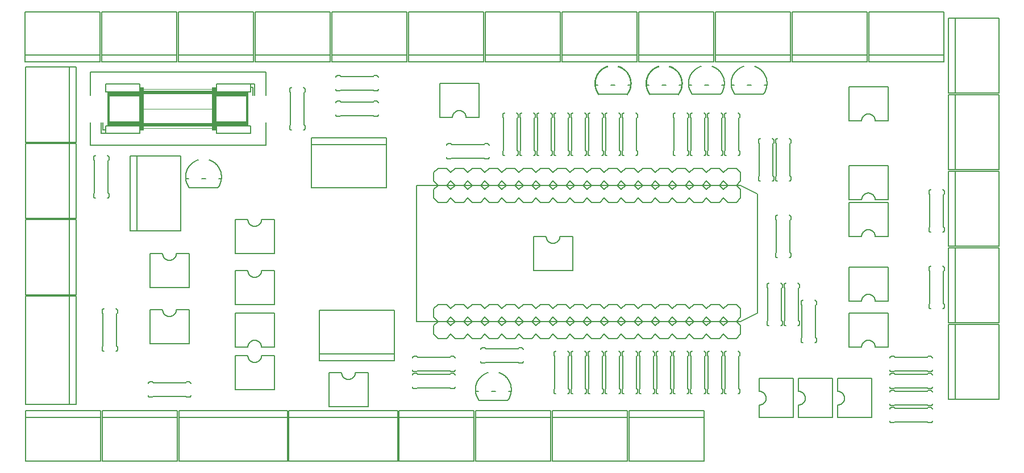
<source format=gto>
G04 EAGLE Gerber RS-274X export*
G75*
%MOMM*%
%FSLAX34Y34*%
%LPD*%
%INTop Silkscreen*%
%IPPOS*%
%AMOC8*
5,1,8,0,0,1.08239X$1,22.5*%
G01*
%ADD10C,0.127000*%
%ADD11C,0.203200*%
%ADD12C,0.152400*%
%ADD13C,0.015238*%
%ADD14C,0.050800*%
%ADD15R,0.381000X4.064000*%
%ADD16R,0.889000X0.127000*%
%ADD17R,0.635000X1.143000*%
%ADD18R,0.635000X4.064000*%
%ADD19R,10.160000X0.508000*%
%ADD20R,3.937000X0.127000*%
%ADD21R,4.826000X0.508000*%


D10*
X265551Y441961D02*
X265619Y441328D01*
X265702Y440698D01*
X265801Y440070D01*
X265914Y439444D01*
X266042Y438822D01*
X266184Y438202D01*
X266342Y437586D01*
X266514Y436974D01*
X266701Y436366D01*
X266902Y435763D01*
X267117Y435165D01*
X267347Y434572D01*
X267590Y433985D01*
X267848Y433404D01*
X268119Y432829D01*
X268404Y432260D01*
X268703Y431699D01*
X269015Y431145D01*
X269340Y430598D01*
X269677Y430060D01*
X270028Y429530D01*
X270391Y429008D01*
X270767Y428495D01*
X271154Y427991D01*
X265551Y441960D02*
X265497Y442609D01*
X265459Y443258D01*
X265437Y443909D01*
X265430Y444560D01*
X265439Y445211D01*
X265465Y445861D01*
X265506Y446511D01*
X265563Y447159D01*
X265636Y447806D01*
X265724Y448451D01*
X265829Y449094D01*
X265949Y449734D01*
X266084Y450370D01*
X266235Y451004D01*
X266402Y451633D01*
X266583Y452258D01*
X266780Y452879D01*
X266992Y453494D01*
X267219Y454104D01*
X267461Y454709D01*
X267718Y455307D01*
X267989Y455899D01*
X268274Y456484D01*
X268574Y457062D01*
X268887Y457632D01*
X269215Y458195D01*
X269556Y458749D01*
X269910Y459295D01*
X270278Y459832D01*
X270659Y460361D01*
X271052Y460879D01*
X271458Y461388D01*
X271876Y461887D01*
X272307Y462375D01*
X272749Y462853D01*
X273203Y463320D01*
X273668Y463775D01*
X274144Y464219D01*
X274630Y464652D01*
X275127Y465072D01*
X275634Y465480D01*
X276151Y465876D01*
X276678Y466259D01*
X277214Y466629D01*
X277758Y466986D01*
X278311Y467329D01*
X278872Y467659D01*
X279442Y467975D01*
X280018Y468277D01*
X280602Y468564D01*
X281193Y468838D01*
X281790Y469097D01*
X282394Y469341D01*
X283003Y469571D01*
X283617Y469785D01*
X284237Y469985D01*
X299963Y469985D02*
X300578Y469786D01*
X301189Y469574D01*
X301794Y469346D01*
X302393Y469104D01*
X302986Y468847D01*
X303573Y468576D01*
X304153Y468291D01*
X304726Y467992D01*
X305292Y467679D01*
X305850Y467352D01*
X306400Y467012D01*
X306941Y466659D01*
X307474Y466293D01*
X307997Y465914D01*
X308512Y465522D01*
X309016Y465119D01*
X309511Y464702D01*
X309996Y464275D01*
X310470Y463835D01*
X310933Y463384D01*
X311385Y462922D01*
X311826Y462449D01*
X312255Y461966D01*
X312672Y461472D01*
X313078Y460969D01*
X313471Y460456D01*
X313851Y459933D01*
X314219Y459401D01*
X314573Y458861D01*
X314915Y458312D01*
X315243Y457755D01*
X315557Y457190D01*
X315858Y456618D01*
X316145Y456039D01*
X316417Y455452D01*
X316676Y454860D01*
X316919Y454261D01*
X317149Y453657D01*
X317363Y453047D01*
X317563Y452432D01*
X317748Y451813D01*
X317918Y451189D01*
X318072Y450561D01*
X318211Y449930D01*
X318335Y449296D01*
X318444Y448658D01*
X318537Y448019D01*
X318614Y447377D01*
X318676Y446734D01*
X318723Y446089D01*
X318753Y445443D01*
X318768Y444797D01*
X318768Y444151D01*
X318751Y443504D01*
X318719Y442859D01*
X318672Y442214D01*
X318609Y441571D01*
X318530Y440929D01*
X318436Y440290D01*
X318326Y439653D01*
X318201Y439018D01*
X318060Y438387D01*
X317904Y437760D01*
X317733Y437137D01*
X317547Y436518D01*
X317346Y435903D01*
X317131Y435294D01*
X316900Y434690D01*
X316655Y434092D01*
X316396Y433500D01*
X316122Y432914D01*
X315834Y432335D01*
X315532Y431764D01*
X315217Y431199D01*
X314888Y430643D01*
X314545Y430095D01*
X314189Y429555D01*
X313821Y429024D01*
X313439Y428502D01*
X313045Y427990D01*
X271155Y427990D01*
X269563Y441960D02*
X265551Y441960D01*
X289237Y441960D02*
X294963Y441960D01*
X314637Y441960D02*
X318649Y441960D01*
X697351Y124461D02*
X697419Y123828D01*
X697502Y123198D01*
X697601Y122570D01*
X697714Y121944D01*
X697842Y121322D01*
X697984Y120702D01*
X698142Y120086D01*
X698314Y119474D01*
X698501Y118866D01*
X698702Y118263D01*
X698917Y117665D01*
X699147Y117072D01*
X699390Y116485D01*
X699648Y115904D01*
X699919Y115329D01*
X700204Y114760D01*
X700503Y114199D01*
X700815Y113645D01*
X701140Y113098D01*
X701477Y112560D01*
X701828Y112030D01*
X702191Y111508D01*
X702567Y110995D01*
X702954Y110491D01*
X697351Y124460D02*
X697297Y125109D01*
X697259Y125758D01*
X697237Y126409D01*
X697230Y127060D01*
X697239Y127711D01*
X697265Y128361D01*
X697306Y129011D01*
X697363Y129659D01*
X697436Y130306D01*
X697524Y130951D01*
X697629Y131594D01*
X697749Y132234D01*
X697884Y132870D01*
X698035Y133504D01*
X698202Y134133D01*
X698383Y134758D01*
X698580Y135379D01*
X698792Y135994D01*
X699019Y136604D01*
X699261Y137209D01*
X699518Y137807D01*
X699789Y138399D01*
X700074Y138984D01*
X700374Y139562D01*
X700687Y140132D01*
X701015Y140695D01*
X701356Y141249D01*
X701710Y141795D01*
X702078Y142332D01*
X702459Y142861D01*
X702852Y143379D01*
X703258Y143888D01*
X703676Y144387D01*
X704107Y144875D01*
X704549Y145353D01*
X705003Y145820D01*
X705468Y146275D01*
X705944Y146719D01*
X706430Y147152D01*
X706927Y147572D01*
X707434Y147980D01*
X707951Y148376D01*
X708478Y148759D01*
X709014Y149129D01*
X709558Y149486D01*
X710111Y149829D01*
X710672Y150159D01*
X711242Y150475D01*
X711818Y150777D01*
X712402Y151064D01*
X712993Y151338D01*
X713590Y151597D01*
X714194Y151841D01*
X714803Y152071D01*
X715417Y152285D01*
X716037Y152485D01*
X731763Y152485D02*
X732378Y152286D01*
X732989Y152074D01*
X733594Y151846D01*
X734193Y151604D01*
X734786Y151347D01*
X735373Y151076D01*
X735953Y150791D01*
X736526Y150492D01*
X737092Y150179D01*
X737650Y149852D01*
X738200Y149512D01*
X738741Y149159D01*
X739274Y148793D01*
X739797Y148414D01*
X740312Y148022D01*
X740816Y147619D01*
X741311Y147202D01*
X741796Y146775D01*
X742270Y146335D01*
X742733Y145884D01*
X743185Y145422D01*
X743626Y144949D01*
X744055Y144466D01*
X744472Y143972D01*
X744878Y143469D01*
X745271Y142956D01*
X745651Y142433D01*
X746019Y141901D01*
X746373Y141361D01*
X746715Y140812D01*
X747043Y140255D01*
X747357Y139690D01*
X747658Y139118D01*
X747945Y138539D01*
X748217Y137952D01*
X748476Y137360D01*
X748719Y136761D01*
X748949Y136157D01*
X749163Y135547D01*
X749363Y134932D01*
X749548Y134313D01*
X749718Y133689D01*
X749872Y133061D01*
X750011Y132430D01*
X750135Y131796D01*
X750244Y131158D01*
X750337Y130519D01*
X750414Y129877D01*
X750476Y129234D01*
X750523Y128589D01*
X750553Y127943D01*
X750568Y127297D01*
X750568Y126651D01*
X750551Y126004D01*
X750519Y125359D01*
X750472Y124714D01*
X750409Y124071D01*
X750330Y123429D01*
X750236Y122790D01*
X750126Y122153D01*
X750001Y121518D01*
X749860Y120887D01*
X749704Y120260D01*
X749533Y119637D01*
X749347Y119018D01*
X749146Y118403D01*
X748931Y117794D01*
X748700Y117190D01*
X748455Y116592D01*
X748196Y116000D01*
X747922Y115414D01*
X747634Y114835D01*
X747332Y114264D01*
X747017Y113699D01*
X746688Y113143D01*
X746345Y112595D01*
X745989Y112055D01*
X745621Y111524D01*
X745239Y111002D01*
X744845Y110490D01*
X702955Y110490D01*
X701363Y124460D02*
X697351Y124460D01*
X721037Y124460D02*
X726763Y124460D01*
X746437Y124460D02*
X750449Y124460D01*
X1020454Y567691D02*
X1020067Y568195D01*
X1019691Y568708D01*
X1019328Y569230D01*
X1018977Y569760D01*
X1018640Y570298D01*
X1018315Y570845D01*
X1018003Y571399D01*
X1017704Y571960D01*
X1017419Y572529D01*
X1017148Y573104D01*
X1016890Y573685D01*
X1016647Y574272D01*
X1016417Y574865D01*
X1016202Y575463D01*
X1016001Y576066D01*
X1015814Y576674D01*
X1015642Y577286D01*
X1015484Y577902D01*
X1015342Y578522D01*
X1015214Y579144D01*
X1015101Y579770D01*
X1015002Y580398D01*
X1014919Y581028D01*
X1014851Y581661D01*
X1014851Y581660D02*
X1014797Y582309D01*
X1014759Y582958D01*
X1014737Y583609D01*
X1014730Y584260D01*
X1014739Y584911D01*
X1014765Y585561D01*
X1014806Y586211D01*
X1014863Y586859D01*
X1014936Y587506D01*
X1015024Y588151D01*
X1015129Y588794D01*
X1015249Y589434D01*
X1015384Y590070D01*
X1015535Y590704D01*
X1015702Y591333D01*
X1015883Y591958D01*
X1016080Y592579D01*
X1016292Y593194D01*
X1016519Y593804D01*
X1016761Y594409D01*
X1017018Y595007D01*
X1017289Y595599D01*
X1017574Y596184D01*
X1017874Y596762D01*
X1018187Y597332D01*
X1018515Y597895D01*
X1018856Y598449D01*
X1019210Y598995D01*
X1019578Y599532D01*
X1019959Y600061D01*
X1020352Y600579D01*
X1020758Y601088D01*
X1021176Y601587D01*
X1021607Y602075D01*
X1022049Y602553D01*
X1022503Y603020D01*
X1022968Y603475D01*
X1023444Y603919D01*
X1023930Y604352D01*
X1024427Y604772D01*
X1024934Y605180D01*
X1025451Y605576D01*
X1025978Y605959D01*
X1026514Y606329D01*
X1027058Y606686D01*
X1027611Y607029D01*
X1028172Y607359D01*
X1028742Y607675D01*
X1029318Y607977D01*
X1029902Y608264D01*
X1030493Y608538D01*
X1031090Y608797D01*
X1031694Y609041D01*
X1032303Y609271D01*
X1032917Y609485D01*
X1033537Y609685D01*
X1049263Y609685D02*
X1049878Y609486D01*
X1050489Y609274D01*
X1051094Y609046D01*
X1051693Y608804D01*
X1052286Y608547D01*
X1052873Y608276D01*
X1053453Y607991D01*
X1054026Y607692D01*
X1054592Y607379D01*
X1055150Y607052D01*
X1055700Y606712D01*
X1056241Y606359D01*
X1056774Y605993D01*
X1057297Y605614D01*
X1057812Y605222D01*
X1058316Y604819D01*
X1058811Y604402D01*
X1059296Y603975D01*
X1059770Y603535D01*
X1060233Y603084D01*
X1060685Y602622D01*
X1061126Y602149D01*
X1061555Y601666D01*
X1061972Y601172D01*
X1062378Y600669D01*
X1062771Y600156D01*
X1063151Y599633D01*
X1063519Y599101D01*
X1063873Y598561D01*
X1064215Y598012D01*
X1064543Y597455D01*
X1064857Y596890D01*
X1065158Y596318D01*
X1065445Y595739D01*
X1065717Y595152D01*
X1065976Y594560D01*
X1066219Y593961D01*
X1066449Y593357D01*
X1066663Y592747D01*
X1066863Y592132D01*
X1067048Y591513D01*
X1067218Y590889D01*
X1067372Y590261D01*
X1067511Y589630D01*
X1067635Y588996D01*
X1067744Y588358D01*
X1067837Y587719D01*
X1067914Y587077D01*
X1067976Y586434D01*
X1068023Y585789D01*
X1068053Y585143D01*
X1068068Y584497D01*
X1068068Y583851D01*
X1068051Y583204D01*
X1068019Y582559D01*
X1067972Y581914D01*
X1067909Y581271D01*
X1067830Y580629D01*
X1067736Y579990D01*
X1067626Y579353D01*
X1067501Y578718D01*
X1067360Y578087D01*
X1067204Y577460D01*
X1067033Y576837D01*
X1066847Y576218D01*
X1066646Y575603D01*
X1066431Y574994D01*
X1066200Y574390D01*
X1065955Y573792D01*
X1065696Y573200D01*
X1065422Y572614D01*
X1065134Y572035D01*
X1064832Y571464D01*
X1064517Y570899D01*
X1064188Y570343D01*
X1063845Y569795D01*
X1063489Y569255D01*
X1063121Y568724D01*
X1062739Y568202D01*
X1062345Y567690D01*
X1020455Y567690D01*
X1018863Y581660D02*
X1014851Y581660D01*
X1038537Y581660D02*
X1044263Y581660D01*
X1063937Y581660D02*
X1067949Y581660D01*
X1078351Y581661D02*
X1078419Y581028D01*
X1078502Y580398D01*
X1078601Y579770D01*
X1078714Y579144D01*
X1078842Y578522D01*
X1078984Y577902D01*
X1079142Y577286D01*
X1079314Y576674D01*
X1079501Y576066D01*
X1079702Y575463D01*
X1079917Y574865D01*
X1080147Y574272D01*
X1080390Y573685D01*
X1080648Y573104D01*
X1080919Y572529D01*
X1081204Y571960D01*
X1081503Y571399D01*
X1081815Y570845D01*
X1082140Y570298D01*
X1082477Y569760D01*
X1082828Y569230D01*
X1083191Y568708D01*
X1083567Y568195D01*
X1083954Y567691D01*
X1078351Y581660D02*
X1078297Y582309D01*
X1078259Y582958D01*
X1078237Y583609D01*
X1078230Y584260D01*
X1078239Y584911D01*
X1078265Y585561D01*
X1078306Y586211D01*
X1078363Y586859D01*
X1078436Y587506D01*
X1078524Y588151D01*
X1078629Y588794D01*
X1078749Y589434D01*
X1078884Y590070D01*
X1079035Y590704D01*
X1079202Y591333D01*
X1079383Y591958D01*
X1079580Y592579D01*
X1079792Y593194D01*
X1080019Y593804D01*
X1080261Y594409D01*
X1080518Y595007D01*
X1080789Y595599D01*
X1081074Y596184D01*
X1081374Y596762D01*
X1081687Y597332D01*
X1082015Y597895D01*
X1082356Y598449D01*
X1082710Y598995D01*
X1083078Y599532D01*
X1083459Y600061D01*
X1083852Y600579D01*
X1084258Y601088D01*
X1084676Y601587D01*
X1085107Y602075D01*
X1085549Y602553D01*
X1086003Y603020D01*
X1086468Y603475D01*
X1086944Y603919D01*
X1087430Y604352D01*
X1087927Y604772D01*
X1088434Y605180D01*
X1088951Y605576D01*
X1089478Y605959D01*
X1090014Y606329D01*
X1090558Y606686D01*
X1091111Y607029D01*
X1091672Y607359D01*
X1092242Y607675D01*
X1092818Y607977D01*
X1093402Y608264D01*
X1093993Y608538D01*
X1094590Y608797D01*
X1095194Y609041D01*
X1095803Y609271D01*
X1096417Y609485D01*
X1097037Y609685D01*
X1112763Y609685D02*
X1113378Y609486D01*
X1113989Y609274D01*
X1114594Y609046D01*
X1115193Y608804D01*
X1115786Y608547D01*
X1116373Y608276D01*
X1116953Y607991D01*
X1117526Y607692D01*
X1118092Y607379D01*
X1118650Y607052D01*
X1119200Y606712D01*
X1119741Y606359D01*
X1120274Y605993D01*
X1120797Y605614D01*
X1121312Y605222D01*
X1121816Y604819D01*
X1122311Y604402D01*
X1122796Y603975D01*
X1123270Y603535D01*
X1123733Y603084D01*
X1124185Y602622D01*
X1124626Y602149D01*
X1125055Y601666D01*
X1125472Y601172D01*
X1125878Y600669D01*
X1126271Y600156D01*
X1126651Y599633D01*
X1127019Y599101D01*
X1127373Y598561D01*
X1127715Y598012D01*
X1128043Y597455D01*
X1128357Y596890D01*
X1128658Y596318D01*
X1128945Y595739D01*
X1129217Y595152D01*
X1129476Y594560D01*
X1129719Y593961D01*
X1129949Y593357D01*
X1130163Y592747D01*
X1130363Y592132D01*
X1130548Y591513D01*
X1130718Y590889D01*
X1130872Y590261D01*
X1131011Y589630D01*
X1131135Y588996D01*
X1131244Y588358D01*
X1131337Y587719D01*
X1131414Y587077D01*
X1131476Y586434D01*
X1131523Y585789D01*
X1131553Y585143D01*
X1131568Y584497D01*
X1131568Y583851D01*
X1131551Y583204D01*
X1131519Y582559D01*
X1131472Y581914D01*
X1131409Y581271D01*
X1131330Y580629D01*
X1131236Y579990D01*
X1131126Y579353D01*
X1131001Y578718D01*
X1130860Y578087D01*
X1130704Y577460D01*
X1130533Y576837D01*
X1130347Y576218D01*
X1130146Y575603D01*
X1129931Y574994D01*
X1129700Y574390D01*
X1129455Y573792D01*
X1129196Y573200D01*
X1128922Y572614D01*
X1128634Y572035D01*
X1128332Y571464D01*
X1128017Y570899D01*
X1127688Y570343D01*
X1127345Y569795D01*
X1126989Y569255D01*
X1126621Y568724D01*
X1126239Y568202D01*
X1125845Y567690D01*
X1083955Y567690D01*
X1082363Y581660D02*
X1078351Y581660D01*
X1102037Y581660D02*
X1107763Y581660D01*
X1127437Y581660D02*
X1131449Y581660D01*
D11*
X806450Y228600D02*
X812800Y222250D01*
X812800Y209550D02*
X806450Y203200D01*
X768350Y228600D02*
X762000Y222250D01*
X781050Y228600D02*
X787400Y222250D01*
X787400Y209550D02*
X781050Y203200D01*
X768350Y203200D01*
X762000Y209550D01*
X787400Y222250D02*
X793750Y228600D01*
X787400Y209550D02*
X793750Y203200D01*
X806450Y203200D01*
X736600Y222250D02*
X730250Y228600D01*
X736600Y209550D02*
X730250Y203200D01*
X736600Y222250D02*
X742950Y228600D01*
X755650Y228600D02*
X762000Y222250D01*
X762000Y209550D02*
X755650Y203200D01*
X742950Y203200D01*
X736600Y209550D01*
X692150Y228600D02*
X685800Y222250D01*
X704850Y228600D02*
X711200Y222250D01*
X711200Y209550D02*
X704850Y203200D01*
X692150Y203200D01*
X685800Y209550D01*
X711200Y222250D02*
X717550Y228600D01*
X711200Y209550D02*
X717550Y203200D01*
X730250Y203200D01*
X660400Y222250D02*
X654050Y228600D01*
X660400Y209550D02*
X654050Y203200D01*
X660400Y222250D02*
X666750Y228600D01*
X679450Y228600D02*
X685800Y222250D01*
X685800Y209550D02*
X679450Y203200D01*
X666750Y203200D01*
X660400Y209550D01*
X635000Y209550D02*
X635000Y222250D01*
X641350Y228600D01*
X635000Y209550D02*
X641350Y203200D01*
X654050Y203200D01*
X831850Y228600D02*
X838200Y222250D01*
X838200Y209550D02*
X831850Y203200D01*
X812800Y222250D02*
X819150Y228600D01*
X812800Y209550D02*
X819150Y203200D01*
X831850Y203200D01*
X857250Y228600D02*
X863600Y222250D01*
X863600Y209550D02*
X857250Y203200D01*
X838200Y222250D02*
X844550Y228600D01*
X838200Y209550D02*
X844550Y203200D01*
X857250Y203200D01*
X882650Y228600D02*
X889000Y222250D01*
X889000Y209550D02*
X882650Y203200D01*
X863600Y222250D02*
X869950Y228600D01*
X863600Y209550D02*
X869950Y203200D01*
X882650Y203200D01*
X908050Y228600D02*
X914400Y222250D01*
X914400Y209550D02*
X908050Y203200D01*
X889000Y222250D02*
X895350Y228600D01*
X889000Y209550D02*
X895350Y203200D01*
X908050Y203200D01*
X933450Y228600D02*
X939800Y222250D01*
X939800Y209550D02*
X933450Y203200D01*
X914400Y222250D02*
X920750Y228600D01*
X914400Y209550D02*
X920750Y203200D01*
X933450Y203200D01*
X958850Y228600D02*
X965200Y222250D01*
X965200Y209550D02*
X958850Y203200D01*
X939800Y222250D02*
X946150Y228600D01*
X939800Y209550D02*
X946150Y203200D01*
X958850Y203200D01*
X984250Y228600D02*
X990600Y222250D01*
X990600Y209550D02*
X984250Y203200D01*
X965200Y222250D02*
X971550Y228600D01*
X965200Y209550D02*
X971550Y203200D01*
X984250Y203200D01*
X1009650Y228600D02*
X1016000Y222250D01*
X1016000Y209550D02*
X1009650Y203200D01*
X990600Y222250D02*
X996950Y228600D01*
X990600Y209550D02*
X996950Y203200D01*
X1009650Y203200D01*
X1035050Y228600D02*
X1041400Y222250D01*
X1041400Y209550D02*
X1035050Y203200D01*
X1016000Y222250D02*
X1022350Y228600D01*
X1016000Y209550D02*
X1022350Y203200D01*
X1035050Y203200D01*
X1060450Y228600D02*
X1066800Y222250D01*
X1066800Y209550D02*
X1060450Y203200D01*
X1041400Y222250D02*
X1047750Y228600D01*
X1041400Y209550D02*
X1047750Y203200D01*
X1060450Y203200D01*
X1085850Y228600D02*
X1092200Y222250D01*
X1092200Y209550D01*
X1085850Y203200D01*
X1066800Y222250D02*
X1073150Y228600D01*
X1066800Y209550D02*
X1073150Y203200D01*
X1085850Y203200D01*
X812800Y247650D02*
X806450Y254000D01*
X812800Y234950D02*
X806450Y228600D01*
X768350Y254000D02*
X762000Y247650D01*
X781050Y254000D02*
X787400Y247650D01*
X787400Y234950D02*
X781050Y228600D01*
X768350Y228600D01*
X762000Y234950D01*
X787400Y247650D02*
X793750Y254000D01*
X787400Y234950D02*
X793750Y228600D01*
X806450Y228600D01*
X736600Y247650D02*
X730250Y254000D01*
X736600Y234950D02*
X730250Y228600D01*
X736600Y247650D02*
X742950Y254000D01*
X755650Y254000D02*
X762000Y247650D01*
X762000Y234950D02*
X755650Y228600D01*
X742950Y228600D01*
X736600Y234950D01*
X692150Y254000D02*
X685800Y247650D01*
X704850Y254000D02*
X711200Y247650D01*
X711200Y234950D02*
X704850Y228600D01*
X692150Y228600D01*
X685800Y234950D01*
X711200Y247650D02*
X717550Y254000D01*
X711200Y234950D02*
X717550Y228600D01*
X730250Y228600D01*
X660400Y247650D02*
X654050Y254000D01*
X660400Y234950D02*
X654050Y228600D01*
X660400Y247650D02*
X666750Y254000D01*
X679450Y254000D02*
X685800Y247650D01*
X685800Y234950D02*
X679450Y228600D01*
X666750Y228600D01*
X660400Y234950D01*
X635000Y234950D02*
X635000Y247650D01*
X641350Y254000D01*
X635000Y234950D02*
X641350Y228600D01*
X654050Y228600D01*
X831850Y254000D02*
X838200Y247650D01*
X838200Y234950D02*
X831850Y228600D01*
X812800Y247650D02*
X819150Y254000D01*
X812800Y234950D02*
X819150Y228600D01*
X831850Y228600D01*
X857250Y254000D02*
X863600Y247650D01*
X863600Y234950D02*
X857250Y228600D01*
X838200Y247650D02*
X844550Y254000D01*
X838200Y234950D02*
X844550Y228600D01*
X857250Y228600D01*
X882650Y254000D02*
X889000Y247650D01*
X889000Y234950D02*
X882650Y228600D01*
X863600Y247650D02*
X869950Y254000D01*
X863600Y234950D02*
X869950Y228600D01*
X882650Y228600D01*
X908050Y254000D02*
X914400Y247650D01*
X914400Y234950D02*
X908050Y228600D01*
X889000Y247650D02*
X895350Y254000D01*
X889000Y234950D02*
X895350Y228600D01*
X908050Y228600D01*
X933450Y254000D02*
X939800Y247650D01*
X939800Y234950D02*
X933450Y228600D01*
X914400Y247650D02*
X920750Y254000D01*
X914400Y234950D02*
X920750Y228600D01*
X933450Y228600D01*
X958850Y254000D02*
X965200Y247650D01*
X965200Y234950D02*
X958850Y228600D01*
X939800Y247650D02*
X946150Y254000D01*
X939800Y234950D02*
X946150Y228600D01*
X958850Y228600D01*
X984250Y254000D02*
X990600Y247650D01*
X990600Y234950D02*
X984250Y228600D01*
X965200Y247650D02*
X971550Y254000D01*
X965200Y234950D02*
X971550Y228600D01*
X984250Y228600D01*
X1009650Y254000D02*
X1016000Y247650D01*
X1016000Y234950D02*
X1009650Y228600D01*
X990600Y247650D02*
X996950Y254000D01*
X990600Y234950D02*
X996950Y228600D01*
X1009650Y228600D01*
X1035050Y254000D02*
X1041400Y247650D01*
X1041400Y234950D02*
X1035050Y228600D01*
X1016000Y247650D02*
X1022350Y254000D01*
X1016000Y234950D02*
X1022350Y228600D01*
X1035050Y228600D01*
X1060450Y254000D02*
X1066800Y247650D01*
X1066800Y234950D02*
X1060450Y228600D01*
X1041400Y247650D02*
X1047750Y254000D01*
X1041400Y234950D02*
X1047750Y228600D01*
X1060450Y228600D01*
X1085850Y254000D02*
X1092200Y247650D01*
X1092200Y234950D01*
X1085850Y228600D01*
X1066800Y247650D02*
X1073150Y254000D01*
X1066800Y234950D02*
X1073150Y228600D01*
X1085850Y228600D01*
X781050Y254000D02*
X768350Y254000D01*
X793750Y254000D02*
X806450Y254000D01*
X755650Y254000D02*
X742950Y254000D01*
X704850Y254000D02*
X692150Y254000D01*
X717550Y254000D02*
X730250Y254000D01*
X679450Y254000D02*
X666750Y254000D01*
X654050Y254000D02*
X641350Y254000D01*
X819150Y254000D02*
X831850Y254000D01*
X844550Y254000D02*
X857250Y254000D01*
X869950Y254000D02*
X882650Y254000D01*
X895350Y254000D02*
X908050Y254000D01*
X920750Y254000D02*
X933450Y254000D01*
X946150Y254000D02*
X958850Y254000D01*
X971550Y254000D02*
X984250Y254000D01*
X996950Y254000D02*
X1009650Y254000D01*
X1022350Y254000D02*
X1035050Y254000D01*
X1047750Y254000D02*
X1060450Y254000D01*
X1073150Y254000D02*
X1085850Y254000D01*
X812800Y425450D02*
X806450Y431800D01*
X812800Y412750D02*
X806450Y406400D01*
X768350Y431800D02*
X762000Y425450D01*
X781050Y431800D02*
X787400Y425450D01*
X787400Y412750D02*
X781050Y406400D01*
X768350Y406400D01*
X762000Y412750D01*
X787400Y425450D02*
X793750Y431800D01*
X787400Y412750D02*
X793750Y406400D01*
X806450Y406400D01*
X736600Y425450D02*
X730250Y431800D01*
X736600Y412750D02*
X730250Y406400D01*
X736600Y425450D02*
X742950Y431800D01*
X755650Y431800D02*
X762000Y425450D01*
X762000Y412750D02*
X755650Y406400D01*
X742950Y406400D01*
X736600Y412750D01*
X692150Y431800D02*
X685800Y425450D01*
X704850Y431800D02*
X711200Y425450D01*
X711200Y412750D02*
X704850Y406400D01*
X692150Y406400D01*
X685800Y412750D01*
X711200Y425450D02*
X717550Y431800D01*
X711200Y412750D02*
X717550Y406400D01*
X730250Y406400D01*
X660400Y425450D02*
X654050Y431800D01*
X660400Y412750D02*
X654050Y406400D01*
X660400Y425450D02*
X666750Y431800D01*
X679450Y431800D02*
X685800Y425450D01*
X685800Y412750D02*
X679450Y406400D01*
X666750Y406400D01*
X660400Y412750D01*
X635000Y412750D02*
X635000Y425450D01*
X641350Y431800D01*
X635000Y412750D02*
X641350Y406400D01*
X654050Y406400D01*
X831850Y431800D02*
X838200Y425450D01*
X838200Y412750D02*
X831850Y406400D01*
X812800Y425450D02*
X819150Y431800D01*
X812800Y412750D02*
X819150Y406400D01*
X831850Y406400D01*
X857250Y431800D02*
X863600Y425450D01*
X863600Y412750D02*
X857250Y406400D01*
X838200Y425450D02*
X844550Y431800D01*
X838200Y412750D02*
X844550Y406400D01*
X857250Y406400D01*
X882650Y431800D02*
X889000Y425450D01*
X889000Y412750D02*
X882650Y406400D01*
X863600Y425450D02*
X869950Y431800D01*
X863600Y412750D02*
X869950Y406400D01*
X882650Y406400D01*
X908050Y431800D02*
X914400Y425450D01*
X914400Y412750D02*
X908050Y406400D01*
X889000Y425450D02*
X895350Y431800D01*
X889000Y412750D02*
X895350Y406400D01*
X908050Y406400D01*
X933450Y431800D02*
X939800Y425450D01*
X939800Y412750D02*
X933450Y406400D01*
X914400Y425450D02*
X920750Y431800D01*
X914400Y412750D02*
X920750Y406400D01*
X933450Y406400D01*
X958850Y431800D02*
X965200Y425450D01*
X965200Y412750D02*
X958850Y406400D01*
X939800Y425450D02*
X946150Y431800D01*
X939800Y412750D02*
X946150Y406400D01*
X958850Y406400D01*
X984250Y431800D02*
X990600Y425450D01*
X990600Y412750D02*
X984250Y406400D01*
X965200Y425450D02*
X971550Y431800D01*
X965200Y412750D02*
X971550Y406400D01*
X984250Y406400D01*
X1009650Y431800D02*
X1016000Y425450D01*
X1016000Y412750D02*
X1009650Y406400D01*
X990600Y425450D02*
X996950Y431800D01*
X990600Y412750D02*
X996950Y406400D01*
X1009650Y406400D01*
X1035050Y431800D02*
X1041400Y425450D01*
X1041400Y412750D02*
X1035050Y406400D01*
X1016000Y425450D02*
X1022350Y431800D01*
X1016000Y412750D02*
X1022350Y406400D01*
X1035050Y406400D01*
X1060450Y431800D02*
X1066800Y425450D01*
X1066800Y412750D02*
X1060450Y406400D01*
X1041400Y425450D02*
X1047750Y431800D01*
X1041400Y412750D02*
X1047750Y406400D01*
X1060450Y406400D01*
X1085850Y431800D02*
X1092200Y425450D01*
X1092200Y412750D01*
X1085850Y406400D01*
X1066800Y425450D02*
X1073150Y431800D01*
X1066800Y412750D02*
X1073150Y406400D01*
X1085850Y406400D01*
X806450Y457200D02*
X793750Y457200D01*
X806450Y457200D02*
X812800Y450850D01*
X812800Y438150D02*
X806450Y431800D01*
X768350Y457200D02*
X762000Y450850D01*
X768350Y457200D02*
X781050Y457200D01*
X787400Y450850D01*
X787400Y438150D02*
X781050Y431800D01*
X768350Y431800D01*
X762000Y438150D01*
X787400Y450850D02*
X793750Y457200D01*
X787400Y438150D02*
X793750Y431800D01*
X806450Y431800D01*
X730250Y457200D02*
X717550Y457200D01*
X730250Y457200D02*
X736600Y450850D01*
X736600Y438150D02*
X730250Y431800D01*
X736600Y450850D02*
X742950Y457200D01*
X755650Y457200D01*
X762000Y450850D01*
X762000Y438150D02*
X755650Y431800D01*
X742950Y431800D01*
X736600Y438150D01*
X692150Y457200D02*
X685800Y450850D01*
X692150Y457200D02*
X704850Y457200D01*
X711200Y450850D01*
X711200Y438150D02*
X704850Y431800D01*
X692150Y431800D01*
X685800Y438150D01*
X711200Y450850D02*
X717550Y457200D01*
X711200Y438150D02*
X717550Y431800D01*
X730250Y431800D01*
X654050Y457200D02*
X641350Y457200D01*
X654050Y457200D02*
X660400Y450850D01*
X660400Y438150D02*
X654050Y431800D01*
X660400Y450850D02*
X666750Y457200D01*
X679450Y457200D01*
X685800Y450850D01*
X685800Y438150D02*
X679450Y431800D01*
X666750Y431800D01*
X660400Y438150D01*
X635000Y438150D02*
X635000Y450850D01*
X641350Y457200D01*
X635000Y438150D02*
X641350Y431800D01*
X654050Y431800D01*
X819150Y457200D02*
X831850Y457200D01*
X838200Y450850D01*
X838200Y438150D02*
X831850Y431800D01*
X812800Y450850D02*
X819150Y457200D01*
X812800Y438150D02*
X819150Y431800D01*
X831850Y431800D01*
X844550Y457200D02*
X857250Y457200D01*
X863600Y450850D01*
X863600Y438150D02*
X857250Y431800D01*
X838200Y450850D02*
X844550Y457200D01*
X838200Y438150D02*
X844550Y431800D01*
X857250Y431800D01*
X869950Y457200D02*
X882650Y457200D01*
X889000Y450850D01*
X889000Y438150D02*
X882650Y431800D01*
X863600Y450850D02*
X869950Y457200D01*
X863600Y438150D02*
X869950Y431800D01*
X882650Y431800D01*
X895350Y457200D02*
X908050Y457200D01*
X914400Y450850D01*
X914400Y438150D02*
X908050Y431800D01*
X889000Y450850D02*
X895350Y457200D01*
X889000Y438150D02*
X895350Y431800D01*
X908050Y431800D01*
X920750Y457200D02*
X933450Y457200D01*
X939800Y450850D01*
X939800Y438150D02*
X933450Y431800D01*
X914400Y450850D02*
X920750Y457200D01*
X914400Y438150D02*
X920750Y431800D01*
X933450Y431800D01*
X946150Y457200D02*
X958850Y457200D01*
X965200Y450850D01*
X965200Y438150D02*
X958850Y431800D01*
X939800Y450850D02*
X946150Y457200D01*
X939800Y438150D02*
X946150Y431800D01*
X958850Y431800D01*
X971550Y457200D02*
X984250Y457200D01*
X990600Y450850D01*
X990600Y438150D02*
X984250Y431800D01*
X965200Y450850D02*
X971550Y457200D01*
X965200Y438150D02*
X971550Y431800D01*
X984250Y431800D01*
X996950Y457200D02*
X1009650Y457200D01*
X1016000Y450850D01*
X1016000Y438150D02*
X1009650Y431800D01*
X990600Y450850D02*
X996950Y457200D01*
X990600Y438150D02*
X996950Y431800D01*
X1009650Y431800D01*
X1022350Y457200D02*
X1035050Y457200D01*
X1041400Y450850D01*
X1041400Y438150D02*
X1035050Y431800D01*
X1016000Y450850D02*
X1022350Y457200D01*
X1016000Y438150D02*
X1022350Y431800D01*
X1035050Y431800D01*
X1047750Y457200D02*
X1060450Y457200D01*
X1066800Y450850D01*
X1066800Y438150D02*
X1060450Y431800D01*
X1041400Y450850D02*
X1047750Y457200D01*
X1041400Y438150D02*
X1047750Y431800D01*
X1060450Y431800D01*
X1073150Y457200D02*
X1085850Y457200D01*
X1092200Y450850D01*
X1092200Y438150D01*
X1085850Y431800D01*
X1066800Y450850D02*
X1073150Y457200D01*
X1066800Y438150D02*
X1073150Y431800D01*
X1085850Y431800D01*
X1092200Y431800D02*
X609600Y431800D01*
X1092200Y431800D02*
X1117600Y419100D01*
X1117600Y241300D01*
X1092200Y228600D01*
X609600Y228600D01*
X609600Y431800D01*
D12*
X270510Y330200D02*
X270510Y279400D01*
X212090Y279400D02*
X212090Y330200D01*
X212090Y279400D02*
X270510Y279400D01*
X270510Y330200D02*
X251460Y330200D01*
X231140Y330200D02*
X212090Y330200D01*
X231140Y330200D02*
X231143Y329953D01*
X231152Y329705D01*
X231167Y329458D01*
X231188Y329212D01*
X231215Y328966D01*
X231248Y328721D01*
X231287Y328476D01*
X231332Y328233D01*
X231383Y327991D01*
X231440Y327750D01*
X231502Y327511D01*
X231571Y327273D01*
X231645Y327037D01*
X231725Y326803D01*
X231810Y326571D01*
X231902Y326341D01*
X231998Y326113D01*
X232101Y325888D01*
X232208Y325665D01*
X232322Y325445D01*
X232440Y325228D01*
X232564Y325013D01*
X232693Y324802D01*
X232827Y324594D01*
X232966Y324389D01*
X233110Y324188D01*
X233258Y323990D01*
X233412Y323796D01*
X233570Y323606D01*
X233733Y323420D01*
X233900Y323238D01*
X234072Y323060D01*
X234248Y322886D01*
X234428Y322716D01*
X234613Y322551D01*
X234801Y322391D01*
X234993Y322235D01*
X235189Y322083D01*
X235388Y321937D01*
X235591Y321795D01*
X235798Y321659D01*
X236007Y321527D01*
X236220Y321401D01*
X236436Y321280D01*
X236654Y321164D01*
X236876Y321054D01*
X237100Y320949D01*
X237326Y320849D01*
X237555Y320755D01*
X237786Y320667D01*
X238020Y320584D01*
X238255Y320507D01*
X238492Y320436D01*
X238730Y320370D01*
X238970Y320311D01*
X239212Y320257D01*
X239455Y320209D01*
X239698Y320167D01*
X239943Y320131D01*
X240189Y320101D01*
X240435Y320077D01*
X240682Y320059D01*
X240929Y320047D01*
X241176Y320041D01*
X241424Y320041D01*
X241671Y320047D01*
X241918Y320059D01*
X242165Y320077D01*
X242411Y320101D01*
X242657Y320131D01*
X242902Y320167D01*
X243145Y320209D01*
X243388Y320257D01*
X243630Y320311D01*
X243870Y320370D01*
X244108Y320436D01*
X244345Y320507D01*
X244580Y320584D01*
X244814Y320667D01*
X245045Y320755D01*
X245274Y320849D01*
X245500Y320949D01*
X245724Y321054D01*
X245946Y321164D01*
X246164Y321280D01*
X246380Y321401D01*
X246593Y321527D01*
X246802Y321659D01*
X247009Y321795D01*
X247212Y321937D01*
X247411Y322083D01*
X247607Y322235D01*
X247799Y322391D01*
X247987Y322551D01*
X248172Y322716D01*
X248352Y322886D01*
X248528Y323060D01*
X248700Y323238D01*
X248867Y323420D01*
X249030Y323606D01*
X249188Y323796D01*
X249342Y323990D01*
X249490Y324188D01*
X249634Y324389D01*
X249773Y324594D01*
X249907Y324802D01*
X250036Y325013D01*
X250160Y325228D01*
X250278Y325445D01*
X250392Y325665D01*
X250499Y325888D01*
X250602Y326113D01*
X250698Y326341D01*
X250790Y326571D01*
X250875Y326803D01*
X250955Y327037D01*
X251029Y327273D01*
X251098Y327511D01*
X251160Y327750D01*
X251217Y327991D01*
X251268Y328233D01*
X251313Y328476D01*
X251352Y328721D01*
X251385Y328966D01*
X251412Y329212D01*
X251433Y329458D01*
X251448Y329705D01*
X251457Y329953D01*
X251460Y330200D01*
X339090Y241300D02*
X339090Y190500D01*
X397510Y190500D02*
X397510Y241300D01*
X339090Y241300D01*
X339090Y190500D02*
X358140Y190500D01*
X378460Y190500D02*
X397510Y190500D01*
X378460Y190500D02*
X378457Y190747D01*
X378448Y190995D01*
X378433Y191242D01*
X378412Y191488D01*
X378385Y191734D01*
X378352Y191979D01*
X378313Y192224D01*
X378268Y192467D01*
X378217Y192709D01*
X378160Y192950D01*
X378098Y193189D01*
X378029Y193427D01*
X377955Y193663D01*
X377875Y193897D01*
X377790Y194129D01*
X377698Y194359D01*
X377602Y194587D01*
X377499Y194812D01*
X377392Y195035D01*
X377278Y195255D01*
X377160Y195472D01*
X377036Y195687D01*
X376907Y195898D01*
X376773Y196106D01*
X376634Y196311D01*
X376490Y196512D01*
X376342Y196710D01*
X376188Y196904D01*
X376030Y197094D01*
X375867Y197280D01*
X375700Y197462D01*
X375528Y197640D01*
X375352Y197814D01*
X375172Y197984D01*
X374987Y198149D01*
X374799Y198309D01*
X374607Y198465D01*
X374411Y198617D01*
X374212Y198763D01*
X374009Y198905D01*
X373802Y199041D01*
X373593Y199173D01*
X373380Y199299D01*
X373164Y199420D01*
X372946Y199536D01*
X372724Y199646D01*
X372500Y199751D01*
X372274Y199851D01*
X372045Y199945D01*
X371814Y200033D01*
X371580Y200116D01*
X371345Y200193D01*
X371108Y200264D01*
X370870Y200330D01*
X370630Y200389D01*
X370388Y200443D01*
X370145Y200491D01*
X369902Y200533D01*
X369657Y200569D01*
X369411Y200599D01*
X369165Y200623D01*
X368918Y200641D01*
X368671Y200653D01*
X368424Y200659D01*
X368176Y200659D01*
X367929Y200653D01*
X367682Y200641D01*
X367435Y200623D01*
X367189Y200599D01*
X366943Y200569D01*
X366698Y200533D01*
X366455Y200491D01*
X366212Y200443D01*
X365970Y200389D01*
X365730Y200330D01*
X365492Y200264D01*
X365255Y200193D01*
X365020Y200116D01*
X364786Y200033D01*
X364555Y199945D01*
X364326Y199851D01*
X364100Y199751D01*
X363876Y199646D01*
X363654Y199536D01*
X363436Y199420D01*
X363220Y199299D01*
X363007Y199173D01*
X362798Y199041D01*
X362591Y198905D01*
X362388Y198763D01*
X362189Y198617D01*
X361993Y198465D01*
X361801Y198309D01*
X361613Y198149D01*
X361428Y197984D01*
X361248Y197814D01*
X361072Y197640D01*
X360900Y197462D01*
X360733Y197280D01*
X360570Y197094D01*
X360412Y196904D01*
X360258Y196710D01*
X360110Y196512D01*
X359966Y196311D01*
X359827Y196106D01*
X359693Y195898D01*
X359564Y195687D01*
X359440Y195472D01*
X359322Y195255D01*
X359208Y195035D01*
X359101Y194812D01*
X358998Y194587D01*
X358902Y194359D01*
X358810Y194129D01*
X358725Y193897D01*
X358645Y193663D01*
X358571Y193427D01*
X358502Y193189D01*
X358440Y192950D01*
X358383Y192709D01*
X358332Y192467D01*
X358287Y192224D01*
X358248Y191979D01*
X358215Y191734D01*
X358188Y191488D01*
X358167Y191242D01*
X358152Y190995D01*
X358143Y190747D01*
X358140Y190500D01*
X1253490Y259080D02*
X1253490Y309880D01*
X1311910Y309880D02*
X1311910Y259080D01*
X1311910Y309880D02*
X1253490Y309880D01*
X1253490Y259080D02*
X1272540Y259080D01*
X1292860Y259080D02*
X1311910Y259080D01*
X1292860Y259080D02*
X1292857Y259327D01*
X1292848Y259575D01*
X1292833Y259822D01*
X1292812Y260068D01*
X1292785Y260314D01*
X1292752Y260559D01*
X1292713Y260804D01*
X1292668Y261047D01*
X1292617Y261289D01*
X1292560Y261530D01*
X1292498Y261769D01*
X1292429Y262007D01*
X1292355Y262243D01*
X1292275Y262477D01*
X1292190Y262709D01*
X1292098Y262939D01*
X1292002Y263167D01*
X1291899Y263392D01*
X1291792Y263615D01*
X1291678Y263835D01*
X1291560Y264052D01*
X1291436Y264267D01*
X1291307Y264478D01*
X1291173Y264686D01*
X1291034Y264891D01*
X1290890Y265092D01*
X1290742Y265290D01*
X1290588Y265484D01*
X1290430Y265674D01*
X1290267Y265860D01*
X1290100Y266042D01*
X1289928Y266220D01*
X1289752Y266394D01*
X1289572Y266564D01*
X1289387Y266729D01*
X1289199Y266889D01*
X1289007Y267045D01*
X1288811Y267197D01*
X1288612Y267343D01*
X1288409Y267485D01*
X1288202Y267621D01*
X1287993Y267753D01*
X1287780Y267879D01*
X1287564Y268000D01*
X1287346Y268116D01*
X1287124Y268226D01*
X1286900Y268331D01*
X1286674Y268431D01*
X1286445Y268525D01*
X1286214Y268613D01*
X1285980Y268696D01*
X1285745Y268773D01*
X1285508Y268844D01*
X1285270Y268910D01*
X1285030Y268969D01*
X1284788Y269023D01*
X1284545Y269071D01*
X1284302Y269113D01*
X1284057Y269149D01*
X1283811Y269179D01*
X1283565Y269203D01*
X1283318Y269221D01*
X1283071Y269233D01*
X1282824Y269239D01*
X1282576Y269239D01*
X1282329Y269233D01*
X1282082Y269221D01*
X1281835Y269203D01*
X1281589Y269179D01*
X1281343Y269149D01*
X1281098Y269113D01*
X1280855Y269071D01*
X1280612Y269023D01*
X1280370Y268969D01*
X1280130Y268910D01*
X1279892Y268844D01*
X1279655Y268773D01*
X1279420Y268696D01*
X1279186Y268613D01*
X1278955Y268525D01*
X1278726Y268431D01*
X1278500Y268331D01*
X1278276Y268226D01*
X1278054Y268116D01*
X1277836Y268000D01*
X1277620Y267879D01*
X1277407Y267753D01*
X1277198Y267621D01*
X1276991Y267485D01*
X1276788Y267343D01*
X1276589Y267197D01*
X1276393Y267045D01*
X1276201Y266889D01*
X1276013Y266729D01*
X1275828Y266564D01*
X1275648Y266394D01*
X1275472Y266220D01*
X1275300Y266042D01*
X1275133Y265860D01*
X1274970Y265674D01*
X1274812Y265484D01*
X1274658Y265290D01*
X1274510Y265092D01*
X1274366Y264891D01*
X1274227Y264686D01*
X1274093Y264478D01*
X1273964Y264267D01*
X1273840Y264052D01*
X1273722Y263835D01*
X1273608Y263615D01*
X1273501Y263392D01*
X1273398Y263167D01*
X1273302Y262939D01*
X1273210Y262709D01*
X1273125Y262477D01*
X1273045Y262243D01*
X1272971Y262007D01*
X1272902Y261769D01*
X1272840Y261530D01*
X1272783Y261289D01*
X1272732Y261047D01*
X1272687Y260804D01*
X1272648Y260559D01*
X1272615Y260314D01*
X1272588Y260068D01*
X1272567Y259822D01*
X1272552Y259575D01*
X1272543Y259327D01*
X1272540Y259080D01*
X397510Y177800D02*
X397510Y127000D01*
X339090Y127000D02*
X339090Y177800D01*
X339090Y127000D02*
X397510Y127000D01*
X397510Y177800D02*
X378460Y177800D01*
X358140Y177800D02*
X339090Y177800D01*
X358140Y177800D02*
X358143Y177553D01*
X358152Y177305D01*
X358167Y177058D01*
X358188Y176812D01*
X358215Y176566D01*
X358248Y176321D01*
X358287Y176076D01*
X358332Y175833D01*
X358383Y175591D01*
X358440Y175350D01*
X358502Y175111D01*
X358571Y174873D01*
X358645Y174637D01*
X358725Y174403D01*
X358810Y174171D01*
X358902Y173941D01*
X358998Y173713D01*
X359101Y173488D01*
X359208Y173265D01*
X359322Y173045D01*
X359440Y172828D01*
X359564Y172613D01*
X359693Y172402D01*
X359827Y172194D01*
X359966Y171989D01*
X360110Y171788D01*
X360258Y171590D01*
X360412Y171396D01*
X360570Y171206D01*
X360733Y171020D01*
X360900Y170838D01*
X361072Y170660D01*
X361248Y170486D01*
X361428Y170316D01*
X361613Y170151D01*
X361801Y169991D01*
X361993Y169835D01*
X362189Y169683D01*
X362388Y169537D01*
X362591Y169395D01*
X362798Y169259D01*
X363007Y169127D01*
X363220Y169001D01*
X363436Y168880D01*
X363654Y168764D01*
X363876Y168654D01*
X364100Y168549D01*
X364326Y168449D01*
X364555Y168355D01*
X364786Y168267D01*
X365020Y168184D01*
X365255Y168107D01*
X365492Y168036D01*
X365730Y167970D01*
X365970Y167911D01*
X366212Y167857D01*
X366455Y167809D01*
X366698Y167767D01*
X366943Y167731D01*
X367189Y167701D01*
X367435Y167677D01*
X367682Y167659D01*
X367929Y167647D01*
X368176Y167641D01*
X368424Y167641D01*
X368671Y167647D01*
X368918Y167659D01*
X369165Y167677D01*
X369411Y167701D01*
X369657Y167731D01*
X369902Y167767D01*
X370145Y167809D01*
X370388Y167857D01*
X370630Y167911D01*
X370870Y167970D01*
X371108Y168036D01*
X371345Y168107D01*
X371580Y168184D01*
X371814Y168267D01*
X372045Y168355D01*
X372274Y168449D01*
X372500Y168549D01*
X372724Y168654D01*
X372946Y168764D01*
X373164Y168880D01*
X373380Y169001D01*
X373593Y169127D01*
X373802Y169259D01*
X374009Y169395D01*
X374212Y169537D01*
X374411Y169683D01*
X374607Y169835D01*
X374799Y169991D01*
X374987Y170151D01*
X375172Y170316D01*
X375352Y170486D01*
X375528Y170660D01*
X375700Y170838D01*
X375867Y171020D01*
X376030Y171206D01*
X376188Y171396D01*
X376342Y171590D01*
X376490Y171788D01*
X376634Y171989D01*
X376773Y172194D01*
X376907Y172402D01*
X377036Y172613D01*
X377160Y172828D01*
X377278Y173045D01*
X377392Y173265D01*
X377499Y173488D01*
X377602Y173713D01*
X377698Y173941D01*
X377790Y174171D01*
X377875Y174403D01*
X377955Y174637D01*
X378029Y174873D01*
X378098Y175111D01*
X378160Y175350D01*
X378217Y175591D01*
X378268Y175833D01*
X378313Y176076D01*
X378352Y176321D01*
X378385Y176566D01*
X378412Y176812D01*
X378433Y177058D01*
X378448Y177305D01*
X378457Y177553D01*
X378460Y177800D01*
X270510Y195580D02*
X270510Y246380D01*
X212090Y246380D02*
X212090Y195580D01*
X270510Y195580D01*
X270510Y246380D02*
X251460Y246380D01*
X231140Y246380D02*
X212090Y246380D01*
X231140Y246380D02*
X231143Y246133D01*
X231152Y245885D01*
X231167Y245638D01*
X231188Y245392D01*
X231215Y245146D01*
X231248Y244901D01*
X231287Y244656D01*
X231332Y244413D01*
X231383Y244171D01*
X231440Y243930D01*
X231502Y243691D01*
X231571Y243453D01*
X231645Y243217D01*
X231725Y242983D01*
X231810Y242751D01*
X231902Y242521D01*
X231998Y242293D01*
X232101Y242068D01*
X232208Y241845D01*
X232322Y241625D01*
X232440Y241408D01*
X232564Y241193D01*
X232693Y240982D01*
X232827Y240774D01*
X232966Y240569D01*
X233110Y240368D01*
X233258Y240170D01*
X233412Y239976D01*
X233570Y239786D01*
X233733Y239600D01*
X233900Y239418D01*
X234072Y239240D01*
X234248Y239066D01*
X234428Y238896D01*
X234613Y238731D01*
X234801Y238571D01*
X234993Y238415D01*
X235189Y238263D01*
X235388Y238117D01*
X235591Y237975D01*
X235798Y237839D01*
X236007Y237707D01*
X236220Y237581D01*
X236436Y237460D01*
X236654Y237344D01*
X236876Y237234D01*
X237100Y237129D01*
X237326Y237029D01*
X237555Y236935D01*
X237786Y236847D01*
X238020Y236764D01*
X238255Y236687D01*
X238492Y236616D01*
X238730Y236550D01*
X238970Y236491D01*
X239212Y236437D01*
X239455Y236389D01*
X239698Y236347D01*
X239943Y236311D01*
X240189Y236281D01*
X240435Y236257D01*
X240682Y236239D01*
X240929Y236227D01*
X241176Y236221D01*
X241424Y236221D01*
X241671Y236227D01*
X241918Y236239D01*
X242165Y236257D01*
X242411Y236281D01*
X242657Y236311D01*
X242902Y236347D01*
X243145Y236389D01*
X243388Y236437D01*
X243630Y236491D01*
X243870Y236550D01*
X244108Y236616D01*
X244345Y236687D01*
X244580Y236764D01*
X244814Y236847D01*
X245045Y236935D01*
X245274Y237029D01*
X245500Y237129D01*
X245724Y237234D01*
X245946Y237344D01*
X246164Y237460D01*
X246380Y237581D01*
X246593Y237707D01*
X246802Y237839D01*
X247009Y237975D01*
X247212Y238117D01*
X247411Y238263D01*
X247607Y238415D01*
X247799Y238571D01*
X247987Y238731D01*
X248172Y238896D01*
X248352Y239066D01*
X248528Y239240D01*
X248700Y239418D01*
X248867Y239600D01*
X249030Y239786D01*
X249188Y239976D01*
X249342Y240170D01*
X249490Y240368D01*
X249634Y240569D01*
X249773Y240774D01*
X249907Y240982D01*
X250036Y241193D01*
X250160Y241408D01*
X250278Y241625D01*
X250392Y241845D01*
X250499Y242068D01*
X250602Y242293D01*
X250698Y242521D01*
X250790Y242751D01*
X250875Y242983D01*
X250955Y243217D01*
X251029Y243453D01*
X251098Y243691D01*
X251160Y243930D01*
X251217Y244171D01*
X251268Y244413D01*
X251313Y244656D01*
X251352Y244901D01*
X251385Y245146D01*
X251412Y245392D01*
X251433Y245638D01*
X251448Y245885D01*
X251457Y246133D01*
X251460Y246380D01*
X1253490Y241300D02*
X1253490Y190500D01*
X1311910Y190500D02*
X1311910Y241300D01*
X1253490Y241300D01*
X1253490Y190500D02*
X1272540Y190500D01*
X1292860Y190500D02*
X1311910Y190500D01*
X1292860Y190500D02*
X1292857Y190747D01*
X1292848Y190995D01*
X1292833Y191242D01*
X1292812Y191488D01*
X1292785Y191734D01*
X1292752Y191979D01*
X1292713Y192224D01*
X1292668Y192467D01*
X1292617Y192709D01*
X1292560Y192950D01*
X1292498Y193189D01*
X1292429Y193427D01*
X1292355Y193663D01*
X1292275Y193897D01*
X1292190Y194129D01*
X1292098Y194359D01*
X1292002Y194587D01*
X1291899Y194812D01*
X1291792Y195035D01*
X1291678Y195255D01*
X1291560Y195472D01*
X1291436Y195687D01*
X1291307Y195898D01*
X1291173Y196106D01*
X1291034Y196311D01*
X1290890Y196512D01*
X1290742Y196710D01*
X1290588Y196904D01*
X1290430Y197094D01*
X1290267Y197280D01*
X1290100Y197462D01*
X1289928Y197640D01*
X1289752Y197814D01*
X1289572Y197984D01*
X1289387Y198149D01*
X1289199Y198309D01*
X1289007Y198465D01*
X1288811Y198617D01*
X1288612Y198763D01*
X1288409Y198905D01*
X1288202Y199041D01*
X1287993Y199173D01*
X1287780Y199299D01*
X1287564Y199420D01*
X1287346Y199536D01*
X1287124Y199646D01*
X1286900Y199751D01*
X1286674Y199851D01*
X1286445Y199945D01*
X1286214Y200033D01*
X1285980Y200116D01*
X1285745Y200193D01*
X1285508Y200264D01*
X1285270Y200330D01*
X1285030Y200389D01*
X1284788Y200443D01*
X1284545Y200491D01*
X1284302Y200533D01*
X1284057Y200569D01*
X1283811Y200599D01*
X1283565Y200623D01*
X1283318Y200641D01*
X1283071Y200653D01*
X1282824Y200659D01*
X1282576Y200659D01*
X1282329Y200653D01*
X1282082Y200641D01*
X1281835Y200623D01*
X1281589Y200599D01*
X1281343Y200569D01*
X1281098Y200533D01*
X1280855Y200491D01*
X1280612Y200443D01*
X1280370Y200389D01*
X1280130Y200330D01*
X1279892Y200264D01*
X1279655Y200193D01*
X1279420Y200116D01*
X1279186Y200033D01*
X1278955Y199945D01*
X1278726Y199851D01*
X1278500Y199751D01*
X1278276Y199646D01*
X1278054Y199536D01*
X1277836Y199420D01*
X1277620Y199299D01*
X1277407Y199173D01*
X1277198Y199041D01*
X1276991Y198905D01*
X1276788Y198763D01*
X1276589Y198617D01*
X1276393Y198465D01*
X1276201Y198309D01*
X1276013Y198149D01*
X1275828Y197984D01*
X1275648Y197814D01*
X1275472Y197640D01*
X1275300Y197462D01*
X1275133Y197280D01*
X1274970Y197094D01*
X1274812Y196904D01*
X1274658Y196710D01*
X1274510Y196512D01*
X1274366Y196311D01*
X1274227Y196106D01*
X1274093Y195898D01*
X1273964Y195687D01*
X1273840Y195472D01*
X1273722Y195255D01*
X1273608Y195035D01*
X1273501Y194812D01*
X1273398Y194587D01*
X1273302Y194359D01*
X1273210Y194129D01*
X1273125Y193897D01*
X1273045Y193663D01*
X1272971Y193427D01*
X1272902Y193189D01*
X1272840Y192950D01*
X1272783Y192709D01*
X1272732Y192467D01*
X1272687Y192224D01*
X1272648Y191979D01*
X1272615Y191734D01*
X1272588Y191488D01*
X1272567Y191242D01*
X1272552Y190995D01*
X1272543Y190747D01*
X1272540Y190500D01*
X1287780Y143510D02*
X1236980Y143510D01*
X1236980Y85090D02*
X1287780Y85090D01*
X1287780Y143510D01*
X1236980Y143510D02*
X1236980Y124460D01*
X1236980Y104140D02*
X1236980Y85090D01*
X1236980Y104140D02*
X1237227Y104143D01*
X1237475Y104152D01*
X1237722Y104167D01*
X1237968Y104188D01*
X1238214Y104215D01*
X1238459Y104248D01*
X1238704Y104287D01*
X1238947Y104332D01*
X1239189Y104383D01*
X1239430Y104440D01*
X1239669Y104502D01*
X1239907Y104571D01*
X1240143Y104645D01*
X1240377Y104725D01*
X1240609Y104810D01*
X1240839Y104902D01*
X1241067Y104998D01*
X1241292Y105101D01*
X1241515Y105208D01*
X1241735Y105322D01*
X1241952Y105440D01*
X1242167Y105564D01*
X1242378Y105693D01*
X1242586Y105827D01*
X1242791Y105966D01*
X1242992Y106110D01*
X1243190Y106258D01*
X1243384Y106412D01*
X1243574Y106570D01*
X1243760Y106733D01*
X1243942Y106900D01*
X1244120Y107072D01*
X1244294Y107248D01*
X1244464Y107428D01*
X1244629Y107613D01*
X1244789Y107801D01*
X1244945Y107993D01*
X1245097Y108189D01*
X1245243Y108388D01*
X1245385Y108591D01*
X1245521Y108798D01*
X1245653Y109007D01*
X1245779Y109220D01*
X1245900Y109436D01*
X1246016Y109654D01*
X1246126Y109876D01*
X1246231Y110100D01*
X1246331Y110326D01*
X1246425Y110555D01*
X1246513Y110786D01*
X1246596Y111020D01*
X1246673Y111255D01*
X1246744Y111492D01*
X1246810Y111730D01*
X1246869Y111970D01*
X1246923Y112212D01*
X1246971Y112455D01*
X1247013Y112698D01*
X1247049Y112943D01*
X1247079Y113189D01*
X1247103Y113435D01*
X1247121Y113682D01*
X1247133Y113929D01*
X1247139Y114176D01*
X1247139Y114424D01*
X1247133Y114671D01*
X1247121Y114918D01*
X1247103Y115165D01*
X1247079Y115411D01*
X1247049Y115657D01*
X1247013Y115902D01*
X1246971Y116145D01*
X1246923Y116388D01*
X1246869Y116630D01*
X1246810Y116870D01*
X1246744Y117108D01*
X1246673Y117345D01*
X1246596Y117580D01*
X1246513Y117814D01*
X1246425Y118045D01*
X1246331Y118274D01*
X1246231Y118500D01*
X1246126Y118724D01*
X1246016Y118946D01*
X1245900Y119164D01*
X1245779Y119380D01*
X1245653Y119593D01*
X1245521Y119802D01*
X1245385Y120009D01*
X1245243Y120212D01*
X1245097Y120411D01*
X1244945Y120607D01*
X1244789Y120799D01*
X1244629Y120987D01*
X1244464Y121172D01*
X1244294Y121352D01*
X1244120Y121528D01*
X1243942Y121700D01*
X1243760Y121867D01*
X1243574Y122030D01*
X1243384Y122188D01*
X1243190Y122342D01*
X1242992Y122490D01*
X1242791Y122634D01*
X1242586Y122773D01*
X1242378Y122907D01*
X1242167Y123036D01*
X1241952Y123160D01*
X1241735Y123278D01*
X1241515Y123392D01*
X1241292Y123499D01*
X1241067Y123602D01*
X1240839Y123698D01*
X1240609Y123790D01*
X1240377Y123875D01*
X1240143Y123955D01*
X1239907Y124029D01*
X1239669Y124098D01*
X1239430Y124160D01*
X1239189Y124217D01*
X1238947Y124268D01*
X1238704Y124313D01*
X1238459Y124352D01*
X1238214Y124385D01*
X1237968Y124412D01*
X1237722Y124433D01*
X1237475Y124448D01*
X1237227Y124457D01*
X1236980Y124460D01*
X1229360Y143510D02*
X1178560Y143510D01*
X1178560Y85090D02*
X1229360Y85090D01*
X1229360Y143510D01*
X1178560Y143510D02*
X1178560Y124460D01*
X1178560Y104140D02*
X1178560Y85090D01*
X1178560Y104140D02*
X1178807Y104143D01*
X1179055Y104152D01*
X1179302Y104167D01*
X1179548Y104188D01*
X1179794Y104215D01*
X1180039Y104248D01*
X1180284Y104287D01*
X1180527Y104332D01*
X1180769Y104383D01*
X1181010Y104440D01*
X1181249Y104502D01*
X1181487Y104571D01*
X1181723Y104645D01*
X1181957Y104725D01*
X1182189Y104810D01*
X1182419Y104902D01*
X1182647Y104998D01*
X1182872Y105101D01*
X1183095Y105208D01*
X1183315Y105322D01*
X1183532Y105440D01*
X1183747Y105564D01*
X1183958Y105693D01*
X1184166Y105827D01*
X1184371Y105966D01*
X1184572Y106110D01*
X1184770Y106258D01*
X1184964Y106412D01*
X1185154Y106570D01*
X1185340Y106733D01*
X1185522Y106900D01*
X1185700Y107072D01*
X1185874Y107248D01*
X1186044Y107428D01*
X1186209Y107613D01*
X1186369Y107801D01*
X1186525Y107993D01*
X1186677Y108189D01*
X1186823Y108388D01*
X1186965Y108591D01*
X1187101Y108798D01*
X1187233Y109007D01*
X1187359Y109220D01*
X1187480Y109436D01*
X1187596Y109654D01*
X1187706Y109876D01*
X1187811Y110100D01*
X1187911Y110326D01*
X1188005Y110555D01*
X1188093Y110786D01*
X1188176Y111020D01*
X1188253Y111255D01*
X1188324Y111492D01*
X1188390Y111730D01*
X1188449Y111970D01*
X1188503Y112212D01*
X1188551Y112455D01*
X1188593Y112698D01*
X1188629Y112943D01*
X1188659Y113189D01*
X1188683Y113435D01*
X1188701Y113682D01*
X1188713Y113929D01*
X1188719Y114176D01*
X1188719Y114424D01*
X1188713Y114671D01*
X1188701Y114918D01*
X1188683Y115165D01*
X1188659Y115411D01*
X1188629Y115657D01*
X1188593Y115902D01*
X1188551Y116145D01*
X1188503Y116388D01*
X1188449Y116630D01*
X1188390Y116870D01*
X1188324Y117108D01*
X1188253Y117345D01*
X1188176Y117580D01*
X1188093Y117814D01*
X1188005Y118045D01*
X1187911Y118274D01*
X1187811Y118500D01*
X1187706Y118724D01*
X1187596Y118946D01*
X1187480Y119164D01*
X1187359Y119380D01*
X1187233Y119593D01*
X1187101Y119802D01*
X1186965Y120009D01*
X1186823Y120212D01*
X1186677Y120411D01*
X1186525Y120607D01*
X1186369Y120799D01*
X1186209Y120987D01*
X1186044Y121172D01*
X1185874Y121352D01*
X1185700Y121528D01*
X1185522Y121700D01*
X1185340Y121867D01*
X1185154Y122030D01*
X1184964Y122188D01*
X1184770Y122342D01*
X1184572Y122490D01*
X1184371Y122634D01*
X1184166Y122773D01*
X1183958Y122907D01*
X1183747Y123036D01*
X1183532Y123160D01*
X1183315Y123278D01*
X1183095Y123392D01*
X1182872Y123499D01*
X1182647Y123602D01*
X1182419Y123698D01*
X1182189Y123790D01*
X1181957Y123875D01*
X1181723Y123955D01*
X1181487Y124029D01*
X1181249Y124098D01*
X1181010Y124160D01*
X1180769Y124217D01*
X1180527Y124268D01*
X1180284Y124313D01*
X1180039Y124352D01*
X1179794Y124385D01*
X1179548Y124412D01*
X1179302Y124433D01*
X1179055Y124448D01*
X1178807Y124457D01*
X1178560Y124460D01*
X1170940Y143510D02*
X1120140Y143510D01*
X1120140Y85090D02*
X1170940Y85090D01*
X1170940Y143510D01*
X1120140Y143510D02*
X1120140Y124460D01*
X1120140Y104140D02*
X1120140Y85090D01*
X1120140Y104140D02*
X1120387Y104143D01*
X1120635Y104152D01*
X1120882Y104167D01*
X1121128Y104188D01*
X1121374Y104215D01*
X1121619Y104248D01*
X1121864Y104287D01*
X1122107Y104332D01*
X1122349Y104383D01*
X1122590Y104440D01*
X1122829Y104502D01*
X1123067Y104571D01*
X1123303Y104645D01*
X1123537Y104725D01*
X1123769Y104810D01*
X1123999Y104902D01*
X1124227Y104998D01*
X1124452Y105101D01*
X1124675Y105208D01*
X1124895Y105322D01*
X1125112Y105440D01*
X1125327Y105564D01*
X1125538Y105693D01*
X1125746Y105827D01*
X1125951Y105966D01*
X1126152Y106110D01*
X1126350Y106258D01*
X1126544Y106412D01*
X1126734Y106570D01*
X1126920Y106733D01*
X1127102Y106900D01*
X1127280Y107072D01*
X1127454Y107248D01*
X1127624Y107428D01*
X1127789Y107613D01*
X1127949Y107801D01*
X1128105Y107993D01*
X1128257Y108189D01*
X1128403Y108388D01*
X1128545Y108591D01*
X1128681Y108798D01*
X1128813Y109007D01*
X1128939Y109220D01*
X1129060Y109436D01*
X1129176Y109654D01*
X1129286Y109876D01*
X1129391Y110100D01*
X1129491Y110326D01*
X1129585Y110555D01*
X1129673Y110786D01*
X1129756Y111020D01*
X1129833Y111255D01*
X1129904Y111492D01*
X1129970Y111730D01*
X1130029Y111970D01*
X1130083Y112212D01*
X1130131Y112455D01*
X1130173Y112698D01*
X1130209Y112943D01*
X1130239Y113189D01*
X1130263Y113435D01*
X1130281Y113682D01*
X1130293Y113929D01*
X1130299Y114176D01*
X1130299Y114424D01*
X1130293Y114671D01*
X1130281Y114918D01*
X1130263Y115165D01*
X1130239Y115411D01*
X1130209Y115657D01*
X1130173Y115902D01*
X1130131Y116145D01*
X1130083Y116388D01*
X1130029Y116630D01*
X1129970Y116870D01*
X1129904Y117108D01*
X1129833Y117345D01*
X1129756Y117580D01*
X1129673Y117814D01*
X1129585Y118045D01*
X1129491Y118274D01*
X1129391Y118500D01*
X1129286Y118724D01*
X1129176Y118946D01*
X1129060Y119164D01*
X1128939Y119380D01*
X1128813Y119593D01*
X1128681Y119802D01*
X1128545Y120009D01*
X1128403Y120212D01*
X1128257Y120411D01*
X1128105Y120607D01*
X1127949Y120799D01*
X1127789Y120987D01*
X1127624Y121172D01*
X1127454Y121352D01*
X1127280Y121528D01*
X1127102Y121700D01*
X1126920Y121867D01*
X1126734Y122030D01*
X1126544Y122188D01*
X1126350Y122342D01*
X1126152Y122490D01*
X1125951Y122634D01*
X1125746Y122773D01*
X1125538Y122907D01*
X1125327Y123036D01*
X1125112Y123160D01*
X1124895Y123278D01*
X1124675Y123392D01*
X1124452Y123499D01*
X1124227Y123602D01*
X1123999Y123698D01*
X1123769Y123790D01*
X1123537Y123875D01*
X1123303Y123955D01*
X1123067Y124029D01*
X1122829Y124098D01*
X1122590Y124160D01*
X1122349Y124217D01*
X1122107Y124268D01*
X1121864Y124313D01*
X1121619Y124352D01*
X1121374Y124385D01*
X1121128Y124412D01*
X1120882Y124433D01*
X1120635Y124448D01*
X1120387Y124457D01*
X1120140Y124460D01*
X643890Y533400D02*
X643890Y584200D01*
X702310Y584200D02*
X702310Y533400D01*
X702310Y584200D02*
X643890Y584200D01*
X643890Y533400D02*
X662940Y533400D01*
X683260Y533400D02*
X702310Y533400D01*
X683260Y533400D02*
X683257Y533647D01*
X683248Y533895D01*
X683233Y534142D01*
X683212Y534388D01*
X683185Y534634D01*
X683152Y534879D01*
X683113Y535124D01*
X683068Y535367D01*
X683017Y535609D01*
X682960Y535850D01*
X682898Y536089D01*
X682829Y536327D01*
X682755Y536563D01*
X682675Y536797D01*
X682590Y537029D01*
X682498Y537259D01*
X682402Y537487D01*
X682299Y537712D01*
X682192Y537935D01*
X682078Y538155D01*
X681960Y538372D01*
X681836Y538587D01*
X681707Y538798D01*
X681573Y539006D01*
X681434Y539211D01*
X681290Y539412D01*
X681142Y539610D01*
X680988Y539804D01*
X680830Y539994D01*
X680667Y540180D01*
X680500Y540362D01*
X680328Y540540D01*
X680152Y540714D01*
X679972Y540884D01*
X679787Y541049D01*
X679599Y541209D01*
X679407Y541365D01*
X679211Y541517D01*
X679012Y541663D01*
X678809Y541805D01*
X678602Y541941D01*
X678393Y542073D01*
X678180Y542199D01*
X677964Y542320D01*
X677746Y542436D01*
X677524Y542546D01*
X677300Y542651D01*
X677074Y542751D01*
X676845Y542845D01*
X676614Y542933D01*
X676380Y543016D01*
X676145Y543093D01*
X675908Y543164D01*
X675670Y543230D01*
X675430Y543289D01*
X675188Y543343D01*
X674945Y543391D01*
X674702Y543433D01*
X674457Y543469D01*
X674211Y543499D01*
X673965Y543523D01*
X673718Y543541D01*
X673471Y543553D01*
X673224Y543559D01*
X672976Y543559D01*
X672729Y543553D01*
X672482Y543541D01*
X672235Y543523D01*
X671989Y543499D01*
X671743Y543469D01*
X671498Y543433D01*
X671255Y543391D01*
X671012Y543343D01*
X670770Y543289D01*
X670530Y543230D01*
X670292Y543164D01*
X670055Y543093D01*
X669820Y543016D01*
X669586Y542933D01*
X669355Y542845D01*
X669126Y542751D01*
X668900Y542651D01*
X668676Y542546D01*
X668454Y542436D01*
X668236Y542320D01*
X668020Y542199D01*
X667807Y542073D01*
X667598Y541941D01*
X667391Y541805D01*
X667188Y541663D01*
X666989Y541517D01*
X666793Y541365D01*
X666601Y541209D01*
X666413Y541049D01*
X666228Y540884D01*
X666048Y540714D01*
X665872Y540540D01*
X665700Y540362D01*
X665533Y540180D01*
X665370Y539994D01*
X665212Y539804D01*
X665058Y539610D01*
X664910Y539412D01*
X664766Y539211D01*
X664627Y539006D01*
X664493Y538798D01*
X664364Y538587D01*
X664240Y538372D01*
X664122Y538155D01*
X664008Y537935D01*
X663901Y537712D01*
X663798Y537487D01*
X663702Y537259D01*
X663610Y537029D01*
X663525Y536797D01*
X663445Y536563D01*
X663371Y536327D01*
X663302Y536089D01*
X663240Y535850D01*
X663183Y535609D01*
X663132Y535367D01*
X663087Y535124D01*
X663048Y534879D01*
X663015Y534634D01*
X662988Y534388D01*
X662967Y534142D01*
X662952Y533895D01*
X662943Y533647D01*
X662940Y533400D01*
X397510Y304800D02*
X397510Y254000D01*
X339090Y254000D02*
X339090Y304800D01*
X339090Y254000D02*
X397510Y254000D01*
X397510Y304800D02*
X378460Y304800D01*
X358140Y304800D02*
X339090Y304800D01*
X358140Y304800D02*
X358143Y304553D01*
X358152Y304305D01*
X358167Y304058D01*
X358188Y303812D01*
X358215Y303566D01*
X358248Y303321D01*
X358287Y303076D01*
X358332Y302833D01*
X358383Y302591D01*
X358440Y302350D01*
X358502Y302111D01*
X358571Y301873D01*
X358645Y301637D01*
X358725Y301403D01*
X358810Y301171D01*
X358902Y300941D01*
X358998Y300713D01*
X359101Y300488D01*
X359208Y300265D01*
X359322Y300045D01*
X359440Y299828D01*
X359564Y299613D01*
X359693Y299402D01*
X359827Y299194D01*
X359966Y298989D01*
X360110Y298788D01*
X360258Y298590D01*
X360412Y298396D01*
X360570Y298206D01*
X360733Y298020D01*
X360900Y297838D01*
X361072Y297660D01*
X361248Y297486D01*
X361428Y297316D01*
X361613Y297151D01*
X361801Y296991D01*
X361993Y296835D01*
X362189Y296683D01*
X362388Y296537D01*
X362591Y296395D01*
X362798Y296259D01*
X363007Y296127D01*
X363220Y296001D01*
X363436Y295880D01*
X363654Y295764D01*
X363876Y295654D01*
X364100Y295549D01*
X364326Y295449D01*
X364555Y295355D01*
X364786Y295267D01*
X365020Y295184D01*
X365255Y295107D01*
X365492Y295036D01*
X365730Y294970D01*
X365970Y294911D01*
X366212Y294857D01*
X366455Y294809D01*
X366698Y294767D01*
X366943Y294731D01*
X367189Y294701D01*
X367435Y294677D01*
X367682Y294659D01*
X367929Y294647D01*
X368176Y294641D01*
X368424Y294641D01*
X368671Y294647D01*
X368918Y294659D01*
X369165Y294677D01*
X369411Y294701D01*
X369657Y294731D01*
X369902Y294767D01*
X370145Y294809D01*
X370388Y294857D01*
X370630Y294911D01*
X370870Y294970D01*
X371108Y295036D01*
X371345Y295107D01*
X371580Y295184D01*
X371814Y295267D01*
X372045Y295355D01*
X372274Y295449D01*
X372500Y295549D01*
X372724Y295654D01*
X372946Y295764D01*
X373164Y295880D01*
X373380Y296001D01*
X373593Y296127D01*
X373802Y296259D01*
X374009Y296395D01*
X374212Y296537D01*
X374411Y296683D01*
X374607Y296835D01*
X374799Y296991D01*
X374987Y297151D01*
X375172Y297316D01*
X375352Y297486D01*
X375528Y297660D01*
X375700Y297838D01*
X375867Y298020D01*
X376030Y298206D01*
X376188Y298396D01*
X376342Y298590D01*
X376490Y298788D01*
X376634Y298989D01*
X376773Y299194D01*
X376907Y299402D01*
X377036Y299613D01*
X377160Y299828D01*
X377278Y300045D01*
X377392Y300265D01*
X377499Y300488D01*
X377602Y300713D01*
X377698Y300941D01*
X377790Y301171D01*
X377875Y301403D01*
X377955Y301637D01*
X378029Y301873D01*
X378098Y302111D01*
X378160Y302350D01*
X378217Y302591D01*
X378268Y302833D01*
X378313Y303076D01*
X378352Y303321D01*
X378385Y303566D01*
X378412Y303812D01*
X378433Y304058D01*
X378448Y304305D01*
X378457Y304553D01*
X378460Y304800D01*
X1253490Y355600D02*
X1253490Y406400D01*
X1311910Y406400D02*
X1311910Y355600D01*
X1311910Y406400D02*
X1253490Y406400D01*
X1253490Y355600D02*
X1272540Y355600D01*
X1292860Y355600D02*
X1311910Y355600D01*
X1292860Y355600D02*
X1292857Y355847D01*
X1292848Y356095D01*
X1292833Y356342D01*
X1292812Y356588D01*
X1292785Y356834D01*
X1292752Y357079D01*
X1292713Y357324D01*
X1292668Y357567D01*
X1292617Y357809D01*
X1292560Y358050D01*
X1292498Y358289D01*
X1292429Y358527D01*
X1292355Y358763D01*
X1292275Y358997D01*
X1292190Y359229D01*
X1292098Y359459D01*
X1292002Y359687D01*
X1291899Y359912D01*
X1291792Y360135D01*
X1291678Y360355D01*
X1291560Y360572D01*
X1291436Y360787D01*
X1291307Y360998D01*
X1291173Y361206D01*
X1291034Y361411D01*
X1290890Y361612D01*
X1290742Y361810D01*
X1290588Y362004D01*
X1290430Y362194D01*
X1290267Y362380D01*
X1290100Y362562D01*
X1289928Y362740D01*
X1289752Y362914D01*
X1289572Y363084D01*
X1289387Y363249D01*
X1289199Y363409D01*
X1289007Y363565D01*
X1288811Y363717D01*
X1288612Y363863D01*
X1288409Y364005D01*
X1288202Y364141D01*
X1287993Y364273D01*
X1287780Y364399D01*
X1287564Y364520D01*
X1287346Y364636D01*
X1287124Y364746D01*
X1286900Y364851D01*
X1286674Y364951D01*
X1286445Y365045D01*
X1286214Y365133D01*
X1285980Y365216D01*
X1285745Y365293D01*
X1285508Y365364D01*
X1285270Y365430D01*
X1285030Y365489D01*
X1284788Y365543D01*
X1284545Y365591D01*
X1284302Y365633D01*
X1284057Y365669D01*
X1283811Y365699D01*
X1283565Y365723D01*
X1283318Y365741D01*
X1283071Y365753D01*
X1282824Y365759D01*
X1282576Y365759D01*
X1282329Y365753D01*
X1282082Y365741D01*
X1281835Y365723D01*
X1281589Y365699D01*
X1281343Y365669D01*
X1281098Y365633D01*
X1280855Y365591D01*
X1280612Y365543D01*
X1280370Y365489D01*
X1280130Y365430D01*
X1279892Y365364D01*
X1279655Y365293D01*
X1279420Y365216D01*
X1279186Y365133D01*
X1278955Y365045D01*
X1278726Y364951D01*
X1278500Y364851D01*
X1278276Y364746D01*
X1278054Y364636D01*
X1277836Y364520D01*
X1277620Y364399D01*
X1277407Y364273D01*
X1277198Y364141D01*
X1276991Y364005D01*
X1276788Y363863D01*
X1276589Y363717D01*
X1276393Y363565D01*
X1276201Y363409D01*
X1276013Y363249D01*
X1275828Y363084D01*
X1275648Y362914D01*
X1275472Y362740D01*
X1275300Y362562D01*
X1275133Y362380D01*
X1274970Y362194D01*
X1274812Y362004D01*
X1274658Y361810D01*
X1274510Y361612D01*
X1274366Y361411D01*
X1274227Y361206D01*
X1274093Y360998D01*
X1273964Y360787D01*
X1273840Y360572D01*
X1273722Y360355D01*
X1273608Y360135D01*
X1273501Y359912D01*
X1273398Y359687D01*
X1273302Y359459D01*
X1273210Y359229D01*
X1273125Y358997D01*
X1273045Y358763D01*
X1272971Y358527D01*
X1272902Y358289D01*
X1272840Y358050D01*
X1272783Y357809D01*
X1272732Y357567D01*
X1272687Y357324D01*
X1272648Y357079D01*
X1272615Y356834D01*
X1272588Y356588D01*
X1272567Y356342D01*
X1272552Y356095D01*
X1272543Y355847D01*
X1272540Y355600D01*
X842010Y355600D02*
X842010Y304800D01*
X783590Y304800D02*
X783590Y355600D01*
X783590Y304800D02*
X842010Y304800D01*
X842010Y355600D02*
X822960Y355600D01*
X802640Y355600D02*
X783590Y355600D01*
X802640Y355600D02*
X802643Y355353D01*
X802652Y355105D01*
X802667Y354858D01*
X802688Y354612D01*
X802715Y354366D01*
X802748Y354121D01*
X802787Y353876D01*
X802832Y353633D01*
X802883Y353391D01*
X802940Y353150D01*
X803002Y352911D01*
X803071Y352673D01*
X803145Y352437D01*
X803225Y352203D01*
X803310Y351971D01*
X803402Y351741D01*
X803498Y351513D01*
X803601Y351288D01*
X803708Y351065D01*
X803822Y350845D01*
X803940Y350628D01*
X804064Y350413D01*
X804193Y350202D01*
X804327Y349994D01*
X804466Y349789D01*
X804610Y349588D01*
X804758Y349390D01*
X804912Y349196D01*
X805070Y349006D01*
X805233Y348820D01*
X805400Y348638D01*
X805572Y348460D01*
X805748Y348286D01*
X805928Y348116D01*
X806113Y347951D01*
X806301Y347791D01*
X806493Y347635D01*
X806689Y347483D01*
X806888Y347337D01*
X807091Y347195D01*
X807298Y347059D01*
X807507Y346927D01*
X807720Y346801D01*
X807936Y346680D01*
X808154Y346564D01*
X808376Y346454D01*
X808600Y346349D01*
X808826Y346249D01*
X809055Y346155D01*
X809286Y346067D01*
X809520Y345984D01*
X809755Y345907D01*
X809992Y345836D01*
X810230Y345770D01*
X810470Y345711D01*
X810712Y345657D01*
X810955Y345609D01*
X811198Y345567D01*
X811443Y345531D01*
X811689Y345501D01*
X811935Y345477D01*
X812182Y345459D01*
X812429Y345447D01*
X812676Y345441D01*
X812924Y345441D01*
X813171Y345447D01*
X813418Y345459D01*
X813665Y345477D01*
X813911Y345501D01*
X814157Y345531D01*
X814402Y345567D01*
X814645Y345609D01*
X814888Y345657D01*
X815130Y345711D01*
X815370Y345770D01*
X815608Y345836D01*
X815845Y345907D01*
X816080Y345984D01*
X816314Y346067D01*
X816545Y346155D01*
X816774Y346249D01*
X817000Y346349D01*
X817224Y346454D01*
X817446Y346564D01*
X817664Y346680D01*
X817880Y346801D01*
X818093Y346927D01*
X818302Y347059D01*
X818509Y347195D01*
X818712Y347337D01*
X818911Y347483D01*
X819107Y347635D01*
X819299Y347791D01*
X819487Y347951D01*
X819672Y348116D01*
X819852Y348286D01*
X820028Y348460D01*
X820200Y348638D01*
X820367Y348820D01*
X820530Y349006D01*
X820688Y349196D01*
X820842Y349390D01*
X820990Y349588D01*
X821134Y349789D01*
X821273Y349994D01*
X821407Y350202D01*
X821536Y350413D01*
X821660Y350628D01*
X821778Y350845D01*
X821892Y351065D01*
X821999Y351288D01*
X822102Y351513D01*
X822198Y351741D01*
X822290Y351971D01*
X822375Y352203D01*
X822455Y352437D01*
X822529Y352673D01*
X822598Y352911D01*
X822660Y353150D01*
X822717Y353391D01*
X822768Y353633D01*
X822813Y353876D01*
X822852Y354121D01*
X822885Y354366D01*
X822912Y354612D01*
X822933Y354858D01*
X822948Y355105D01*
X822957Y355353D01*
X822960Y355600D01*
X1253490Y410210D02*
X1253490Y461010D01*
X1311910Y461010D02*
X1311910Y410210D01*
X1311910Y461010D02*
X1253490Y461010D01*
X1253490Y410210D02*
X1272540Y410210D01*
X1292860Y410210D02*
X1311910Y410210D01*
X1292860Y410210D02*
X1292857Y410457D01*
X1292848Y410705D01*
X1292833Y410952D01*
X1292812Y411198D01*
X1292785Y411444D01*
X1292752Y411689D01*
X1292713Y411934D01*
X1292668Y412177D01*
X1292617Y412419D01*
X1292560Y412660D01*
X1292498Y412899D01*
X1292429Y413137D01*
X1292355Y413373D01*
X1292275Y413607D01*
X1292190Y413839D01*
X1292098Y414069D01*
X1292002Y414297D01*
X1291899Y414522D01*
X1291792Y414745D01*
X1291678Y414965D01*
X1291560Y415182D01*
X1291436Y415397D01*
X1291307Y415608D01*
X1291173Y415816D01*
X1291034Y416021D01*
X1290890Y416222D01*
X1290742Y416420D01*
X1290588Y416614D01*
X1290430Y416804D01*
X1290267Y416990D01*
X1290100Y417172D01*
X1289928Y417350D01*
X1289752Y417524D01*
X1289572Y417694D01*
X1289387Y417859D01*
X1289199Y418019D01*
X1289007Y418175D01*
X1288811Y418327D01*
X1288612Y418473D01*
X1288409Y418615D01*
X1288202Y418751D01*
X1287993Y418883D01*
X1287780Y419009D01*
X1287564Y419130D01*
X1287346Y419246D01*
X1287124Y419356D01*
X1286900Y419461D01*
X1286674Y419561D01*
X1286445Y419655D01*
X1286214Y419743D01*
X1285980Y419826D01*
X1285745Y419903D01*
X1285508Y419974D01*
X1285270Y420040D01*
X1285030Y420099D01*
X1284788Y420153D01*
X1284545Y420201D01*
X1284302Y420243D01*
X1284057Y420279D01*
X1283811Y420309D01*
X1283565Y420333D01*
X1283318Y420351D01*
X1283071Y420363D01*
X1282824Y420369D01*
X1282576Y420369D01*
X1282329Y420363D01*
X1282082Y420351D01*
X1281835Y420333D01*
X1281589Y420309D01*
X1281343Y420279D01*
X1281098Y420243D01*
X1280855Y420201D01*
X1280612Y420153D01*
X1280370Y420099D01*
X1280130Y420040D01*
X1279892Y419974D01*
X1279655Y419903D01*
X1279420Y419826D01*
X1279186Y419743D01*
X1278955Y419655D01*
X1278726Y419561D01*
X1278500Y419461D01*
X1278276Y419356D01*
X1278054Y419246D01*
X1277836Y419130D01*
X1277620Y419009D01*
X1277407Y418883D01*
X1277198Y418751D01*
X1276991Y418615D01*
X1276788Y418473D01*
X1276589Y418327D01*
X1276393Y418175D01*
X1276201Y418019D01*
X1276013Y417859D01*
X1275828Y417694D01*
X1275648Y417524D01*
X1275472Y417350D01*
X1275300Y417172D01*
X1275133Y416990D01*
X1274970Y416804D01*
X1274812Y416614D01*
X1274658Y416420D01*
X1274510Y416222D01*
X1274366Y416021D01*
X1274227Y415816D01*
X1274093Y415608D01*
X1273964Y415397D01*
X1273840Y415182D01*
X1273722Y414965D01*
X1273608Y414745D01*
X1273501Y414522D01*
X1273398Y414297D01*
X1273302Y414069D01*
X1273210Y413839D01*
X1273125Y413607D01*
X1273045Y413373D01*
X1272971Y413137D01*
X1272902Y412899D01*
X1272840Y412660D01*
X1272783Y412419D01*
X1272732Y412177D01*
X1272687Y411934D01*
X1272648Y411689D01*
X1272615Y411444D01*
X1272588Y411198D01*
X1272567Y410952D01*
X1272552Y410705D01*
X1272543Y410457D01*
X1272540Y410210D01*
X1253490Y528320D02*
X1253490Y579120D01*
X1311910Y579120D02*
X1311910Y528320D01*
X1311910Y579120D02*
X1253490Y579120D01*
X1253490Y528320D02*
X1272540Y528320D01*
X1292860Y528320D02*
X1311910Y528320D01*
X1292860Y528320D02*
X1292857Y528567D01*
X1292848Y528815D01*
X1292833Y529062D01*
X1292812Y529308D01*
X1292785Y529554D01*
X1292752Y529799D01*
X1292713Y530044D01*
X1292668Y530287D01*
X1292617Y530529D01*
X1292560Y530770D01*
X1292498Y531009D01*
X1292429Y531247D01*
X1292355Y531483D01*
X1292275Y531717D01*
X1292190Y531949D01*
X1292098Y532179D01*
X1292002Y532407D01*
X1291899Y532632D01*
X1291792Y532855D01*
X1291678Y533075D01*
X1291560Y533292D01*
X1291436Y533507D01*
X1291307Y533718D01*
X1291173Y533926D01*
X1291034Y534131D01*
X1290890Y534332D01*
X1290742Y534530D01*
X1290588Y534724D01*
X1290430Y534914D01*
X1290267Y535100D01*
X1290100Y535282D01*
X1289928Y535460D01*
X1289752Y535634D01*
X1289572Y535804D01*
X1289387Y535969D01*
X1289199Y536129D01*
X1289007Y536285D01*
X1288811Y536437D01*
X1288612Y536583D01*
X1288409Y536725D01*
X1288202Y536861D01*
X1287993Y536993D01*
X1287780Y537119D01*
X1287564Y537240D01*
X1287346Y537356D01*
X1287124Y537466D01*
X1286900Y537571D01*
X1286674Y537671D01*
X1286445Y537765D01*
X1286214Y537853D01*
X1285980Y537936D01*
X1285745Y538013D01*
X1285508Y538084D01*
X1285270Y538150D01*
X1285030Y538209D01*
X1284788Y538263D01*
X1284545Y538311D01*
X1284302Y538353D01*
X1284057Y538389D01*
X1283811Y538419D01*
X1283565Y538443D01*
X1283318Y538461D01*
X1283071Y538473D01*
X1282824Y538479D01*
X1282576Y538479D01*
X1282329Y538473D01*
X1282082Y538461D01*
X1281835Y538443D01*
X1281589Y538419D01*
X1281343Y538389D01*
X1281098Y538353D01*
X1280855Y538311D01*
X1280612Y538263D01*
X1280370Y538209D01*
X1280130Y538150D01*
X1279892Y538084D01*
X1279655Y538013D01*
X1279420Y537936D01*
X1279186Y537853D01*
X1278955Y537765D01*
X1278726Y537671D01*
X1278500Y537571D01*
X1278276Y537466D01*
X1278054Y537356D01*
X1277836Y537240D01*
X1277620Y537119D01*
X1277407Y536993D01*
X1277198Y536861D01*
X1276991Y536725D01*
X1276788Y536583D01*
X1276589Y536437D01*
X1276393Y536285D01*
X1276201Y536129D01*
X1276013Y535969D01*
X1275828Y535804D01*
X1275648Y535634D01*
X1275472Y535460D01*
X1275300Y535282D01*
X1275133Y535100D01*
X1274970Y534914D01*
X1274812Y534724D01*
X1274658Y534530D01*
X1274510Y534332D01*
X1274366Y534131D01*
X1274227Y533926D01*
X1274093Y533718D01*
X1273964Y533507D01*
X1273840Y533292D01*
X1273722Y533075D01*
X1273608Y532855D01*
X1273501Y532632D01*
X1273398Y532407D01*
X1273302Y532179D01*
X1273210Y531949D01*
X1273125Y531717D01*
X1273045Y531483D01*
X1272971Y531247D01*
X1272902Y531009D01*
X1272840Y530770D01*
X1272783Y530529D01*
X1272732Y530287D01*
X1272687Y530044D01*
X1272648Y529799D01*
X1272615Y529554D01*
X1272588Y529308D01*
X1272567Y529062D01*
X1272552Y528815D01*
X1272543Y528567D01*
X1272540Y528320D01*
X397510Y381000D02*
X397510Y330200D01*
X339090Y330200D02*
X339090Y381000D01*
X339090Y330200D02*
X397510Y330200D01*
X397510Y381000D02*
X378460Y381000D01*
X358140Y381000D02*
X339090Y381000D01*
X358140Y381000D02*
X358143Y380753D01*
X358152Y380505D01*
X358167Y380258D01*
X358188Y380012D01*
X358215Y379766D01*
X358248Y379521D01*
X358287Y379276D01*
X358332Y379033D01*
X358383Y378791D01*
X358440Y378550D01*
X358502Y378311D01*
X358571Y378073D01*
X358645Y377837D01*
X358725Y377603D01*
X358810Y377371D01*
X358902Y377141D01*
X358998Y376913D01*
X359101Y376688D01*
X359208Y376465D01*
X359322Y376245D01*
X359440Y376028D01*
X359564Y375813D01*
X359693Y375602D01*
X359827Y375394D01*
X359966Y375189D01*
X360110Y374988D01*
X360258Y374790D01*
X360412Y374596D01*
X360570Y374406D01*
X360733Y374220D01*
X360900Y374038D01*
X361072Y373860D01*
X361248Y373686D01*
X361428Y373516D01*
X361613Y373351D01*
X361801Y373191D01*
X361993Y373035D01*
X362189Y372883D01*
X362388Y372737D01*
X362591Y372595D01*
X362798Y372459D01*
X363007Y372327D01*
X363220Y372201D01*
X363436Y372080D01*
X363654Y371964D01*
X363876Y371854D01*
X364100Y371749D01*
X364326Y371649D01*
X364555Y371555D01*
X364786Y371467D01*
X365020Y371384D01*
X365255Y371307D01*
X365492Y371236D01*
X365730Y371170D01*
X365970Y371111D01*
X366212Y371057D01*
X366455Y371009D01*
X366698Y370967D01*
X366943Y370931D01*
X367189Y370901D01*
X367435Y370877D01*
X367682Y370859D01*
X367929Y370847D01*
X368176Y370841D01*
X368424Y370841D01*
X368671Y370847D01*
X368918Y370859D01*
X369165Y370877D01*
X369411Y370901D01*
X369657Y370931D01*
X369902Y370967D01*
X370145Y371009D01*
X370388Y371057D01*
X370630Y371111D01*
X370870Y371170D01*
X371108Y371236D01*
X371345Y371307D01*
X371580Y371384D01*
X371814Y371467D01*
X372045Y371555D01*
X372274Y371649D01*
X372500Y371749D01*
X372724Y371854D01*
X372946Y371964D01*
X373164Y372080D01*
X373380Y372201D01*
X373593Y372327D01*
X373802Y372459D01*
X374009Y372595D01*
X374212Y372737D01*
X374411Y372883D01*
X374607Y373035D01*
X374799Y373191D01*
X374987Y373351D01*
X375172Y373516D01*
X375352Y373686D01*
X375528Y373860D01*
X375700Y374038D01*
X375867Y374220D01*
X376030Y374406D01*
X376188Y374596D01*
X376342Y374790D01*
X376490Y374988D01*
X376634Y375189D01*
X376773Y375394D01*
X376907Y375602D01*
X377036Y375813D01*
X377160Y376028D01*
X377278Y376245D01*
X377392Y376465D01*
X377499Y376688D01*
X377602Y376913D01*
X377698Y377141D01*
X377790Y377371D01*
X377875Y377603D01*
X377955Y377837D01*
X378029Y378073D01*
X378098Y378311D01*
X378160Y378550D01*
X378217Y378791D01*
X378268Y379033D01*
X378313Y379276D01*
X378352Y379521D01*
X378385Y379766D01*
X378412Y380012D01*
X378433Y380258D01*
X378448Y380505D01*
X378457Y380753D01*
X378460Y381000D01*
X537210Y152400D02*
X537210Y101600D01*
X478790Y101600D02*
X478790Y152400D01*
X478790Y101600D02*
X537210Y101600D01*
X537210Y152400D02*
X518160Y152400D01*
X497840Y152400D02*
X478790Y152400D01*
X497840Y152400D02*
X497843Y152153D01*
X497852Y151905D01*
X497867Y151658D01*
X497888Y151412D01*
X497915Y151166D01*
X497948Y150921D01*
X497987Y150676D01*
X498032Y150433D01*
X498083Y150191D01*
X498140Y149950D01*
X498202Y149711D01*
X498271Y149473D01*
X498345Y149237D01*
X498425Y149003D01*
X498510Y148771D01*
X498602Y148541D01*
X498698Y148313D01*
X498801Y148088D01*
X498908Y147865D01*
X499022Y147645D01*
X499140Y147428D01*
X499264Y147213D01*
X499393Y147002D01*
X499527Y146794D01*
X499666Y146589D01*
X499810Y146388D01*
X499958Y146190D01*
X500112Y145996D01*
X500270Y145806D01*
X500433Y145620D01*
X500600Y145438D01*
X500772Y145260D01*
X500948Y145086D01*
X501128Y144916D01*
X501313Y144751D01*
X501501Y144591D01*
X501693Y144435D01*
X501889Y144283D01*
X502088Y144137D01*
X502291Y143995D01*
X502498Y143859D01*
X502707Y143727D01*
X502920Y143601D01*
X503136Y143480D01*
X503354Y143364D01*
X503576Y143254D01*
X503800Y143149D01*
X504026Y143049D01*
X504255Y142955D01*
X504486Y142867D01*
X504720Y142784D01*
X504955Y142707D01*
X505192Y142636D01*
X505430Y142570D01*
X505670Y142511D01*
X505912Y142457D01*
X506155Y142409D01*
X506398Y142367D01*
X506643Y142331D01*
X506889Y142301D01*
X507135Y142277D01*
X507382Y142259D01*
X507629Y142247D01*
X507876Y142241D01*
X508124Y142241D01*
X508371Y142247D01*
X508618Y142259D01*
X508865Y142277D01*
X509111Y142301D01*
X509357Y142331D01*
X509602Y142367D01*
X509845Y142409D01*
X510088Y142457D01*
X510330Y142511D01*
X510570Y142570D01*
X510808Y142636D01*
X511045Y142707D01*
X511280Y142784D01*
X511514Y142867D01*
X511745Y142955D01*
X511974Y143049D01*
X512200Y143149D01*
X512424Y143254D01*
X512646Y143364D01*
X512864Y143480D01*
X513080Y143601D01*
X513293Y143727D01*
X513502Y143859D01*
X513709Y143995D01*
X513912Y144137D01*
X514111Y144283D01*
X514307Y144435D01*
X514499Y144591D01*
X514687Y144751D01*
X514872Y144916D01*
X515052Y145086D01*
X515228Y145260D01*
X515400Y145438D01*
X515567Y145620D01*
X515730Y145806D01*
X515888Y145996D01*
X516042Y146190D01*
X516190Y146388D01*
X516334Y146589D01*
X516473Y146794D01*
X516607Y147002D01*
X516736Y147213D01*
X516860Y147428D01*
X516978Y147645D01*
X517092Y147865D01*
X517199Y148088D01*
X517302Y148313D01*
X517398Y148541D01*
X517490Y148771D01*
X517575Y149003D01*
X517655Y149237D01*
X517729Y149473D01*
X517798Y149711D01*
X517860Y149950D01*
X517917Y150191D01*
X517968Y150433D01*
X518013Y150676D01*
X518052Y150921D01*
X518085Y151166D01*
X518112Y151412D01*
X518133Y151658D01*
X518148Y151905D01*
X518157Y152153D01*
X518160Y152400D01*
D13*
X893563Y610317D02*
X893967Y609006D01*
X893967Y609007D02*
X893362Y608810D01*
X892762Y608599D01*
X892168Y608373D01*
X891580Y608132D01*
X890997Y607877D01*
X890421Y607608D01*
X889851Y607325D01*
X889289Y607028D01*
X888734Y606718D01*
X888187Y606394D01*
X887648Y606057D01*
X887118Y605706D01*
X886596Y605343D01*
X886083Y604967D01*
X885579Y604579D01*
X885086Y604178D01*
X884602Y603766D01*
X884128Y603342D01*
X883665Y602906D01*
X883213Y602459D01*
X882772Y602001D01*
X882342Y601533D01*
X881923Y601054D01*
X881517Y600565D01*
X881123Y600066D01*
X880740Y599558D01*
X880371Y599040D01*
X880014Y598514D01*
X879670Y597979D01*
X879340Y597436D01*
X879023Y596885D01*
X878719Y596326D01*
X878429Y595760D01*
X878153Y595188D01*
X877892Y594608D01*
X877644Y594022D01*
X877411Y593431D01*
X877192Y592834D01*
X876988Y592232D01*
X876799Y591625D01*
X876625Y591013D01*
X876466Y590397D01*
X876322Y589778D01*
X876193Y589155D01*
X876079Y588530D01*
X875981Y587902D01*
X875898Y587271D01*
X875831Y586639D01*
X875779Y586005D01*
X875742Y585371D01*
X875722Y584735D01*
X875716Y584099D01*
X875726Y583463D01*
X875752Y582828D01*
X875794Y582194D01*
X875850Y581560D01*
X875923Y580929D01*
X876011Y580299D01*
X876114Y579672D01*
X876232Y579047D01*
X876366Y578425D01*
X876515Y577807D01*
X876679Y577193D01*
X876858Y576583D01*
X877051Y575977D01*
X877260Y575376D01*
X877483Y574781D01*
X877721Y574191D01*
X877973Y573608D01*
X878239Y573030D01*
X878520Y572459D01*
X878814Y571896D01*
X879122Y571340D01*
X879443Y570791D01*
X879778Y570250D01*
X880126Y569718D01*
X880487Y569195D01*
X880860Y568680D01*
X881246Y568175D01*
X880169Y567326D01*
X880169Y567325D01*
X879762Y567857D01*
X879369Y568399D01*
X878989Y568950D01*
X878622Y569511D01*
X878270Y570080D01*
X877931Y570658D01*
X877607Y571243D01*
X877297Y571837D01*
X877002Y572438D01*
X876721Y573046D01*
X876456Y573660D01*
X876206Y574281D01*
X875970Y574908D01*
X875751Y575540D01*
X875547Y576178D01*
X875358Y576820D01*
X875185Y577467D01*
X875029Y578118D01*
X874888Y578773D01*
X874763Y579430D01*
X874654Y580091D01*
X874562Y580754D01*
X874486Y581419D01*
X874426Y582086D01*
X874382Y582754D01*
X874355Y583423D01*
X874344Y584093D01*
X874350Y584762D01*
X874372Y585431D01*
X874410Y586100D01*
X874465Y586767D01*
X874536Y587433D01*
X874623Y588097D01*
X874726Y588758D01*
X874846Y589417D01*
X874982Y590072D01*
X875133Y590724D01*
X875301Y591373D01*
X875484Y592016D01*
X875684Y592656D01*
X875898Y593290D01*
X876129Y593919D01*
X876374Y594541D01*
X876635Y595158D01*
X876910Y595768D01*
X877201Y596371D01*
X877506Y596967D01*
X877826Y597556D01*
X878160Y598136D01*
X878508Y598708D01*
X878870Y599271D01*
X879245Y599825D01*
X879635Y600370D01*
X880037Y600905D01*
X880452Y601430D01*
X880880Y601945D01*
X881321Y602449D01*
X881773Y602942D01*
X882238Y603425D01*
X882714Y603895D01*
X883202Y604354D01*
X883701Y604800D01*
X884210Y605235D01*
X884730Y605656D01*
X885260Y606065D01*
X885800Y606461D01*
X886350Y606843D01*
X886909Y607212D01*
X887476Y607567D01*
X888052Y607909D01*
X888637Y608235D01*
X889229Y608548D01*
X889828Y608846D01*
X890435Y609129D01*
X891048Y609397D01*
X891668Y609650D01*
X892294Y609888D01*
X892926Y610111D01*
X893562Y610318D01*
X893604Y610181D01*
X892971Y609975D01*
X892343Y609754D01*
X891720Y609517D01*
X891104Y609265D01*
X890494Y608998D01*
X889890Y608717D01*
X889294Y608420D01*
X888705Y608110D01*
X888123Y607784D01*
X887550Y607445D01*
X886986Y607092D01*
X886430Y606725D01*
X885883Y606345D01*
X885346Y605951D01*
X884819Y605544D01*
X884301Y605125D01*
X883795Y604693D01*
X883299Y604248D01*
X882813Y603792D01*
X882340Y603324D01*
X881877Y602844D01*
X881427Y602354D01*
X880989Y601852D01*
X880563Y601340D01*
X880150Y600818D01*
X879750Y600285D01*
X879363Y599743D01*
X878989Y599192D01*
X878629Y598632D01*
X878283Y598063D01*
X877951Y597486D01*
X877632Y596900D01*
X877329Y596308D01*
X877040Y595708D01*
X876766Y595101D01*
X876506Y594487D01*
X876262Y593868D01*
X876033Y593242D01*
X875820Y592611D01*
X875622Y591976D01*
X875439Y591335D01*
X875272Y590690D01*
X875121Y590042D01*
X874986Y589389D01*
X874867Y588734D01*
X874764Y588076D01*
X874678Y587416D01*
X874607Y586754D01*
X874553Y586090D01*
X874515Y585425D01*
X874493Y584759D01*
X874487Y584093D01*
X874498Y583427D01*
X874525Y582762D01*
X874568Y582097D01*
X874628Y581434D01*
X874704Y580772D01*
X874796Y580113D01*
X874904Y579456D01*
X875028Y578801D01*
X875168Y578150D01*
X875324Y577503D01*
X875496Y576859D01*
X875683Y576220D01*
X875886Y575586D01*
X876105Y574957D01*
X876339Y574333D01*
X876588Y573716D01*
X876852Y573104D01*
X877131Y572499D01*
X877425Y571902D01*
X877733Y571311D01*
X878055Y570729D01*
X878392Y570154D01*
X878743Y569588D01*
X879107Y569030D01*
X879485Y568482D01*
X879877Y567943D01*
X880281Y567414D01*
X880393Y567502D01*
X879991Y568029D01*
X879602Y568565D01*
X879226Y569110D01*
X878863Y569665D01*
X878514Y570228D01*
X878179Y570800D01*
X877859Y571379D01*
X877552Y571967D01*
X877260Y572561D01*
X876982Y573163D01*
X876720Y573771D01*
X876472Y574385D01*
X876239Y575006D01*
X876022Y575631D01*
X875820Y576262D01*
X875633Y576898D01*
X875463Y577538D01*
X875307Y578182D01*
X875168Y578830D01*
X875045Y579481D01*
X874937Y580134D01*
X874846Y580791D01*
X874770Y581449D01*
X874711Y582109D01*
X874668Y582770D01*
X874641Y583432D01*
X874630Y584094D01*
X874636Y584756D01*
X874657Y585419D01*
X874695Y586080D01*
X874749Y586740D01*
X874820Y587399D01*
X874906Y588056D01*
X875008Y588710D01*
X875127Y589362D01*
X875261Y590011D01*
X875411Y590656D01*
X875577Y591298D01*
X875759Y591935D01*
X875956Y592567D01*
X876168Y593195D01*
X876396Y593817D01*
X876639Y594433D01*
X876897Y595043D01*
X877169Y595647D01*
X877457Y596244D01*
X877759Y596834D01*
X878075Y597416D01*
X878406Y597990D01*
X878750Y598556D01*
X879108Y599113D01*
X879480Y599662D01*
X879865Y600201D01*
X880263Y600730D01*
X880674Y601250D01*
X881098Y601759D01*
X881534Y602258D01*
X881981Y602746D01*
X882441Y603223D01*
X882913Y603689D01*
X883395Y604143D01*
X883889Y604585D01*
X884393Y605015D01*
X884907Y605432D01*
X885432Y605836D01*
X885966Y606228D01*
X886510Y606606D01*
X887063Y606971D01*
X887624Y607323D01*
X888195Y607660D01*
X888773Y607984D01*
X889359Y608293D01*
X889952Y608588D01*
X890552Y608868D01*
X891159Y609133D01*
X891772Y609384D01*
X892392Y609619D01*
X893017Y609839D01*
X893647Y610044D01*
X893689Y609908D01*
X893062Y609704D01*
X892441Y609485D01*
X891825Y609251D01*
X891215Y609002D01*
X890611Y608738D01*
X890014Y608459D01*
X889423Y608166D01*
X888841Y607858D01*
X888266Y607536D01*
X887699Y607201D01*
X887140Y606851D01*
X886590Y606488D01*
X886049Y606111D01*
X885518Y605722D01*
X884996Y605319D01*
X884484Y604904D01*
X883982Y604477D01*
X883492Y604037D01*
X883012Y603586D01*
X882543Y603123D01*
X882085Y602648D01*
X881640Y602163D01*
X881206Y601666D01*
X880785Y601160D01*
X880376Y600643D01*
X879980Y600116D01*
X879597Y599580D01*
X879228Y599034D01*
X878871Y598480D01*
X878529Y597917D01*
X878200Y597346D01*
X877885Y596767D01*
X877585Y596180D01*
X877299Y595587D01*
X877028Y594986D01*
X876771Y594379D01*
X876530Y593766D01*
X876303Y593147D01*
X876092Y592523D01*
X875896Y591894D01*
X875715Y591260D01*
X875550Y590622D01*
X875401Y589980D01*
X875267Y589335D01*
X875149Y588687D01*
X875048Y588036D01*
X874962Y587382D01*
X874892Y586727D01*
X874838Y586070D01*
X874800Y585412D01*
X874779Y584754D01*
X874773Y584095D01*
X874784Y583436D01*
X874811Y582777D01*
X874853Y582120D01*
X874912Y581463D01*
X874987Y580809D01*
X875078Y580156D01*
X875185Y579506D01*
X875308Y578858D01*
X875447Y578214D01*
X875601Y577574D01*
X875771Y576937D01*
X875957Y576305D01*
X876157Y575677D01*
X876374Y575054D01*
X876605Y574437D01*
X876851Y573826D01*
X877113Y573221D01*
X877389Y572623D01*
X877679Y572031D01*
X877984Y571447D01*
X878304Y570871D01*
X878637Y570302D01*
X878984Y569742D01*
X879344Y569190D01*
X879718Y568648D01*
X880105Y568115D01*
X880506Y567591D01*
X880618Y567680D01*
X880220Y568200D01*
X879835Y568731D01*
X879463Y569270D01*
X879104Y569819D01*
X878759Y570376D01*
X878428Y570942D01*
X878110Y571515D01*
X877807Y572096D01*
X877518Y572685D01*
X877243Y573280D01*
X876983Y573882D01*
X876738Y574490D01*
X876508Y575103D01*
X876293Y575722D01*
X876093Y576347D01*
X875909Y576976D01*
X875740Y577609D01*
X875586Y578246D01*
X875448Y578887D01*
X875326Y579531D01*
X875220Y580178D01*
X875129Y580827D01*
X875055Y581478D01*
X874996Y582131D01*
X874953Y582785D01*
X874927Y583440D01*
X874916Y584095D01*
X874922Y584751D01*
X874943Y585406D01*
X874981Y586060D01*
X875034Y586714D01*
X875104Y587365D01*
X875189Y588015D01*
X875290Y588663D01*
X875408Y589308D01*
X875540Y589950D01*
X875689Y590588D01*
X875853Y591223D01*
X876033Y591853D01*
X876228Y592479D01*
X876438Y593100D01*
X876663Y593715D01*
X876904Y594325D01*
X877159Y594929D01*
X877429Y595526D01*
X877713Y596117D01*
X878012Y596700D01*
X878325Y597276D01*
X878652Y597844D01*
X878993Y598404D01*
X879347Y598955D01*
X879715Y599498D01*
X880096Y600031D01*
X880489Y600555D01*
X880896Y601069D01*
X881315Y601573D01*
X881746Y602067D01*
X882190Y602550D01*
X882644Y603022D01*
X883111Y603483D01*
X883588Y603932D01*
X884076Y604369D01*
X884575Y604794D01*
X885084Y605207D01*
X885603Y605607D01*
X886132Y605995D01*
X886670Y606369D01*
X887217Y606731D01*
X887773Y607078D01*
X888337Y607412D01*
X888909Y607732D01*
X889488Y608038D01*
X890075Y608330D01*
X890669Y608607D01*
X891270Y608870D01*
X891877Y609118D01*
X892489Y609350D01*
X893108Y609568D01*
X893731Y609771D01*
X893773Y609634D01*
X893153Y609433D01*
X892538Y609216D01*
X891929Y608984D01*
X891325Y608738D01*
X890728Y608477D01*
X890137Y608201D01*
X889553Y607911D01*
X888977Y607606D01*
X888408Y607288D01*
X887847Y606956D01*
X887294Y606610D01*
X886750Y606251D01*
X886215Y605878D01*
X885689Y605493D01*
X885173Y605095D01*
X884666Y604684D01*
X884170Y604261D01*
X883685Y603826D01*
X883210Y603380D01*
X882746Y602921D01*
X882294Y602452D01*
X881853Y601972D01*
X881424Y601481D01*
X881007Y600979D01*
X880603Y600468D01*
X880211Y599947D01*
X879832Y599416D01*
X879466Y598877D01*
X879114Y598328D01*
X878775Y597771D01*
X878450Y597206D01*
X878138Y596633D01*
X877841Y596053D01*
X877558Y595466D01*
X877290Y594871D01*
X877036Y594271D01*
X876797Y593664D01*
X876573Y593052D01*
X876364Y592435D01*
X876170Y591812D01*
X875991Y591185D01*
X875828Y590554D01*
X875680Y589919D01*
X875548Y589281D01*
X875431Y588639D01*
X875331Y587995D01*
X875246Y587349D01*
X875177Y586700D01*
X875123Y586051D01*
X875086Y585400D01*
X875065Y584748D01*
X875059Y584096D01*
X875070Y583444D01*
X875096Y582793D01*
X875139Y582142D01*
X875197Y581493D01*
X875271Y580845D01*
X875361Y580199D01*
X875467Y579556D01*
X875588Y578916D01*
X875725Y578278D01*
X875878Y577644D01*
X876046Y577014D01*
X876230Y576389D01*
X876429Y575768D01*
X876643Y575152D01*
X876871Y574542D01*
X877115Y573937D01*
X877374Y573338D01*
X877647Y572746D01*
X877934Y572161D01*
X878236Y571583D01*
X878552Y571013D01*
X878881Y570450D01*
X879225Y569896D01*
X879581Y569350D01*
X879951Y568814D01*
X880334Y568286D01*
X880730Y567768D01*
X880842Y567857D01*
X880449Y568372D01*
X880068Y568897D01*
X879700Y569430D01*
X879345Y569973D01*
X879004Y570525D01*
X878676Y571084D01*
X878362Y571651D01*
X878062Y572226D01*
X877776Y572808D01*
X877504Y573397D01*
X877247Y573992D01*
X877005Y574594D01*
X876777Y575201D01*
X876564Y575813D01*
X876366Y576431D01*
X876184Y577053D01*
X876017Y577680D01*
X875865Y578310D01*
X875728Y578944D01*
X875608Y579581D01*
X875502Y580221D01*
X875413Y580863D01*
X875339Y581508D01*
X875281Y582153D01*
X875239Y582800D01*
X875213Y583448D01*
X875202Y584097D01*
X875208Y584745D01*
X875229Y585393D01*
X875266Y586041D01*
X875319Y586687D01*
X875388Y587332D01*
X875472Y587975D01*
X875572Y588615D01*
X875688Y589253D01*
X875820Y589888D01*
X875967Y590520D01*
X876129Y591148D01*
X876307Y591771D01*
X876500Y592390D01*
X876708Y593005D01*
X876930Y593614D01*
X877168Y594217D01*
X877421Y594814D01*
X877688Y595405D01*
X877969Y595989D01*
X878265Y596566D01*
X878574Y597136D01*
X878898Y597698D01*
X879235Y598252D01*
X879585Y598798D01*
X879949Y599334D01*
X880326Y599862D01*
X880716Y600380D01*
X881118Y600889D01*
X881533Y601388D01*
X881959Y601876D01*
X882398Y602354D01*
X882848Y602821D01*
X883309Y603276D01*
X883781Y603721D01*
X884264Y604153D01*
X884758Y604574D01*
X885261Y604983D01*
X885775Y605379D01*
X886298Y605762D01*
X886830Y606132D01*
X887371Y606490D01*
X887921Y606834D01*
X888479Y607164D01*
X889045Y607481D01*
X889618Y607783D01*
X890199Y608072D01*
X890786Y608346D01*
X891381Y608606D01*
X891981Y608851D01*
X892587Y609082D01*
X893199Y609297D01*
X893815Y609498D01*
X893857Y609361D01*
X893244Y609162D01*
X892636Y608947D01*
X892033Y608718D01*
X891436Y608474D01*
X890845Y608216D01*
X890261Y607943D01*
X889683Y607656D01*
X889113Y607355D01*
X888550Y607040D01*
X887995Y606711D01*
X887448Y606369D01*
X886910Y606014D01*
X886381Y605645D01*
X885861Y605264D01*
X885350Y604870D01*
X884849Y604464D01*
X884358Y604046D01*
X883878Y603615D01*
X883408Y603173D01*
X882949Y602720D01*
X882502Y602256D01*
X882066Y601781D01*
X881641Y601295D01*
X881229Y600799D01*
X880829Y600293D01*
X880441Y599777D01*
X880067Y599253D01*
X879705Y598719D01*
X879356Y598176D01*
X879021Y597625D01*
X878699Y597066D01*
X878391Y596500D01*
X878097Y595926D01*
X877817Y595345D01*
X877552Y594757D01*
X877301Y594163D01*
X877064Y593563D01*
X876842Y592957D01*
X876636Y592346D01*
X876444Y591730D01*
X876267Y591110D01*
X876106Y590486D01*
X875959Y589858D01*
X875829Y589226D01*
X875713Y588592D01*
X875614Y587954D01*
X875530Y587315D01*
X875461Y586674D01*
X875409Y586031D01*
X875372Y585387D01*
X875351Y584742D01*
X875345Y584097D01*
X875356Y583453D01*
X875382Y582808D01*
X875424Y582165D01*
X875481Y581522D01*
X875555Y580882D01*
X875644Y580243D01*
X875748Y579606D01*
X875869Y578973D01*
X876004Y578342D01*
X876155Y577715D01*
X876322Y577092D01*
X876503Y576473D01*
X876700Y575859D01*
X876911Y575250D01*
X877138Y574646D01*
X877379Y574048D01*
X877635Y573456D01*
X877905Y572870D01*
X878189Y572291D01*
X878488Y571719D01*
X878800Y571155D01*
X879126Y570599D01*
X879465Y570050D01*
X879818Y569511D01*
X880184Y568979D01*
X880563Y568458D01*
X880955Y567945D01*
X881067Y568034D01*
X880678Y568543D01*
X880301Y569062D01*
X879937Y569591D01*
X879586Y570127D01*
X879248Y570673D01*
X878924Y571226D01*
X878613Y571787D01*
X878316Y572356D01*
X878034Y572932D01*
X877765Y573514D01*
X877511Y574103D01*
X877271Y574698D01*
X877046Y575299D01*
X876835Y575904D01*
X876640Y576515D01*
X876459Y577131D01*
X876294Y577751D01*
X876144Y578374D01*
X876009Y579001D01*
X875889Y579631D01*
X875785Y580264D01*
X875697Y580900D01*
X875624Y581537D01*
X875566Y582176D01*
X875525Y582816D01*
X875499Y583457D01*
X875488Y584098D01*
X875494Y584740D01*
X875515Y585381D01*
X875551Y586021D01*
X875604Y586660D01*
X875672Y587298D01*
X875755Y587934D01*
X875854Y588568D01*
X875969Y589199D01*
X876099Y589827D01*
X876244Y590452D01*
X876405Y591073D01*
X876581Y591690D01*
X876772Y592302D01*
X876977Y592910D01*
X877198Y593512D01*
X877433Y594109D01*
X877683Y594700D01*
X877947Y595284D01*
X878225Y595862D01*
X878518Y596433D01*
X878824Y596996D01*
X879144Y597552D01*
X879477Y598100D01*
X879824Y598640D01*
X880184Y599171D01*
X880557Y599693D01*
X880942Y600206D01*
X881340Y600709D01*
X881750Y601202D01*
X882172Y601685D01*
X882606Y602158D01*
X883051Y602619D01*
X883507Y603070D01*
X883974Y603510D01*
X884452Y603938D01*
X884940Y604354D01*
X885438Y604758D01*
X885946Y605150D01*
X886464Y605529D01*
X886990Y605895D01*
X887525Y606249D01*
X888069Y606589D01*
X888621Y606916D01*
X889181Y607229D01*
X889748Y607528D01*
X890322Y607814D01*
X890904Y608085D01*
X891491Y608342D01*
X892085Y608585D01*
X892685Y608813D01*
X893290Y609026D01*
X893900Y609224D01*
X893942Y609088D01*
X893335Y608891D01*
X892733Y608678D01*
X892137Y608452D01*
X891547Y608210D01*
X890962Y607955D01*
X890384Y607685D01*
X889813Y607401D01*
X889249Y607103D01*
X888692Y606792D01*
X888143Y606467D01*
X887602Y606128D01*
X887070Y605777D01*
X886546Y605412D01*
X886032Y605035D01*
X885527Y604646D01*
X885031Y604244D01*
X884546Y603830D01*
X884071Y603404D01*
X883606Y602967D01*
X883152Y602519D01*
X882710Y602060D01*
X882278Y601589D01*
X881859Y601109D01*
X881451Y600619D01*
X881055Y600118D01*
X880672Y599608D01*
X880301Y599089D01*
X879943Y598561D01*
X879598Y598024D01*
X879267Y597479D01*
X878949Y596927D01*
X878644Y596366D01*
X878353Y595798D01*
X878076Y595224D01*
X877814Y594642D01*
X877565Y594055D01*
X877331Y593461D01*
X877112Y592862D01*
X876908Y592258D01*
X876718Y591649D01*
X876543Y591035D01*
X876383Y590418D01*
X876239Y589796D01*
X876109Y589172D01*
X875995Y588544D01*
X875897Y587914D01*
X875814Y587281D01*
X875746Y586647D01*
X875694Y586011D01*
X875657Y585374D01*
X875637Y584737D01*
X875631Y584099D01*
X875641Y583461D01*
X875667Y582824D01*
X875709Y582187D01*
X875766Y581552D01*
X875838Y580918D01*
X875926Y580286D01*
X876030Y579657D01*
X876149Y579030D01*
X876283Y578406D01*
X876432Y577786D01*
X876597Y577170D01*
X876776Y576558D01*
X876971Y575950D01*
X877180Y575347D01*
X877404Y574750D01*
X877643Y574158D01*
X877895Y573573D01*
X878163Y572993D01*
X878444Y572421D01*
X878739Y571855D01*
X879048Y571297D01*
X879371Y570747D01*
X879706Y570205D01*
X880055Y569671D01*
X880417Y569145D01*
X880792Y568629D01*
X881179Y568122D01*
X923231Y567325D02*
X922153Y568175D01*
X922154Y568174D02*
X922540Y568680D01*
X922913Y569194D01*
X923274Y569718D01*
X923622Y570250D01*
X923957Y570790D01*
X924278Y571339D01*
X924586Y571895D01*
X924880Y572459D01*
X925160Y573030D01*
X925427Y573607D01*
X925679Y574191D01*
X925917Y574781D01*
X926140Y575376D01*
X926348Y575977D01*
X926542Y576582D01*
X926721Y577192D01*
X926885Y577807D01*
X927034Y578425D01*
X927168Y579046D01*
X927286Y579671D01*
X927389Y580299D01*
X927477Y580928D01*
X927550Y581560D01*
X927606Y582193D01*
X927648Y582828D01*
X927674Y583463D01*
X927684Y584099D01*
X927678Y584735D01*
X927658Y585370D01*
X927621Y586005D01*
X927569Y586639D01*
X927502Y587271D01*
X927419Y587901D01*
X927321Y588529D01*
X927207Y589155D01*
X927078Y589778D01*
X926934Y590397D01*
X926775Y591013D01*
X926601Y591624D01*
X926412Y592231D01*
X926208Y592833D01*
X925989Y593431D01*
X925756Y594022D01*
X925509Y594608D01*
X925247Y595187D01*
X924971Y595760D01*
X924681Y596326D01*
X924377Y596885D01*
X924060Y597436D01*
X923730Y597979D01*
X923386Y598514D01*
X923029Y599040D01*
X922660Y599558D01*
X922278Y600066D01*
X921883Y600565D01*
X921477Y601054D01*
X921059Y601532D01*
X920629Y602001D01*
X920187Y602459D01*
X919735Y602906D01*
X919272Y603341D01*
X918798Y603766D01*
X918315Y604178D01*
X917821Y604579D01*
X917317Y604967D01*
X916804Y605343D01*
X916283Y605706D01*
X915752Y606057D01*
X915213Y606394D01*
X914666Y606718D01*
X914111Y607028D01*
X913549Y607325D01*
X912979Y607608D01*
X912403Y607877D01*
X911821Y608132D01*
X911232Y608372D01*
X910638Y608598D01*
X910038Y608810D01*
X909433Y609006D01*
X909837Y610317D01*
X909838Y610318D01*
X910475Y610111D01*
X911106Y609888D01*
X911732Y609650D01*
X912352Y609397D01*
X912965Y609129D01*
X913572Y608846D01*
X914171Y608548D01*
X914764Y608235D01*
X915348Y607908D01*
X915924Y607567D01*
X916492Y607212D01*
X917050Y606843D01*
X917600Y606461D01*
X918140Y606065D01*
X918670Y605656D01*
X919190Y605235D01*
X919700Y604800D01*
X920198Y604354D01*
X920686Y603895D01*
X921162Y603424D01*
X921627Y602942D01*
X922080Y602449D01*
X922520Y601945D01*
X922948Y601430D01*
X923363Y600905D01*
X923766Y600370D01*
X924155Y599825D01*
X924530Y599271D01*
X924892Y598707D01*
X925240Y598135D01*
X925574Y597555D01*
X925894Y596967D01*
X926199Y596371D01*
X926490Y595768D01*
X926765Y595158D01*
X927026Y594541D01*
X927272Y593918D01*
X927502Y593289D01*
X927717Y592655D01*
X927916Y592016D01*
X928099Y591372D01*
X928267Y590724D01*
X928418Y590072D01*
X928554Y589416D01*
X928674Y588758D01*
X928777Y588096D01*
X928864Y587432D01*
X928935Y586767D01*
X928990Y586099D01*
X929028Y585431D01*
X929050Y584762D01*
X929056Y584092D01*
X929045Y583423D01*
X929018Y582754D01*
X928974Y582086D01*
X928914Y581419D01*
X928838Y580754D01*
X928746Y580091D01*
X928637Y579430D01*
X928512Y578772D01*
X928371Y578118D01*
X928214Y577467D01*
X928042Y576820D01*
X927853Y576178D01*
X927649Y575540D01*
X927429Y574907D01*
X927194Y574281D01*
X926944Y573660D01*
X926678Y573045D01*
X926398Y572437D01*
X926103Y571836D01*
X925793Y571243D01*
X925468Y570657D01*
X925130Y570079D01*
X924777Y569510D01*
X924411Y568950D01*
X924031Y568399D01*
X923638Y567857D01*
X923231Y567325D01*
X923119Y567414D01*
X923523Y567943D01*
X923914Y568482D01*
X924292Y569030D01*
X924657Y569587D01*
X925008Y570154D01*
X925344Y570728D01*
X925667Y571311D01*
X925975Y571901D01*
X926269Y572499D01*
X926548Y573104D01*
X926812Y573715D01*
X927061Y574333D01*
X927295Y574956D01*
X927513Y575585D01*
X927717Y576220D01*
X927904Y576859D01*
X928076Y577502D01*
X928232Y578150D01*
X928372Y578801D01*
X928496Y579455D01*
X928604Y580112D01*
X928696Y580772D01*
X928772Y581434D01*
X928832Y582097D01*
X928875Y582762D01*
X928902Y583427D01*
X928913Y584093D01*
X928907Y584759D01*
X928885Y585425D01*
X928847Y586089D01*
X928793Y586753D01*
X928722Y587415D01*
X928636Y588076D01*
X928533Y588734D01*
X928414Y589389D01*
X928279Y590041D01*
X928128Y590690D01*
X927961Y591335D01*
X927779Y591975D01*
X927581Y592611D01*
X927367Y593242D01*
X927138Y593867D01*
X926894Y594487D01*
X926634Y595100D01*
X926360Y595707D01*
X926071Y596307D01*
X925768Y596900D01*
X925450Y597485D01*
X925117Y598063D01*
X924771Y598631D01*
X924411Y599192D01*
X924037Y599743D01*
X923650Y600285D01*
X923250Y600817D01*
X922837Y601340D01*
X922411Y601852D01*
X921973Y602353D01*
X921523Y602844D01*
X921061Y603324D01*
X920587Y603792D01*
X920102Y604248D01*
X919606Y604692D01*
X919099Y605124D01*
X918581Y605544D01*
X918054Y605951D01*
X917517Y606344D01*
X916970Y606725D01*
X916414Y607092D01*
X915850Y607445D01*
X915277Y607784D01*
X914696Y608109D01*
X914107Y608420D01*
X913510Y608717D01*
X912907Y608998D01*
X912296Y609265D01*
X911680Y609517D01*
X911057Y609754D01*
X910429Y609975D01*
X909796Y610181D01*
X909754Y610044D01*
X910384Y609839D01*
X911009Y609619D01*
X911628Y609384D01*
X912241Y609133D01*
X912848Y608868D01*
X913448Y608588D01*
X914042Y608293D01*
X914628Y607984D01*
X915206Y607660D01*
X915776Y607323D01*
X916337Y606971D01*
X916890Y606606D01*
X917434Y606228D01*
X917968Y605836D01*
X918493Y605432D01*
X919008Y605014D01*
X919512Y604585D01*
X920005Y604143D01*
X920488Y603689D01*
X920959Y603223D01*
X921419Y602746D01*
X921867Y602258D01*
X922303Y601759D01*
X922726Y601250D01*
X923137Y600730D01*
X923535Y600200D01*
X923920Y599661D01*
X924292Y599113D01*
X924650Y598556D01*
X924994Y597990D01*
X925325Y597415D01*
X925641Y596833D01*
X925943Y596244D01*
X926231Y595647D01*
X926503Y595043D01*
X926761Y594433D01*
X927004Y593817D01*
X927232Y593194D01*
X927445Y592567D01*
X927642Y591934D01*
X927823Y591297D01*
X927989Y590656D01*
X928139Y590011D01*
X928273Y589362D01*
X928392Y588710D01*
X928494Y588055D01*
X928580Y587399D01*
X928651Y586740D01*
X928705Y586080D01*
X928743Y585418D01*
X928764Y584756D01*
X928770Y584094D01*
X928759Y583431D01*
X928732Y582769D01*
X928689Y582108D01*
X928630Y581448D01*
X928554Y580790D01*
X928463Y580134D01*
X928355Y579480D01*
X928232Y578829D01*
X928093Y578182D01*
X927937Y577538D01*
X927766Y576898D01*
X927580Y576262D01*
X927378Y575631D01*
X927161Y575005D01*
X926928Y574385D01*
X926680Y573770D01*
X926417Y573162D01*
X926140Y572561D01*
X925848Y571966D01*
X925541Y571379D01*
X925220Y570799D01*
X924885Y570228D01*
X924536Y569664D01*
X924174Y569110D01*
X923798Y568565D01*
X923409Y568028D01*
X923006Y567502D01*
X922894Y567591D01*
X923294Y568114D01*
X923681Y568647D01*
X924055Y569190D01*
X924416Y569742D01*
X924763Y570302D01*
X925096Y570870D01*
X925415Y571447D01*
X925720Y572031D01*
X926011Y572622D01*
X926287Y573221D01*
X926548Y573826D01*
X926795Y574437D01*
X927026Y575054D01*
X927242Y575676D01*
X927443Y576304D01*
X927629Y576936D01*
X927799Y577573D01*
X927953Y578214D01*
X928092Y578858D01*
X928215Y579505D01*
X928322Y580156D01*
X928413Y580808D01*
X928488Y581463D01*
X928546Y582119D01*
X928589Y582777D01*
X928616Y583435D01*
X928627Y584094D01*
X928621Y584753D01*
X928600Y585412D01*
X928562Y586070D01*
X928508Y586727D01*
X928438Y587382D01*
X928352Y588035D01*
X928251Y588686D01*
X928133Y589335D01*
X927999Y589980D01*
X927850Y590622D01*
X927685Y591260D01*
X927505Y591894D01*
X927309Y592523D01*
X927097Y593147D01*
X926871Y593766D01*
X926629Y594379D01*
X926372Y594986D01*
X926101Y595586D01*
X925815Y596180D01*
X925515Y596767D01*
X925200Y597346D01*
X924871Y597917D01*
X924529Y598480D01*
X924173Y599034D01*
X923803Y599579D01*
X923420Y600116D01*
X923024Y600642D01*
X922615Y601159D01*
X922194Y601666D01*
X921760Y602162D01*
X921315Y602648D01*
X920857Y603122D01*
X920389Y603586D01*
X919909Y604037D01*
X919418Y604477D01*
X918916Y604904D01*
X918404Y605319D01*
X917883Y605722D01*
X917351Y606111D01*
X916810Y606488D01*
X916260Y606851D01*
X915702Y607200D01*
X915135Y607536D01*
X914560Y607858D01*
X913977Y608165D01*
X913387Y608459D01*
X912789Y608737D01*
X912186Y609001D01*
X911576Y609251D01*
X910960Y609485D01*
X910338Y609704D01*
X909711Y609908D01*
X909669Y609771D01*
X910293Y609568D01*
X910911Y609350D01*
X911524Y609117D01*
X912130Y608870D01*
X912731Y608607D01*
X913325Y608330D01*
X913912Y608038D01*
X914492Y607732D01*
X915064Y607412D01*
X915628Y607078D01*
X916183Y606730D01*
X916730Y606369D01*
X917268Y605995D01*
X917797Y605607D01*
X918316Y605207D01*
X918825Y604794D01*
X919324Y604369D01*
X919812Y603932D01*
X920290Y603482D01*
X920756Y603022D01*
X921211Y602550D01*
X921654Y602067D01*
X922085Y601573D01*
X922504Y601069D01*
X922911Y600555D01*
X923305Y600031D01*
X923686Y599498D01*
X924053Y598955D01*
X924408Y598404D01*
X924748Y597844D01*
X925075Y597276D01*
X925388Y596700D01*
X925687Y596116D01*
X925972Y595526D01*
X926241Y594928D01*
X926497Y594325D01*
X926737Y593715D01*
X926962Y593099D01*
X927173Y592478D01*
X927367Y591853D01*
X927547Y591222D01*
X927711Y590588D01*
X927860Y589949D01*
X927993Y589307D01*
X928110Y588662D01*
X928211Y588015D01*
X928296Y587365D01*
X928366Y586713D01*
X928419Y586060D01*
X928457Y585406D01*
X928478Y584750D01*
X928484Y584095D01*
X928473Y583440D01*
X928447Y582785D01*
X928404Y582131D01*
X928345Y581478D01*
X928271Y580827D01*
X928180Y580177D01*
X928074Y579531D01*
X927952Y578887D01*
X927814Y578246D01*
X927660Y577608D01*
X927491Y576975D01*
X927307Y576346D01*
X927107Y575722D01*
X926892Y575103D01*
X926662Y574489D01*
X926416Y573881D01*
X926157Y573279D01*
X925882Y572684D01*
X925593Y572096D01*
X925290Y571515D01*
X924972Y570941D01*
X924641Y570376D01*
X924296Y569819D01*
X923937Y569270D01*
X923565Y568730D01*
X923180Y568200D01*
X922782Y567679D01*
X922669Y567768D01*
X923065Y568286D01*
X923448Y568813D01*
X923818Y569350D01*
X924175Y569896D01*
X924518Y570450D01*
X924848Y571012D01*
X925164Y571583D01*
X925466Y572161D01*
X925753Y572746D01*
X926026Y573338D01*
X926285Y573936D01*
X926528Y574541D01*
X926757Y575152D01*
X926971Y575767D01*
X927170Y576388D01*
X927354Y577014D01*
X927522Y577644D01*
X927674Y578278D01*
X927812Y578915D01*
X927933Y579556D01*
X928039Y580199D01*
X928129Y580845D01*
X928203Y581492D01*
X928261Y582142D01*
X928304Y582792D01*
X928330Y583444D01*
X928341Y584096D01*
X928335Y584748D01*
X928314Y585399D01*
X928277Y586050D01*
X928223Y586700D01*
X928154Y587348D01*
X928069Y587995D01*
X927969Y588639D01*
X927852Y589280D01*
X927720Y589919D01*
X927572Y590554D01*
X927409Y591185D01*
X927230Y591812D01*
X927037Y592434D01*
X926827Y593052D01*
X926603Y593664D01*
X926364Y594271D01*
X926110Y594871D01*
X925842Y595465D01*
X925559Y596053D01*
X925262Y596633D01*
X924951Y597206D01*
X924625Y597771D01*
X924286Y598328D01*
X923934Y598876D01*
X923568Y599416D01*
X923189Y599946D01*
X922798Y600468D01*
X922393Y600979D01*
X921976Y601480D01*
X921547Y601971D01*
X921107Y602452D01*
X920654Y602921D01*
X920190Y603379D01*
X919716Y603826D01*
X919230Y604261D01*
X918734Y604684D01*
X918227Y605095D01*
X917711Y605493D01*
X917185Y605878D01*
X916650Y606251D01*
X916106Y606610D01*
X915553Y606956D01*
X914992Y607288D01*
X914424Y607606D01*
X913847Y607911D01*
X913263Y608201D01*
X912672Y608477D01*
X912075Y608738D01*
X911471Y608984D01*
X910862Y609216D01*
X910247Y609433D01*
X909627Y609634D01*
X909585Y609498D01*
X910202Y609297D01*
X910813Y609082D01*
X911419Y608851D01*
X912020Y608606D01*
X912614Y608346D01*
X913201Y608072D01*
X913782Y607783D01*
X914356Y607480D01*
X914921Y607164D01*
X915479Y606833D01*
X916029Y606489D01*
X916570Y606132D01*
X917102Y605762D01*
X917625Y605378D01*
X918139Y604982D01*
X918643Y604574D01*
X919136Y604153D01*
X919619Y603721D01*
X920091Y603276D01*
X920553Y602820D01*
X921003Y602354D01*
X921441Y601876D01*
X921868Y601387D01*
X922282Y600889D01*
X922684Y600380D01*
X923074Y599862D01*
X923451Y599334D01*
X923815Y598797D01*
X924165Y598252D01*
X924502Y597698D01*
X924826Y597136D01*
X925136Y596566D01*
X925431Y595989D01*
X925712Y595405D01*
X925979Y594814D01*
X926232Y594217D01*
X926470Y593613D01*
X926693Y593004D01*
X926901Y592390D01*
X927093Y591771D01*
X927271Y591147D01*
X927433Y590520D01*
X927580Y589888D01*
X927712Y589253D01*
X927828Y588615D01*
X927928Y587974D01*
X928012Y587331D01*
X928081Y586687D01*
X928134Y586040D01*
X928171Y585393D01*
X928192Y584745D01*
X928198Y584096D01*
X928187Y583448D01*
X928161Y582800D01*
X928119Y582153D01*
X928061Y581507D01*
X927987Y580863D01*
X927897Y580221D01*
X927792Y579581D01*
X927671Y578944D01*
X927535Y578310D01*
X927383Y577679D01*
X927216Y577053D01*
X927033Y576431D01*
X926836Y575813D01*
X926623Y575200D01*
X926395Y574593D01*
X926153Y573992D01*
X925896Y573397D01*
X925624Y572808D01*
X925338Y572226D01*
X925038Y571651D01*
X924724Y571084D01*
X924396Y570524D01*
X924055Y569973D01*
X923700Y569430D01*
X923332Y568896D01*
X922951Y568371D01*
X922557Y567856D01*
X922445Y567945D01*
X922836Y568457D01*
X923215Y568979D01*
X923581Y569510D01*
X923934Y570050D01*
X924274Y570598D01*
X924600Y571155D01*
X924912Y571719D01*
X925211Y572291D01*
X925495Y572869D01*
X925765Y573455D01*
X926021Y574047D01*
X926262Y574645D01*
X926489Y575249D01*
X926700Y575859D01*
X926897Y576473D01*
X927078Y577092D01*
X927245Y577715D01*
X927396Y578342D01*
X927531Y578972D01*
X927651Y579606D01*
X927756Y580242D01*
X927845Y580881D01*
X927919Y581522D01*
X927976Y582164D01*
X928018Y582808D01*
X928044Y583452D01*
X928055Y584097D01*
X928049Y584742D01*
X928028Y585387D01*
X927991Y586030D01*
X927939Y586673D01*
X927870Y587315D01*
X927786Y587954D01*
X927687Y588591D01*
X927571Y589226D01*
X927441Y589857D01*
X927295Y590485D01*
X927133Y591110D01*
X926956Y591730D01*
X926765Y592346D01*
X926558Y592957D01*
X926336Y593562D01*
X926100Y594162D01*
X925848Y594756D01*
X925583Y595344D01*
X925303Y595925D01*
X925009Y596499D01*
X924701Y597066D01*
X924379Y597625D01*
X924044Y598176D01*
X923695Y598718D01*
X923334Y599252D01*
X922959Y599777D01*
X922571Y600293D01*
X922171Y600799D01*
X921759Y601295D01*
X921335Y601780D01*
X920899Y602255D01*
X920451Y602720D01*
X919992Y603173D01*
X919522Y603615D01*
X919042Y604045D01*
X918551Y604464D01*
X918050Y604870D01*
X917540Y605264D01*
X917020Y605645D01*
X916490Y606014D01*
X915952Y606369D01*
X915405Y606711D01*
X914850Y607040D01*
X914288Y607355D01*
X913717Y607656D01*
X913140Y607943D01*
X912555Y608216D01*
X911964Y608474D01*
X911367Y608718D01*
X910764Y608947D01*
X910156Y609162D01*
X909543Y609361D01*
X909501Y609224D01*
X910111Y609026D01*
X910716Y608813D01*
X911315Y608585D01*
X911909Y608342D01*
X912497Y608085D01*
X913078Y607814D01*
X913652Y607528D01*
X914220Y607229D01*
X914779Y606916D01*
X915331Y606589D01*
X915875Y606249D01*
X916410Y605895D01*
X916937Y605529D01*
X917454Y605149D01*
X917962Y604758D01*
X918460Y604354D01*
X918948Y603938D01*
X919426Y603510D01*
X919893Y603070D01*
X920349Y602619D01*
X920795Y602157D01*
X921228Y601685D01*
X921650Y601202D01*
X922060Y600708D01*
X922458Y600205D01*
X922844Y599693D01*
X923216Y599171D01*
X923576Y598640D01*
X923923Y598100D01*
X924256Y597552D01*
X924576Y596996D01*
X924883Y596433D01*
X925175Y595862D01*
X925453Y595284D01*
X925717Y594699D01*
X925967Y594108D01*
X926202Y593512D01*
X926423Y592909D01*
X926629Y592302D01*
X926819Y591689D01*
X926995Y591072D01*
X927156Y590451D01*
X927301Y589827D01*
X927431Y589199D01*
X927546Y588567D01*
X927645Y587934D01*
X927728Y587298D01*
X927796Y586660D01*
X927849Y586021D01*
X927885Y585380D01*
X927906Y584739D01*
X927912Y584098D01*
X927901Y583456D01*
X927875Y582815D01*
X927834Y582175D01*
X927776Y581537D01*
X927703Y580899D01*
X927615Y580264D01*
X927511Y579631D01*
X927391Y579001D01*
X927256Y578374D01*
X927106Y577750D01*
X926941Y577130D01*
X926760Y576515D01*
X926565Y575904D01*
X926354Y575298D01*
X926129Y574697D01*
X925889Y574103D01*
X925635Y573514D01*
X925366Y572931D01*
X925083Y572356D01*
X924786Y571787D01*
X924476Y571226D01*
X924152Y570672D01*
X923814Y570127D01*
X923463Y569590D01*
X923099Y569062D01*
X922722Y568543D01*
X922333Y568033D01*
X922220Y568122D01*
X922608Y568629D01*
X922982Y569145D01*
X923344Y569670D01*
X923693Y570204D01*
X924029Y570746D01*
X924352Y571297D01*
X924661Y571855D01*
X924956Y572420D01*
X925237Y572993D01*
X925504Y573572D01*
X925757Y574158D01*
X925996Y574750D01*
X926220Y575347D01*
X926429Y575950D01*
X926623Y576557D01*
X926803Y577169D01*
X926968Y577786D01*
X927117Y578406D01*
X927251Y579029D01*
X927370Y579656D01*
X927473Y580286D01*
X927562Y580917D01*
X927634Y581551D01*
X927691Y582187D01*
X927733Y582823D01*
X927759Y583461D01*
X927769Y584098D01*
X927763Y584736D01*
X927743Y585374D01*
X927706Y586011D01*
X927654Y586647D01*
X927586Y587281D01*
X927503Y587913D01*
X927405Y588544D01*
X927291Y589171D01*
X927161Y589796D01*
X927017Y590417D01*
X926857Y591035D01*
X926682Y591648D01*
X926493Y592257D01*
X926288Y592862D01*
X926069Y593461D01*
X925835Y594054D01*
X925586Y594642D01*
X925324Y595223D01*
X925047Y595798D01*
X924756Y596366D01*
X924452Y596926D01*
X924133Y597479D01*
X923802Y598024D01*
X923457Y598561D01*
X923099Y599089D01*
X922728Y599608D01*
X922345Y600118D01*
X921949Y600618D01*
X921541Y601109D01*
X921122Y601589D01*
X920691Y602059D01*
X920248Y602519D01*
X919794Y602967D01*
X919329Y603404D01*
X918854Y603830D01*
X918369Y604244D01*
X917873Y604645D01*
X917368Y605035D01*
X916854Y605412D01*
X916330Y605777D01*
X915798Y606128D01*
X915257Y606467D01*
X914708Y606792D01*
X914151Y607103D01*
X913587Y607401D01*
X913016Y607685D01*
X912438Y607955D01*
X911854Y608210D01*
X911263Y608452D01*
X910667Y608678D01*
X910065Y608890D01*
X909459Y609088D01*
D12*
X922645Y567690D02*
X880755Y567690D01*
X879163Y581660D02*
X875151Y581660D01*
X898837Y581660D02*
X904563Y581660D01*
X924237Y581660D02*
X928249Y581660D01*
D13*
X969763Y610317D02*
X970167Y609006D01*
X970167Y609007D02*
X969562Y608810D01*
X968962Y608599D01*
X968368Y608373D01*
X967780Y608132D01*
X967197Y607877D01*
X966621Y607608D01*
X966051Y607325D01*
X965489Y607028D01*
X964934Y606718D01*
X964387Y606394D01*
X963848Y606057D01*
X963318Y605706D01*
X962796Y605343D01*
X962283Y604967D01*
X961779Y604579D01*
X961286Y604178D01*
X960802Y603766D01*
X960328Y603342D01*
X959865Y602906D01*
X959413Y602459D01*
X958972Y602001D01*
X958542Y601533D01*
X958123Y601054D01*
X957717Y600565D01*
X957323Y600066D01*
X956940Y599558D01*
X956571Y599040D01*
X956214Y598514D01*
X955870Y597979D01*
X955540Y597436D01*
X955223Y596885D01*
X954919Y596326D01*
X954629Y595760D01*
X954353Y595188D01*
X954092Y594608D01*
X953844Y594022D01*
X953611Y593431D01*
X953392Y592834D01*
X953188Y592232D01*
X952999Y591625D01*
X952825Y591013D01*
X952666Y590397D01*
X952522Y589778D01*
X952393Y589155D01*
X952279Y588530D01*
X952181Y587902D01*
X952098Y587271D01*
X952031Y586639D01*
X951979Y586005D01*
X951942Y585371D01*
X951922Y584735D01*
X951916Y584099D01*
X951926Y583463D01*
X951952Y582828D01*
X951994Y582194D01*
X952050Y581560D01*
X952123Y580929D01*
X952211Y580299D01*
X952314Y579672D01*
X952432Y579047D01*
X952566Y578425D01*
X952715Y577807D01*
X952879Y577193D01*
X953058Y576583D01*
X953251Y575977D01*
X953460Y575376D01*
X953683Y574781D01*
X953921Y574191D01*
X954173Y573608D01*
X954439Y573030D01*
X954720Y572459D01*
X955014Y571896D01*
X955322Y571340D01*
X955643Y570791D01*
X955978Y570250D01*
X956326Y569718D01*
X956687Y569195D01*
X957060Y568680D01*
X957446Y568175D01*
X956369Y567326D01*
X956369Y567325D01*
X955962Y567857D01*
X955569Y568399D01*
X955189Y568950D01*
X954822Y569511D01*
X954470Y570080D01*
X954131Y570658D01*
X953807Y571243D01*
X953497Y571837D01*
X953202Y572438D01*
X952921Y573046D01*
X952656Y573660D01*
X952406Y574281D01*
X952170Y574908D01*
X951951Y575540D01*
X951747Y576178D01*
X951558Y576820D01*
X951385Y577467D01*
X951229Y578118D01*
X951088Y578773D01*
X950963Y579430D01*
X950854Y580091D01*
X950762Y580754D01*
X950686Y581419D01*
X950626Y582086D01*
X950582Y582754D01*
X950555Y583423D01*
X950544Y584093D01*
X950550Y584762D01*
X950572Y585431D01*
X950610Y586100D01*
X950665Y586767D01*
X950736Y587433D01*
X950823Y588097D01*
X950926Y588758D01*
X951046Y589417D01*
X951182Y590072D01*
X951333Y590724D01*
X951501Y591373D01*
X951684Y592016D01*
X951884Y592656D01*
X952098Y593290D01*
X952329Y593919D01*
X952574Y594541D01*
X952835Y595158D01*
X953110Y595768D01*
X953401Y596371D01*
X953706Y596967D01*
X954026Y597556D01*
X954360Y598136D01*
X954708Y598708D01*
X955070Y599271D01*
X955445Y599825D01*
X955835Y600370D01*
X956237Y600905D01*
X956652Y601430D01*
X957080Y601945D01*
X957521Y602449D01*
X957973Y602942D01*
X958438Y603425D01*
X958914Y603895D01*
X959402Y604354D01*
X959901Y604800D01*
X960410Y605235D01*
X960930Y605656D01*
X961460Y606065D01*
X962000Y606461D01*
X962550Y606843D01*
X963109Y607212D01*
X963676Y607567D01*
X964252Y607909D01*
X964837Y608235D01*
X965429Y608548D01*
X966028Y608846D01*
X966635Y609129D01*
X967248Y609397D01*
X967868Y609650D01*
X968494Y609888D01*
X969126Y610111D01*
X969762Y610318D01*
X969804Y610181D01*
X969171Y609975D01*
X968543Y609754D01*
X967920Y609517D01*
X967304Y609265D01*
X966694Y608998D01*
X966090Y608717D01*
X965494Y608420D01*
X964905Y608110D01*
X964323Y607784D01*
X963750Y607445D01*
X963186Y607092D01*
X962630Y606725D01*
X962083Y606345D01*
X961546Y605951D01*
X961019Y605544D01*
X960501Y605125D01*
X959995Y604693D01*
X959499Y604248D01*
X959013Y603792D01*
X958540Y603324D01*
X958077Y602844D01*
X957627Y602354D01*
X957189Y601852D01*
X956763Y601340D01*
X956350Y600818D01*
X955950Y600285D01*
X955563Y599743D01*
X955189Y599192D01*
X954829Y598632D01*
X954483Y598063D01*
X954151Y597486D01*
X953832Y596900D01*
X953529Y596308D01*
X953240Y595708D01*
X952966Y595101D01*
X952706Y594487D01*
X952462Y593868D01*
X952233Y593242D01*
X952020Y592611D01*
X951822Y591976D01*
X951639Y591335D01*
X951472Y590690D01*
X951321Y590042D01*
X951186Y589389D01*
X951067Y588734D01*
X950964Y588076D01*
X950878Y587416D01*
X950807Y586754D01*
X950753Y586090D01*
X950715Y585425D01*
X950693Y584759D01*
X950687Y584093D01*
X950698Y583427D01*
X950725Y582762D01*
X950768Y582097D01*
X950828Y581434D01*
X950904Y580772D01*
X950996Y580113D01*
X951104Y579456D01*
X951228Y578801D01*
X951368Y578150D01*
X951524Y577503D01*
X951696Y576859D01*
X951883Y576220D01*
X952086Y575586D01*
X952305Y574957D01*
X952539Y574333D01*
X952788Y573716D01*
X953052Y573104D01*
X953331Y572499D01*
X953625Y571902D01*
X953933Y571311D01*
X954255Y570729D01*
X954592Y570154D01*
X954943Y569588D01*
X955307Y569030D01*
X955685Y568482D01*
X956077Y567943D01*
X956481Y567414D01*
X956593Y567502D01*
X956191Y568029D01*
X955802Y568565D01*
X955426Y569110D01*
X955063Y569665D01*
X954714Y570228D01*
X954379Y570800D01*
X954059Y571379D01*
X953752Y571967D01*
X953460Y572561D01*
X953182Y573163D01*
X952920Y573771D01*
X952672Y574385D01*
X952439Y575006D01*
X952222Y575631D01*
X952020Y576262D01*
X951833Y576898D01*
X951663Y577538D01*
X951507Y578182D01*
X951368Y578830D01*
X951245Y579481D01*
X951137Y580134D01*
X951046Y580791D01*
X950970Y581449D01*
X950911Y582109D01*
X950868Y582770D01*
X950841Y583432D01*
X950830Y584094D01*
X950836Y584756D01*
X950857Y585419D01*
X950895Y586080D01*
X950949Y586740D01*
X951020Y587399D01*
X951106Y588056D01*
X951208Y588710D01*
X951327Y589362D01*
X951461Y590011D01*
X951611Y590656D01*
X951777Y591298D01*
X951959Y591935D01*
X952156Y592567D01*
X952368Y593195D01*
X952596Y593817D01*
X952839Y594433D01*
X953097Y595043D01*
X953369Y595647D01*
X953657Y596244D01*
X953959Y596834D01*
X954275Y597416D01*
X954606Y597990D01*
X954950Y598556D01*
X955308Y599113D01*
X955680Y599662D01*
X956065Y600201D01*
X956463Y600730D01*
X956874Y601250D01*
X957298Y601759D01*
X957734Y602258D01*
X958181Y602746D01*
X958641Y603223D01*
X959113Y603689D01*
X959595Y604143D01*
X960089Y604585D01*
X960593Y605015D01*
X961107Y605432D01*
X961632Y605836D01*
X962166Y606228D01*
X962710Y606606D01*
X963263Y606971D01*
X963824Y607323D01*
X964395Y607660D01*
X964973Y607984D01*
X965559Y608293D01*
X966152Y608588D01*
X966752Y608868D01*
X967359Y609133D01*
X967972Y609384D01*
X968592Y609619D01*
X969217Y609839D01*
X969847Y610044D01*
X969889Y609908D01*
X969262Y609704D01*
X968641Y609485D01*
X968025Y609251D01*
X967415Y609002D01*
X966811Y608738D01*
X966214Y608459D01*
X965623Y608166D01*
X965041Y607858D01*
X964466Y607536D01*
X963899Y607201D01*
X963340Y606851D01*
X962790Y606488D01*
X962249Y606111D01*
X961718Y605722D01*
X961196Y605319D01*
X960684Y604904D01*
X960182Y604477D01*
X959692Y604037D01*
X959212Y603586D01*
X958743Y603123D01*
X958285Y602648D01*
X957840Y602163D01*
X957406Y601666D01*
X956985Y601160D01*
X956576Y600643D01*
X956180Y600116D01*
X955797Y599580D01*
X955428Y599034D01*
X955071Y598480D01*
X954729Y597917D01*
X954400Y597346D01*
X954085Y596767D01*
X953785Y596180D01*
X953499Y595587D01*
X953228Y594986D01*
X952971Y594379D01*
X952730Y593766D01*
X952503Y593147D01*
X952292Y592523D01*
X952096Y591894D01*
X951915Y591260D01*
X951750Y590622D01*
X951601Y589980D01*
X951467Y589335D01*
X951349Y588687D01*
X951248Y588036D01*
X951162Y587382D01*
X951092Y586727D01*
X951038Y586070D01*
X951000Y585412D01*
X950979Y584754D01*
X950973Y584095D01*
X950984Y583436D01*
X951011Y582777D01*
X951053Y582120D01*
X951112Y581463D01*
X951187Y580809D01*
X951278Y580156D01*
X951385Y579506D01*
X951508Y578858D01*
X951647Y578214D01*
X951801Y577574D01*
X951971Y576937D01*
X952157Y576305D01*
X952357Y575677D01*
X952574Y575054D01*
X952805Y574437D01*
X953051Y573826D01*
X953313Y573221D01*
X953589Y572623D01*
X953879Y572031D01*
X954184Y571447D01*
X954504Y570871D01*
X954837Y570302D01*
X955184Y569742D01*
X955544Y569190D01*
X955918Y568648D01*
X956305Y568115D01*
X956706Y567591D01*
X956818Y567680D01*
X956420Y568200D01*
X956035Y568731D01*
X955663Y569270D01*
X955304Y569819D01*
X954959Y570376D01*
X954628Y570942D01*
X954310Y571515D01*
X954007Y572096D01*
X953718Y572685D01*
X953443Y573280D01*
X953183Y573882D01*
X952938Y574490D01*
X952708Y575103D01*
X952493Y575722D01*
X952293Y576347D01*
X952109Y576976D01*
X951940Y577609D01*
X951786Y578246D01*
X951648Y578887D01*
X951526Y579531D01*
X951420Y580178D01*
X951329Y580827D01*
X951255Y581478D01*
X951196Y582131D01*
X951153Y582785D01*
X951127Y583440D01*
X951116Y584095D01*
X951122Y584751D01*
X951143Y585406D01*
X951181Y586060D01*
X951234Y586714D01*
X951304Y587365D01*
X951389Y588015D01*
X951490Y588663D01*
X951608Y589308D01*
X951740Y589950D01*
X951889Y590588D01*
X952053Y591223D01*
X952233Y591853D01*
X952428Y592479D01*
X952638Y593100D01*
X952863Y593715D01*
X953104Y594325D01*
X953359Y594929D01*
X953629Y595526D01*
X953913Y596117D01*
X954212Y596700D01*
X954525Y597276D01*
X954852Y597844D01*
X955193Y598404D01*
X955547Y598955D01*
X955915Y599498D01*
X956296Y600031D01*
X956689Y600555D01*
X957096Y601069D01*
X957515Y601573D01*
X957946Y602067D01*
X958390Y602550D01*
X958844Y603022D01*
X959311Y603483D01*
X959788Y603932D01*
X960276Y604369D01*
X960775Y604794D01*
X961284Y605207D01*
X961803Y605607D01*
X962332Y605995D01*
X962870Y606369D01*
X963417Y606731D01*
X963973Y607078D01*
X964537Y607412D01*
X965109Y607732D01*
X965688Y608038D01*
X966275Y608330D01*
X966869Y608607D01*
X967470Y608870D01*
X968077Y609118D01*
X968689Y609350D01*
X969308Y609568D01*
X969931Y609771D01*
X969973Y609634D01*
X969353Y609433D01*
X968738Y609216D01*
X968129Y608984D01*
X967525Y608738D01*
X966928Y608477D01*
X966337Y608201D01*
X965753Y607911D01*
X965177Y607606D01*
X964608Y607288D01*
X964047Y606956D01*
X963494Y606610D01*
X962950Y606251D01*
X962415Y605878D01*
X961889Y605493D01*
X961373Y605095D01*
X960866Y604684D01*
X960370Y604261D01*
X959885Y603826D01*
X959410Y603380D01*
X958946Y602921D01*
X958494Y602452D01*
X958053Y601972D01*
X957624Y601481D01*
X957207Y600979D01*
X956803Y600468D01*
X956411Y599947D01*
X956032Y599416D01*
X955666Y598877D01*
X955314Y598328D01*
X954975Y597771D01*
X954650Y597206D01*
X954338Y596633D01*
X954041Y596053D01*
X953758Y595466D01*
X953490Y594871D01*
X953236Y594271D01*
X952997Y593664D01*
X952773Y593052D01*
X952564Y592435D01*
X952370Y591812D01*
X952191Y591185D01*
X952028Y590554D01*
X951880Y589919D01*
X951748Y589281D01*
X951631Y588639D01*
X951531Y587995D01*
X951446Y587349D01*
X951377Y586700D01*
X951323Y586051D01*
X951286Y585400D01*
X951265Y584748D01*
X951259Y584096D01*
X951270Y583444D01*
X951296Y582793D01*
X951339Y582142D01*
X951397Y581493D01*
X951471Y580845D01*
X951561Y580199D01*
X951667Y579556D01*
X951788Y578916D01*
X951925Y578278D01*
X952078Y577644D01*
X952246Y577014D01*
X952430Y576389D01*
X952629Y575768D01*
X952843Y575152D01*
X953071Y574542D01*
X953315Y573937D01*
X953574Y573338D01*
X953847Y572746D01*
X954134Y572161D01*
X954436Y571583D01*
X954752Y571013D01*
X955081Y570450D01*
X955425Y569896D01*
X955781Y569350D01*
X956151Y568814D01*
X956534Y568286D01*
X956930Y567768D01*
X957042Y567857D01*
X956649Y568372D01*
X956268Y568897D01*
X955900Y569430D01*
X955545Y569973D01*
X955204Y570525D01*
X954876Y571084D01*
X954562Y571651D01*
X954262Y572226D01*
X953976Y572808D01*
X953704Y573397D01*
X953447Y573992D01*
X953205Y574594D01*
X952977Y575201D01*
X952764Y575813D01*
X952566Y576431D01*
X952384Y577053D01*
X952217Y577680D01*
X952065Y578310D01*
X951928Y578944D01*
X951808Y579581D01*
X951702Y580221D01*
X951613Y580863D01*
X951539Y581508D01*
X951481Y582153D01*
X951439Y582800D01*
X951413Y583448D01*
X951402Y584097D01*
X951408Y584745D01*
X951429Y585393D01*
X951466Y586041D01*
X951519Y586687D01*
X951588Y587332D01*
X951672Y587975D01*
X951772Y588615D01*
X951888Y589253D01*
X952020Y589888D01*
X952167Y590520D01*
X952329Y591148D01*
X952507Y591771D01*
X952700Y592390D01*
X952908Y593005D01*
X953130Y593614D01*
X953368Y594217D01*
X953621Y594814D01*
X953888Y595405D01*
X954169Y595989D01*
X954465Y596566D01*
X954774Y597136D01*
X955098Y597698D01*
X955435Y598252D01*
X955785Y598798D01*
X956149Y599334D01*
X956526Y599862D01*
X956916Y600380D01*
X957318Y600889D01*
X957733Y601388D01*
X958159Y601876D01*
X958598Y602354D01*
X959048Y602821D01*
X959509Y603276D01*
X959981Y603721D01*
X960464Y604153D01*
X960958Y604574D01*
X961461Y604983D01*
X961975Y605379D01*
X962498Y605762D01*
X963030Y606132D01*
X963571Y606490D01*
X964121Y606834D01*
X964679Y607164D01*
X965245Y607481D01*
X965818Y607783D01*
X966399Y608072D01*
X966986Y608346D01*
X967581Y608606D01*
X968181Y608851D01*
X968787Y609082D01*
X969399Y609297D01*
X970015Y609498D01*
X970057Y609361D01*
X969444Y609162D01*
X968836Y608947D01*
X968233Y608718D01*
X967636Y608474D01*
X967045Y608216D01*
X966461Y607943D01*
X965883Y607656D01*
X965313Y607355D01*
X964750Y607040D01*
X964195Y606711D01*
X963648Y606369D01*
X963110Y606014D01*
X962581Y605645D01*
X962061Y605264D01*
X961550Y604870D01*
X961049Y604464D01*
X960558Y604046D01*
X960078Y603615D01*
X959608Y603173D01*
X959149Y602720D01*
X958702Y602256D01*
X958266Y601781D01*
X957841Y601295D01*
X957429Y600799D01*
X957029Y600293D01*
X956641Y599777D01*
X956267Y599253D01*
X955905Y598719D01*
X955556Y598176D01*
X955221Y597625D01*
X954899Y597066D01*
X954591Y596500D01*
X954297Y595926D01*
X954017Y595345D01*
X953752Y594757D01*
X953501Y594163D01*
X953264Y593563D01*
X953042Y592957D01*
X952836Y592346D01*
X952644Y591730D01*
X952467Y591110D01*
X952306Y590486D01*
X952159Y589858D01*
X952029Y589226D01*
X951913Y588592D01*
X951814Y587954D01*
X951730Y587315D01*
X951661Y586674D01*
X951609Y586031D01*
X951572Y585387D01*
X951551Y584742D01*
X951545Y584097D01*
X951556Y583453D01*
X951582Y582808D01*
X951624Y582165D01*
X951681Y581522D01*
X951755Y580882D01*
X951844Y580243D01*
X951948Y579606D01*
X952069Y578973D01*
X952204Y578342D01*
X952355Y577715D01*
X952522Y577092D01*
X952703Y576473D01*
X952900Y575859D01*
X953111Y575250D01*
X953338Y574646D01*
X953579Y574048D01*
X953835Y573456D01*
X954105Y572870D01*
X954389Y572291D01*
X954688Y571719D01*
X955000Y571155D01*
X955326Y570599D01*
X955665Y570050D01*
X956018Y569511D01*
X956384Y568979D01*
X956763Y568458D01*
X957155Y567945D01*
X957267Y568034D01*
X956878Y568543D01*
X956501Y569062D01*
X956137Y569591D01*
X955786Y570127D01*
X955448Y570673D01*
X955124Y571226D01*
X954813Y571787D01*
X954516Y572356D01*
X954234Y572932D01*
X953965Y573514D01*
X953711Y574103D01*
X953471Y574698D01*
X953246Y575299D01*
X953035Y575904D01*
X952840Y576515D01*
X952659Y577131D01*
X952494Y577751D01*
X952344Y578374D01*
X952209Y579001D01*
X952089Y579631D01*
X951985Y580264D01*
X951897Y580900D01*
X951824Y581537D01*
X951766Y582176D01*
X951725Y582816D01*
X951699Y583457D01*
X951688Y584098D01*
X951694Y584740D01*
X951715Y585381D01*
X951751Y586021D01*
X951804Y586660D01*
X951872Y587298D01*
X951955Y587934D01*
X952054Y588568D01*
X952169Y589199D01*
X952299Y589827D01*
X952444Y590452D01*
X952605Y591073D01*
X952781Y591690D01*
X952972Y592302D01*
X953177Y592910D01*
X953398Y593512D01*
X953633Y594109D01*
X953883Y594700D01*
X954147Y595284D01*
X954425Y595862D01*
X954718Y596433D01*
X955024Y596996D01*
X955344Y597552D01*
X955677Y598100D01*
X956024Y598640D01*
X956384Y599171D01*
X956757Y599693D01*
X957142Y600206D01*
X957540Y600709D01*
X957950Y601202D01*
X958372Y601685D01*
X958806Y602158D01*
X959251Y602619D01*
X959707Y603070D01*
X960174Y603510D01*
X960652Y603938D01*
X961140Y604354D01*
X961638Y604758D01*
X962146Y605150D01*
X962664Y605529D01*
X963190Y605895D01*
X963725Y606249D01*
X964269Y606589D01*
X964821Y606916D01*
X965381Y607229D01*
X965948Y607528D01*
X966522Y607814D01*
X967104Y608085D01*
X967691Y608342D01*
X968285Y608585D01*
X968885Y608813D01*
X969490Y609026D01*
X970100Y609224D01*
X970142Y609088D01*
X969535Y608891D01*
X968933Y608678D01*
X968337Y608452D01*
X967747Y608210D01*
X967162Y607955D01*
X966584Y607685D01*
X966013Y607401D01*
X965449Y607103D01*
X964892Y606792D01*
X964343Y606467D01*
X963802Y606128D01*
X963270Y605777D01*
X962746Y605412D01*
X962232Y605035D01*
X961727Y604646D01*
X961231Y604244D01*
X960746Y603830D01*
X960271Y603404D01*
X959806Y602967D01*
X959352Y602519D01*
X958910Y602060D01*
X958478Y601589D01*
X958059Y601109D01*
X957651Y600619D01*
X957255Y600118D01*
X956872Y599608D01*
X956501Y599089D01*
X956143Y598561D01*
X955798Y598024D01*
X955467Y597479D01*
X955149Y596927D01*
X954844Y596366D01*
X954553Y595798D01*
X954276Y595224D01*
X954014Y594642D01*
X953765Y594055D01*
X953531Y593461D01*
X953312Y592862D01*
X953108Y592258D01*
X952918Y591649D01*
X952743Y591035D01*
X952583Y590418D01*
X952439Y589796D01*
X952309Y589172D01*
X952195Y588544D01*
X952097Y587914D01*
X952014Y587281D01*
X951946Y586647D01*
X951894Y586011D01*
X951857Y585374D01*
X951837Y584737D01*
X951831Y584099D01*
X951841Y583461D01*
X951867Y582824D01*
X951909Y582187D01*
X951966Y581552D01*
X952038Y580918D01*
X952126Y580286D01*
X952230Y579657D01*
X952349Y579030D01*
X952483Y578406D01*
X952632Y577786D01*
X952797Y577170D01*
X952976Y576558D01*
X953171Y575950D01*
X953380Y575347D01*
X953604Y574750D01*
X953843Y574158D01*
X954095Y573573D01*
X954363Y572993D01*
X954644Y572421D01*
X954939Y571855D01*
X955248Y571297D01*
X955571Y570747D01*
X955906Y570205D01*
X956255Y569671D01*
X956617Y569145D01*
X956992Y568629D01*
X957379Y568122D01*
X999431Y567325D02*
X998353Y568175D01*
X998354Y568174D02*
X998740Y568680D01*
X999113Y569194D01*
X999474Y569718D01*
X999822Y570250D01*
X1000157Y570790D01*
X1000478Y571339D01*
X1000786Y571895D01*
X1001080Y572459D01*
X1001360Y573030D01*
X1001627Y573607D01*
X1001879Y574191D01*
X1002117Y574781D01*
X1002340Y575376D01*
X1002548Y575977D01*
X1002742Y576582D01*
X1002921Y577192D01*
X1003085Y577807D01*
X1003234Y578425D01*
X1003368Y579046D01*
X1003486Y579671D01*
X1003589Y580299D01*
X1003677Y580928D01*
X1003750Y581560D01*
X1003806Y582193D01*
X1003848Y582828D01*
X1003874Y583463D01*
X1003884Y584099D01*
X1003878Y584735D01*
X1003858Y585370D01*
X1003821Y586005D01*
X1003769Y586639D01*
X1003702Y587271D01*
X1003619Y587901D01*
X1003521Y588529D01*
X1003407Y589155D01*
X1003278Y589778D01*
X1003134Y590397D01*
X1002975Y591013D01*
X1002801Y591624D01*
X1002612Y592231D01*
X1002408Y592833D01*
X1002189Y593431D01*
X1001956Y594022D01*
X1001709Y594608D01*
X1001447Y595187D01*
X1001171Y595760D01*
X1000881Y596326D01*
X1000577Y596885D01*
X1000260Y597436D01*
X999930Y597979D01*
X999586Y598514D01*
X999229Y599040D01*
X998860Y599558D01*
X998478Y600066D01*
X998083Y600565D01*
X997677Y601054D01*
X997259Y601532D01*
X996829Y602001D01*
X996387Y602459D01*
X995935Y602906D01*
X995472Y603341D01*
X994998Y603766D01*
X994515Y604178D01*
X994021Y604579D01*
X993517Y604967D01*
X993004Y605343D01*
X992483Y605706D01*
X991952Y606057D01*
X991413Y606394D01*
X990866Y606718D01*
X990311Y607028D01*
X989749Y607325D01*
X989179Y607608D01*
X988603Y607877D01*
X988021Y608132D01*
X987432Y608372D01*
X986838Y608598D01*
X986238Y608810D01*
X985633Y609006D01*
X986037Y610317D01*
X986038Y610318D01*
X986675Y610111D01*
X987306Y609888D01*
X987932Y609650D01*
X988552Y609397D01*
X989165Y609129D01*
X989772Y608846D01*
X990371Y608548D01*
X990964Y608235D01*
X991548Y607908D01*
X992124Y607567D01*
X992692Y607212D01*
X993250Y606843D01*
X993800Y606461D01*
X994340Y606065D01*
X994870Y605656D01*
X995390Y605235D01*
X995900Y604800D01*
X996398Y604354D01*
X996886Y603895D01*
X997362Y603424D01*
X997827Y602942D01*
X998280Y602449D01*
X998720Y601945D01*
X999148Y601430D01*
X999563Y600905D01*
X999966Y600370D01*
X1000355Y599825D01*
X1000730Y599271D01*
X1001092Y598707D01*
X1001440Y598135D01*
X1001774Y597555D01*
X1002094Y596967D01*
X1002399Y596371D01*
X1002690Y595768D01*
X1002965Y595158D01*
X1003226Y594541D01*
X1003472Y593918D01*
X1003702Y593289D01*
X1003917Y592655D01*
X1004116Y592016D01*
X1004299Y591372D01*
X1004467Y590724D01*
X1004618Y590072D01*
X1004754Y589416D01*
X1004874Y588758D01*
X1004977Y588096D01*
X1005064Y587432D01*
X1005135Y586767D01*
X1005190Y586099D01*
X1005228Y585431D01*
X1005250Y584762D01*
X1005256Y584092D01*
X1005245Y583423D01*
X1005218Y582754D01*
X1005174Y582086D01*
X1005114Y581419D01*
X1005038Y580754D01*
X1004946Y580091D01*
X1004837Y579430D01*
X1004712Y578772D01*
X1004571Y578118D01*
X1004414Y577467D01*
X1004242Y576820D01*
X1004053Y576178D01*
X1003849Y575540D01*
X1003629Y574907D01*
X1003394Y574281D01*
X1003144Y573660D01*
X1002878Y573045D01*
X1002598Y572437D01*
X1002303Y571836D01*
X1001993Y571243D01*
X1001668Y570657D01*
X1001330Y570079D01*
X1000977Y569510D01*
X1000611Y568950D01*
X1000231Y568399D01*
X999838Y567857D01*
X999431Y567325D01*
X999319Y567414D01*
X999723Y567943D01*
X1000114Y568482D01*
X1000492Y569030D01*
X1000857Y569587D01*
X1001208Y570154D01*
X1001544Y570728D01*
X1001867Y571311D01*
X1002175Y571901D01*
X1002469Y572499D01*
X1002748Y573104D01*
X1003012Y573715D01*
X1003261Y574333D01*
X1003495Y574956D01*
X1003713Y575585D01*
X1003917Y576220D01*
X1004104Y576859D01*
X1004276Y577502D01*
X1004432Y578150D01*
X1004572Y578801D01*
X1004696Y579455D01*
X1004804Y580112D01*
X1004896Y580772D01*
X1004972Y581434D01*
X1005032Y582097D01*
X1005075Y582762D01*
X1005102Y583427D01*
X1005113Y584093D01*
X1005107Y584759D01*
X1005085Y585425D01*
X1005047Y586089D01*
X1004993Y586753D01*
X1004922Y587415D01*
X1004836Y588076D01*
X1004733Y588734D01*
X1004614Y589389D01*
X1004479Y590041D01*
X1004328Y590690D01*
X1004161Y591335D01*
X1003979Y591975D01*
X1003781Y592611D01*
X1003567Y593242D01*
X1003338Y593867D01*
X1003094Y594487D01*
X1002834Y595100D01*
X1002560Y595707D01*
X1002271Y596307D01*
X1001968Y596900D01*
X1001650Y597485D01*
X1001317Y598063D01*
X1000971Y598631D01*
X1000611Y599192D01*
X1000237Y599743D01*
X999850Y600285D01*
X999450Y600817D01*
X999037Y601340D01*
X998611Y601852D01*
X998173Y602353D01*
X997723Y602844D01*
X997261Y603324D01*
X996787Y603792D01*
X996302Y604248D01*
X995806Y604692D01*
X995299Y605124D01*
X994781Y605544D01*
X994254Y605951D01*
X993717Y606344D01*
X993170Y606725D01*
X992614Y607092D01*
X992050Y607445D01*
X991477Y607784D01*
X990896Y608109D01*
X990307Y608420D01*
X989710Y608717D01*
X989107Y608998D01*
X988496Y609265D01*
X987880Y609517D01*
X987257Y609754D01*
X986629Y609975D01*
X985996Y610181D01*
X985954Y610044D01*
X986584Y609839D01*
X987209Y609619D01*
X987828Y609384D01*
X988441Y609133D01*
X989048Y608868D01*
X989648Y608588D01*
X990242Y608293D01*
X990828Y607984D01*
X991406Y607660D01*
X991976Y607323D01*
X992537Y606971D01*
X993090Y606606D01*
X993634Y606228D01*
X994168Y605836D01*
X994693Y605432D01*
X995208Y605014D01*
X995712Y604585D01*
X996205Y604143D01*
X996688Y603689D01*
X997159Y603223D01*
X997619Y602746D01*
X998067Y602258D01*
X998503Y601759D01*
X998926Y601250D01*
X999337Y600730D01*
X999735Y600200D01*
X1000120Y599661D01*
X1000492Y599113D01*
X1000850Y598556D01*
X1001194Y597990D01*
X1001525Y597415D01*
X1001841Y596833D01*
X1002143Y596244D01*
X1002431Y595647D01*
X1002703Y595043D01*
X1002961Y594433D01*
X1003204Y593817D01*
X1003432Y593194D01*
X1003645Y592567D01*
X1003842Y591934D01*
X1004023Y591297D01*
X1004189Y590656D01*
X1004339Y590011D01*
X1004473Y589362D01*
X1004592Y588710D01*
X1004694Y588055D01*
X1004780Y587399D01*
X1004851Y586740D01*
X1004905Y586080D01*
X1004943Y585418D01*
X1004964Y584756D01*
X1004970Y584094D01*
X1004959Y583431D01*
X1004932Y582769D01*
X1004889Y582108D01*
X1004830Y581448D01*
X1004754Y580790D01*
X1004663Y580134D01*
X1004555Y579480D01*
X1004432Y578829D01*
X1004293Y578182D01*
X1004137Y577538D01*
X1003966Y576898D01*
X1003780Y576262D01*
X1003578Y575631D01*
X1003361Y575005D01*
X1003128Y574385D01*
X1002880Y573770D01*
X1002617Y573162D01*
X1002340Y572561D01*
X1002048Y571966D01*
X1001741Y571379D01*
X1001420Y570799D01*
X1001085Y570228D01*
X1000736Y569664D01*
X1000374Y569110D01*
X999998Y568565D01*
X999609Y568028D01*
X999206Y567502D01*
X999094Y567591D01*
X999494Y568114D01*
X999881Y568647D01*
X1000255Y569190D01*
X1000616Y569742D01*
X1000963Y570302D01*
X1001296Y570870D01*
X1001615Y571447D01*
X1001920Y572031D01*
X1002211Y572622D01*
X1002487Y573221D01*
X1002748Y573826D01*
X1002995Y574437D01*
X1003226Y575054D01*
X1003442Y575676D01*
X1003643Y576304D01*
X1003829Y576936D01*
X1003999Y577573D01*
X1004153Y578214D01*
X1004292Y578858D01*
X1004415Y579505D01*
X1004522Y580156D01*
X1004613Y580808D01*
X1004688Y581463D01*
X1004746Y582119D01*
X1004789Y582777D01*
X1004816Y583435D01*
X1004827Y584094D01*
X1004821Y584753D01*
X1004800Y585412D01*
X1004762Y586070D01*
X1004708Y586727D01*
X1004638Y587382D01*
X1004552Y588035D01*
X1004451Y588686D01*
X1004333Y589335D01*
X1004199Y589980D01*
X1004050Y590622D01*
X1003885Y591260D01*
X1003705Y591894D01*
X1003509Y592523D01*
X1003297Y593147D01*
X1003071Y593766D01*
X1002829Y594379D01*
X1002572Y594986D01*
X1002301Y595586D01*
X1002015Y596180D01*
X1001715Y596767D01*
X1001400Y597346D01*
X1001071Y597917D01*
X1000729Y598480D01*
X1000373Y599034D01*
X1000003Y599579D01*
X999620Y600116D01*
X999224Y600642D01*
X998815Y601159D01*
X998394Y601666D01*
X997960Y602162D01*
X997515Y602648D01*
X997057Y603122D01*
X996589Y603586D01*
X996109Y604037D01*
X995618Y604477D01*
X995116Y604904D01*
X994604Y605319D01*
X994083Y605722D01*
X993551Y606111D01*
X993010Y606488D01*
X992460Y606851D01*
X991902Y607200D01*
X991335Y607536D01*
X990760Y607858D01*
X990177Y608165D01*
X989587Y608459D01*
X988989Y608737D01*
X988386Y609001D01*
X987776Y609251D01*
X987160Y609485D01*
X986538Y609704D01*
X985911Y609908D01*
X985869Y609771D01*
X986493Y609568D01*
X987111Y609350D01*
X987724Y609117D01*
X988330Y608870D01*
X988931Y608607D01*
X989525Y608330D01*
X990112Y608038D01*
X990692Y607732D01*
X991264Y607412D01*
X991828Y607078D01*
X992383Y606730D01*
X992930Y606369D01*
X993468Y605995D01*
X993997Y605607D01*
X994516Y605207D01*
X995025Y604794D01*
X995524Y604369D01*
X996012Y603932D01*
X996490Y603482D01*
X996956Y603022D01*
X997411Y602550D01*
X997854Y602067D01*
X998285Y601573D01*
X998704Y601069D01*
X999111Y600555D01*
X999505Y600031D01*
X999886Y599498D01*
X1000253Y598955D01*
X1000608Y598404D01*
X1000948Y597844D01*
X1001275Y597276D01*
X1001588Y596700D01*
X1001887Y596116D01*
X1002172Y595526D01*
X1002441Y594928D01*
X1002697Y594325D01*
X1002937Y593715D01*
X1003162Y593099D01*
X1003373Y592478D01*
X1003567Y591853D01*
X1003747Y591222D01*
X1003911Y590588D01*
X1004060Y589949D01*
X1004193Y589307D01*
X1004310Y588662D01*
X1004411Y588015D01*
X1004496Y587365D01*
X1004566Y586713D01*
X1004619Y586060D01*
X1004657Y585406D01*
X1004678Y584750D01*
X1004684Y584095D01*
X1004673Y583440D01*
X1004647Y582785D01*
X1004604Y582131D01*
X1004545Y581478D01*
X1004471Y580827D01*
X1004380Y580177D01*
X1004274Y579531D01*
X1004152Y578887D01*
X1004014Y578246D01*
X1003860Y577608D01*
X1003691Y576975D01*
X1003507Y576346D01*
X1003307Y575722D01*
X1003092Y575103D01*
X1002862Y574489D01*
X1002616Y573881D01*
X1002357Y573279D01*
X1002082Y572684D01*
X1001793Y572096D01*
X1001490Y571515D01*
X1001172Y570941D01*
X1000841Y570376D01*
X1000496Y569819D01*
X1000137Y569270D01*
X999765Y568730D01*
X999380Y568200D01*
X998982Y567679D01*
X998869Y567768D01*
X999265Y568286D01*
X999648Y568813D01*
X1000018Y569350D01*
X1000375Y569896D01*
X1000718Y570450D01*
X1001048Y571012D01*
X1001364Y571583D01*
X1001666Y572161D01*
X1001953Y572746D01*
X1002226Y573338D01*
X1002485Y573936D01*
X1002728Y574541D01*
X1002957Y575152D01*
X1003171Y575767D01*
X1003370Y576388D01*
X1003554Y577014D01*
X1003722Y577644D01*
X1003874Y578278D01*
X1004012Y578915D01*
X1004133Y579556D01*
X1004239Y580199D01*
X1004329Y580845D01*
X1004403Y581492D01*
X1004461Y582142D01*
X1004504Y582792D01*
X1004530Y583444D01*
X1004541Y584096D01*
X1004535Y584748D01*
X1004514Y585399D01*
X1004477Y586050D01*
X1004423Y586700D01*
X1004354Y587348D01*
X1004269Y587995D01*
X1004169Y588639D01*
X1004052Y589280D01*
X1003920Y589919D01*
X1003772Y590554D01*
X1003609Y591185D01*
X1003430Y591812D01*
X1003237Y592434D01*
X1003027Y593052D01*
X1002803Y593664D01*
X1002564Y594271D01*
X1002310Y594871D01*
X1002042Y595465D01*
X1001759Y596053D01*
X1001462Y596633D01*
X1001151Y597206D01*
X1000825Y597771D01*
X1000486Y598328D01*
X1000134Y598876D01*
X999768Y599416D01*
X999389Y599946D01*
X998998Y600468D01*
X998593Y600979D01*
X998176Y601480D01*
X997747Y601971D01*
X997307Y602452D01*
X996854Y602921D01*
X996390Y603379D01*
X995916Y603826D01*
X995430Y604261D01*
X994934Y604684D01*
X994427Y605095D01*
X993911Y605493D01*
X993385Y605878D01*
X992850Y606251D01*
X992306Y606610D01*
X991753Y606956D01*
X991192Y607288D01*
X990624Y607606D01*
X990047Y607911D01*
X989463Y608201D01*
X988872Y608477D01*
X988275Y608738D01*
X987671Y608984D01*
X987062Y609216D01*
X986447Y609433D01*
X985827Y609634D01*
X985785Y609498D01*
X986402Y609297D01*
X987013Y609082D01*
X987619Y608851D01*
X988220Y608606D01*
X988814Y608346D01*
X989401Y608072D01*
X989982Y607783D01*
X990556Y607480D01*
X991121Y607164D01*
X991679Y606833D01*
X992229Y606489D01*
X992770Y606132D01*
X993302Y605762D01*
X993825Y605378D01*
X994339Y604982D01*
X994843Y604574D01*
X995336Y604153D01*
X995819Y603721D01*
X996291Y603276D01*
X996753Y602820D01*
X997203Y602354D01*
X997641Y601876D01*
X998068Y601387D01*
X998482Y600889D01*
X998884Y600380D01*
X999274Y599862D01*
X999651Y599334D01*
X1000015Y598797D01*
X1000365Y598252D01*
X1000702Y597698D01*
X1001026Y597136D01*
X1001336Y596566D01*
X1001631Y595989D01*
X1001912Y595405D01*
X1002179Y594814D01*
X1002432Y594217D01*
X1002670Y593613D01*
X1002893Y593004D01*
X1003101Y592390D01*
X1003293Y591771D01*
X1003471Y591147D01*
X1003633Y590520D01*
X1003780Y589888D01*
X1003912Y589253D01*
X1004028Y588615D01*
X1004128Y587974D01*
X1004212Y587331D01*
X1004281Y586687D01*
X1004334Y586040D01*
X1004371Y585393D01*
X1004392Y584745D01*
X1004398Y584096D01*
X1004387Y583448D01*
X1004361Y582800D01*
X1004319Y582153D01*
X1004261Y581507D01*
X1004187Y580863D01*
X1004097Y580221D01*
X1003992Y579581D01*
X1003871Y578944D01*
X1003735Y578310D01*
X1003583Y577679D01*
X1003416Y577053D01*
X1003233Y576431D01*
X1003036Y575813D01*
X1002823Y575200D01*
X1002595Y574593D01*
X1002353Y573992D01*
X1002096Y573397D01*
X1001824Y572808D01*
X1001538Y572226D01*
X1001238Y571651D01*
X1000924Y571084D01*
X1000596Y570524D01*
X1000255Y569973D01*
X999900Y569430D01*
X999532Y568896D01*
X999151Y568371D01*
X998757Y567856D01*
X998645Y567945D01*
X999036Y568457D01*
X999415Y568979D01*
X999781Y569510D01*
X1000134Y570050D01*
X1000474Y570598D01*
X1000800Y571155D01*
X1001112Y571719D01*
X1001411Y572291D01*
X1001695Y572869D01*
X1001965Y573455D01*
X1002221Y574047D01*
X1002462Y574645D01*
X1002689Y575249D01*
X1002900Y575859D01*
X1003097Y576473D01*
X1003278Y577092D01*
X1003445Y577715D01*
X1003596Y578342D01*
X1003731Y578972D01*
X1003851Y579606D01*
X1003956Y580242D01*
X1004045Y580881D01*
X1004119Y581522D01*
X1004176Y582164D01*
X1004218Y582808D01*
X1004244Y583452D01*
X1004255Y584097D01*
X1004249Y584742D01*
X1004228Y585387D01*
X1004191Y586030D01*
X1004139Y586673D01*
X1004070Y587315D01*
X1003986Y587954D01*
X1003887Y588591D01*
X1003771Y589226D01*
X1003641Y589857D01*
X1003495Y590485D01*
X1003333Y591110D01*
X1003156Y591730D01*
X1002965Y592346D01*
X1002758Y592957D01*
X1002536Y593562D01*
X1002300Y594162D01*
X1002048Y594756D01*
X1001783Y595344D01*
X1001503Y595925D01*
X1001209Y596499D01*
X1000901Y597066D01*
X1000579Y597625D01*
X1000244Y598176D01*
X999895Y598718D01*
X999534Y599252D01*
X999159Y599777D01*
X998771Y600293D01*
X998371Y600799D01*
X997959Y601295D01*
X997535Y601780D01*
X997099Y602255D01*
X996651Y602720D01*
X996192Y603173D01*
X995722Y603615D01*
X995242Y604045D01*
X994751Y604464D01*
X994250Y604870D01*
X993740Y605264D01*
X993220Y605645D01*
X992690Y606014D01*
X992152Y606369D01*
X991605Y606711D01*
X991050Y607040D01*
X990488Y607355D01*
X989917Y607656D01*
X989340Y607943D01*
X988755Y608216D01*
X988164Y608474D01*
X987567Y608718D01*
X986964Y608947D01*
X986356Y609162D01*
X985743Y609361D01*
X985701Y609224D01*
X986311Y609026D01*
X986916Y608813D01*
X987515Y608585D01*
X988109Y608342D01*
X988697Y608085D01*
X989278Y607814D01*
X989852Y607528D01*
X990420Y607229D01*
X990979Y606916D01*
X991531Y606589D01*
X992075Y606249D01*
X992610Y605895D01*
X993137Y605529D01*
X993654Y605149D01*
X994162Y604758D01*
X994660Y604354D01*
X995148Y603938D01*
X995626Y603510D01*
X996093Y603070D01*
X996549Y602619D01*
X996995Y602157D01*
X997428Y601685D01*
X997850Y601202D01*
X998260Y600708D01*
X998658Y600205D01*
X999044Y599693D01*
X999416Y599171D01*
X999776Y598640D01*
X1000123Y598100D01*
X1000456Y597552D01*
X1000776Y596996D01*
X1001083Y596433D01*
X1001375Y595862D01*
X1001653Y595284D01*
X1001917Y594699D01*
X1002167Y594108D01*
X1002402Y593512D01*
X1002623Y592909D01*
X1002829Y592302D01*
X1003019Y591689D01*
X1003195Y591072D01*
X1003356Y590451D01*
X1003501Y589827D01*
X1003631Y589199D01*
X1003746Y588567D01*
X1003845Y587934D01*
X1003928Y587298D01*
X1003996Y586660D01*
X1004049Y586021D01*
X1004085Y585380D01*
X1004106Y584739D01*
X1004112Y584098D01*
X1004101Y583456D01*
X1004075Y582815D01*
X1004034Y582175D01*
X1003976Y581537D01*
X1003903Y580899D01*
X1003815Y580264D01*
X1003711Y579631D01*
X1003591Y579001D01*
X1003456Y578374D01*
X1003306Y577750D01*
X1003141Y577130D01*
X1002960Y576515D01*
X1002765Y575904D01*
X1002554Y575298D01*
X1002329Y574697D01*
X1002089Y574103D01*
X1001835Y573514D01*
X1001566Y572931D01*
X1001283Y572356D01*
X1000986Y571787D01*
X1000676Y571226D01*
X1000352Y570672D01*
X1000014Y570127D01*
X999663Y569590D01*
X999299Y569062D01*
X998922Y568543D01*
X998533Y568033D01*
X998420Y568122D01*
X998808Y568629D01*
X999182Y569145D01*
X999544Y569670D01*
X999893Y570204D01*
X1000229Y570746D01*
X1000552Y571297D01*
X1000861Y571855D01*
X1001156Y572420D01*
X1001437Y572993D01*
X1001704Y573572D01*
X1001957Y574158D01*
X1002196Y574750D01*
X1002420Y575347D01*
X1002629Y575950D01*
X1002823Y576557D01*
X1003003Y577169D01*
X1003168Y577786D01*
X1003317Y578406D01*
X1003451Y579029D01*
X1003570Y579656D01*
X1003673Y580286D01*
X1003762Y580917D01*
X1003834Y581551D01*
X1003891Y582187D01*
X1003933Y582823D01*
X1003959Y583461D01*
X1003969Y584098D01*
X1003963Y584736D01*
X1003943Y585374D01*
X1003906Y586011D01*
X1003854Y586647D01*
X1003786Y587281D01*
X1003703Y587913D01*
X1003605Y588544D01*
X1003491Y589171D01*
X1003361Y589796D01*
X1003217Y590417D01*
X1003057Y591035D01*
X1002882Y591648D01*
X1002693Y592257D01*
X1002488Y592862D01*
X1002269Y593461D01*
X1002035Y594054D01*
X1001786Y594642D01*
X1001524Y595223D01*
X1001247Y595798D01*
X1000956Y596366D01*
X1000652Y596926D01*
X1000333Y597479D01*
X1000002Y598024D01*
X999657Y598561D01*
X999299Y599089D01*
X998928Y599608D01*
X998545Y600118D01*
X998149Y600618D01*
X997741Y601109D01*
X997322Y601589D01*
X996891Y602059D01*
X996448Y602519D01*
X995994Y602967D01*
X995529Y603404D01*
X995054Y603830D01*
X994569Y604244D01*
X994073Y604645D01*
X993568Y605035D01*
X993054Y605412D01*
X992530Y605777D01*
X991998Y606128D01*
X991457Y606467D01*
X990908Y606792D01*
X990351Y607103D01*
X989787Y607401D01*
X989216Y607685D01*
X988638Y607955D01*
X988054Y608210D01*
X987463Y608452D01*
X986867Y608678D01*
X986265Y608890D01*
X985659Y609088D01*
D12*
X998845Y567690D02*
X956955Y567690D01*
X955363Y581660D02*
X951351Y581660D01*
X975037Y581660D02*
X980763Y581660D01*
X1000437Y581660D02*
X1004449Y581660D01*
X1118870Y440690D02*
X1118872Y440590D01*
X1118878Y440491D01*
X1118888Y440391D01*
X1118901Y440293D01*
X1118919Y440194D01*
X1118940Y440097D01*
X1118965Y440001D01*
X1118994Y439905D01*
X1119027Y439811D01*
X1119063Y439718D01*
X1119103Y439627D01*
X1119147Y439537D01*
X1119194Y439449D01*
X1119244Y439363D01*
X1119298Y439279D01*
X1119355Y439197D01*
X1119415Y439118D01*
X1119479Y439040D01*
X1119545Y438966D01*
X1119614Y438894D01*
X1119686Y438825D01*
X1119760Y438759D01*
X1119838Y438695D01*
X1119917Y438635D01*
X1119999Y438578D01*
X1120083Y438524D01*
X1120169Y438474D01*
X1120257Y438427D01*
X1120347Y438383D01*
X1120438Y438343D01*
X1120531Y438307D01*
X1120625Y438274D01*
X1120721Y438245D01*
X1120817Y438220D01*
X1120914Y438199D01*
X1121013Y438181D01*
X1121111Y438168D01*
X1121211Y438158D01*
X1121310Y438152D01*
X1121410Y438150D01*
X1139190Y438150D02*
X1139290Y438152D01*
X1139389Y438158D01*
X1139489Y438168D01*
X1139587Y438181D01*
X1139686Y438199D01*
X1139783Y438220D01*
X1139879Y438245D01*
X1139975Y438274D01*
X1140069Y438307D01*
X1140162Y438343D01*
X1140253Y438383D01*
X1140343Y438427D01*
X1140431Y438474D01*
X1140517Y438524D01*
X1140601Y438578D01*
X1140683Y438635D01*
X1140762Y438695D01*
X1140840Y438759D01*
X1140914Y438825D01*
X1140986Y438894D01*
X1141055Y438966D01*
X1141121Y439040D01*
X1141185Y439118D01*
X1141245Y439197D01*
X1141302Y439279D01*
X1141356Y439363D01*
X1141406Y439449D01*
X1141453Y439537D01*
X1141497Y439627D01*
X1141537Y439718D01*
X1141573Y439811D01*
X1141606Y439905D01*
X1141635Y440001D01*
X1141660Y440097D01*
X1141681Y440194D01*
X1141699Y440293D01*
X1141712Y440391D01*
X1141722Y440491D01*
X1141728Y440590D01*
X1141730Y440690D01*
X1141730Y499110D02*
X1141728Y499210D01*
X1141722Y499309D01*
X1141712Y499409D01*
X1141699Y499507D01*
X1141681Y499606D01*
X1141660Y499703D01*
X1141635Y499799D01*
X1141606Y499895D01*
X1141573Y499989D01*
X1141537Y500082D01*
X1141497Y500173D01*
X1141453Y500263D01*
X1141406Y500351D01*
X1141356Y500437D01*
X1141302Y500521D01*
X1141245Y500603D01*
X1141185Y500682D01*
X1141121Y500760D01*
X1141055Y500834D01*
X1140986Y500906D01*
X1140914Y500975D01*
X1140840Y501041D01*
X1140762Y501105D01*
X1140683Y501165D01*
X1140601Y501222D01*
X1140517Y501276D01*
X1140431Y501326D01*
X1140343Y501373D01*
X1140253Y501417D01*
X1140162Y501457D01*
X1140069Y501493D01*
X1139975Y501526D01*
X1139879Y501555D01*
X1139783Y501580D01*
X1139686Y501601D01*
X1139587Y501619D01*
X1139489Y501632D01*
X1139389Y501642D01*
X1139290Y501648D01*
X1139190Y501650D01*
X1121410Y501650D02*
X1121310Y501648D01*
X1121211Y501642D01*
X1121111Y501632D01*
X1121013Y501619D01*
X1120914Y501601D01*
X1120817Y501580D01*
X1120721Y501555D01*
X1120625Y501526D01*
X1120531Y501493D01*
X1120438Y501457D01*
X1120347Y501417D01*
X1120257Y501373D01*
X1120169Y501326D01*
X1120083Y501276D01*
X1119999Y501222D01*
X1119917Y501165D01*
X1119838Y501105D01*
X1119760Y501041D01*
X1119686Y500975D01*
X1119614Y500906D01*
X1119545Y500834D01*
X1119479Y500760D01*
X1119415Y500682D01*
X1119355Y500603D01*
X1119298Y500521D01*
X1119244Y500437D01*
X1119194Y500351D01*
X1119147Y500263D01*
X1119103Y500173D01*
X1119063Y500082D01*
X1119027Y499989D01*
X1118994Y499895D01*
X1118965Y499799D01*
X1118940Y499703D01*
X1118919Y499606D01*
X1118901Y499507D01*
X1118888Y499409D01*
X1118878Y499309D01*
X1118872Y499210D01*
X1118870Y499110D01*
X1118870Y444500D02*
X1118870Y440690D01*
X1118870Y444500D02*
X1120140Y445770D01*
X1141730Y444500D02*
X1141730Y440690D01*
X1141730Y444500D02*
X1140460Y445770D01*
X1120140Y494030D02*
X1118870Y495300D01*
X1120140Y494030D02*
X1120140Y445770D01*
X1140460Y494030D02*
X1141730Y495300D01*
X1140460Y494030D02*
X1140460Y445770D01*
X1118870Y495300D02*
X1118870Y499110D01*
X1141730Y499110D02*
X1141730Y495300D01*
X786130Y537210D02*
X786128Y537310D01*
X786122Y537409D01*
X786112Y537509D01*
X786099Y537607D01*
X786081Y537706D01*
X786060Y537803D01*
X786035Y537899D01*
X786006Y537995D01*
X785973Y538089D01*
X785937Y538182D01*
X785897Y538273D01*
X785853Y538363D01*
X785806Y538451D01*
X785756Y538537D01*
X785702Y538621D01*
X785645Y538703D01*
X785585Y538782D01*
X785521Y538860D01*
X785455Y538934D01*
X785386Y539006D01*
X785314Y539075D01*
X785240Y539141D01*
X785162Y539205D01*
X785083Y539265D01*
X785001Y539322D01*
X784917Y539376D01*
X784831Y539426D01*
X784743Y539473D01*
X784653Y539517D01*
X784562Y539557D01*
X784469Y539593D01*
X784375Y539626D01*
X784279Y539655D01*
X784183Y539680D01*
X784086Y539701D01*
X783987Y539719D01*
X783889Y539732D01*
X783789Y539742D01*
X783690Y539748D01*
X783590Y539750D01*
X765810Y539750D02*
X765710Y539748D01*
X765611Y539742D01*
X765511Y539732D01*
X765413Y539719D01*
X765314Y539701D01*
X765217Y539680D01*
X765121Y539655D01*
X765025Y539626D01*
X764931Y539593D01*
X764838Y539557D01*
X764747Y539517D01*
X764657Y539473D01*
X764569Y539426D01*
X764483Y539376D01*
X764399Y539322D01*
X764317Y539265D01*
X764238Y539205D01*
X764160Y539141D01*
X764086Y539075D01*
X764014Y539006D01*
X763945Y538934D01*
X763879Y538860D01*
X763815Y538782D01*
X763755Y538703D01*
X763698Y538621D01*
X763644Y538537D01*
X763594Y538451D01*
X763547Y538363D01*
X763503Y538273D01*
X763463Y538182D01*
X763427Y538089D01*
X763394Y537995D01*
X763365Y537899D01*
X763340Y537803D01*
X763319Y537706D01*
X763301Y537607D01*
X763288Y537509D01*
X763278Y537409D01*
X763272Y537310D01*
X763270Y537210D01*
X763270Y478790D02*
X763272Y478690D01*
X763278Y478591D01*
X763288Y478491D01*
X763301Y478393D01*
X763319Y478294D01*
X763340Y478197D01*
X763365Y478101D01*
X763394Y478005D01*
X763427Y477911D01*
X763463Y477818D01*
X763503Y477727D01*
X763547Y477637D01*
X763594Y477549D01*
X763644Y477463D01*
X763698Y477379D01*
X763755Y477297D01*
X763815Y477218D01*
X763879Y477140D01*
X763945Y477066D01*
X764014Y476994D01*
X764086Y476925D01*
X764160Y476859D01*
X764238Y476795D01*
X764317Y476735D01*
X764399Y476678D01*
X764483Y476624D01*
X764569Y476574D01*
X764657Y476527D01*
X764747Y476483D01*
X764838Y476443D01*
X764931Y476407D01*
X765025Y476374D01*
X765121Y476345D01*
X765217Y476320D01*
X765314Y476299D01*
X765413Y476281D01*
X765511Y476268D01*
X765611Y476258D01*
X765710Y476252D01*
X765810Y476250D01*
X783590Y476250D02*
X783690Y476252D01*
X783789Y476258D01*
X783889Y476268D01*
X783987Y476281D01*
X784086Y476299D01*
X784183Y476320D01*
X784279Y476345D01*
X784375Y476374D01*
X784469Y476407D01*
X784562Y476443D01*
X784653Y476483D01*
X784743Y476527D01*
X784831Y476574D01*
X784917Y476624D01*
X785001Y476678D01*
X785083Y476735D01*
X785162Y476795D01*
X785240Y476859D01*
X785314Y476925D01*
X785386Y476994D01*
X785455Y477066D01*
X785521Y477140D01*
X785585Y477218D01*
X785645Y477297D01*
X785702Y477379D01*
X785756Y477463D01*
X785806Y477549D01*
X785853Y477637D01*
X785897Y477727D01*
X785937Y477818D01*
X785973Y477911D01*
X786006Y478005D01*
X786035Y478101D01*
X786060Y478197D01*
X786081Y478294D01*
X786099Y478393D01*
X786112Y478491D01*
X786122Y478591D01*
X786128Y478690D01*
X786130Y478790D01*
X786130Y533400D02*
X786130Y537210D01*
X786130Y533400D02*
X784860Y532130D01*
X763270Y533400D02*
X763270Y537210D01*
X763270Y533400D02*
X764540Y532130D01*
X784860Y483870D02*
X786130Y482600D01*
X784860Y483870D02*
X784860Y532130D01*
X764540Y483870D02*
X763270Y482600D01*
X764540Y483870D02*
X764540Y532130D01*
X786130Y482600D02*
X786130Y478790D01*
X763270Y478790D02*
X763270Y482600D01*
X656590Y494030D02*
X656490Y494028D01*
X656391Y494022D01*
X656291Y494012D01*
X656193Y493999D01*
X656094Y493981D01*
X655997Y493960D01*
X655901Y493935D01*
X655805Y493906D01*
X655711Y493873D01*
X655618Y493837D01*
X655527Y493797D01*
X655437Y493753D01*
X655349Y493706D01*
X655263Y493656D01*
X655179Y493602D01*
X655097Y493545D01*
X655018Y493485D01*
X654940Y493421D01*
X654866Y493355D01*
X654794Y493286D01*
X654725Y493214D01*
X654659Y493140D01*
X654595Y493062D01*
X654535Y492983D01*
X654478Y492901D01*
X654424Y492817D01*
X654374Y492731D01*
X654327Y492643D01*
X654283Y492553D01*
X654243Y492462D01*
X654207Y492369D01*
X654174Y492275D01*
X654145Y492179D01*
X654120Y492083D01*
X654099Y491986D01*
X654081Y491887D01*
X654068Y491789D01*
X654058Y491689D01*
X654052Y491590D01*
X654050Y491490D01*
X654050Y473710D02*
X654052Y473610D01*
X654058Y473511D01*
X654068Y473411D01*
X654081Y473313D01*
X654099Y473214D01*
X654120Y473117D01*
X654145Y473021D01*
X654174Y472925D01*
X654207Y472831D01*
X654243Y472738D01*
X654283Y472647D01*
X654327Y472557D01*
X654374Y472469D01*
X654424Y472383D01*
X654478Y472299D01*
X654535Y472217D01*
X654595Y472138D01*
X654659Y472060D01*
X654725Y471986D01*
X654794Y471914D01*
X654866Y471845D01*
X654940Y471779D01*
X655018Y471715D01*
X655097Y471655D01*
X655179Y471598D01*
X655263Y471544D01*
X655349Y471494D01*
X655437Y471447D01*
X655527Y471403D01*
X655618Y471363D01*
X655711Y471327D01*
X655805Y471294D01*
X655901Y471265D01*
X655997Y471240D01*
X656094Y471219D01*
X656193Y471201D01*
X656291Y471188D01*
X656391Y471178D01*
X656490Y471172D01*
X656590Y471170D01*
X715010Y471170D02*
X715110Y471172D01*
X715209Y471178D01*
X715309Y471188D01*
X715407Y471201D01*
X715506Y471219D01*
X715603Y471240D01*
X715699Y471265D01*
X715795Y471294D01*
X715889Y471327D01*
X715982Y471363D01*
X716073Y471403D01*
X716163Y471447D01*
X716251Y471494D01*
X716337Y471544D01*
X716421Y471598D01*
X716503Y471655D01*
X716582Y471715D01*
X716660Y471779D01*
X716734Y471845D01*
X716806Y471914D01*
X716875Y471986D01*
X716941Y472060D01*
X717005Y472138D01*
X717065Y472217D01*
X717122Y472299D01*
X717176Y472383D01*
X717226Y472469D01*
X717273Y472557D01*
X717317Y472647D01*
X717357Y472738D01*
X717393Y472831D01*
X717426Y472925D01*
X717455Y473021D01*
X717480Y473117D01*
X717501Y473214D01*
X717519Y473313D01*
X717532Y473411D01*
X717542Y473511D01*
X717548Y473610D01*
X717550Y473710D01*
X717550Y491490D02*
X717548Y491590D01*
X717542Y491689D01*
X717532Y491789D01*
X717519Y491887D01*
X717501Y491986D01*
X717480Y492083D01*
X717455Y492179D01*
X717426Y492275D01*
X717393Y492369D01*
X717357Y492462D01*
X717317Y492553D01*
X717273Y492643D01*
X717226Y492731D01*
X717176Y492817D01*
X717122Y492901D01*
X717065Y492983D01*
X717005Y493062D01*
X716941Y493140D01*
X716875Y493214D01*
X716806Y493286D01*
X716734Y493355D01*
X716660Y493421D01*
X716582Y493485D01*
X716503Y493545D01*
X716421Y493602D01*
X716337Y493656D01*
X716251Y493706D01*
X716163Y493753D01*
X716073Y493797D01*
X715982Y493837D01*
X715889Y493873D01*
X715795Y493906D01*
X715699Y493935D01*
X715603Y493960D01*
X715506Y493981D01*
X715407Y493999D01*
X715309Y494012D01*
X715209Y494022D01*
X715110Y494028D01*
X715010Y494030D01*
X660400Y494030D02*
X656590Y494030D01*
X660400Y494030D02*
X661670Y492760D01*
X660400Y471170D02*
X656590Y471170D01*
X660400Y471170D02*
X661670Y472440D01*
X709930Y492760D02*
X711200Y494030D01*
X709930Y492760D02*
X661670Y492760D01*
X709930Y472440D02*
X711200Y471170D01*
X709930Y472440D02*
X661670Y472440D01*
X711200Y494030D02*
X715010Y494030D01*
X715010Y471170D02*
X711200Y471170D01*
X130810Y412750D02*
X130710Y412752D01*
X130611Y412758D01*
X130511Y412768D01*
X130413Y412781D01*
X130314Y412799D01*
X130217Y412820D01*
X130121Y412845D01*
X130025Y412874D01*
X129931Y412907D01*
X129838Y412943D01*
X129747Y412983D01*
X129657Y413027D01*
X129569Y413074D01*
X129483Y413124D01*
X129399Y413178D01*
X129317Y413235D01*
X129238Y413295D01*
X129160Y413359D01*
X129086Y413425D01*
X129014Y413494D01*
X128945Y413566D01*
X128879Y413640D01*
X128815Y413718D01*
X128755Y413797D01*
X128698Y413879D01*
X128644Y413963D01*
X128594Y414049D01*
X128547Y414137D01*
X128503Y414227D01*
X128463Y414318D01*
X128427Y414411D01*
X128394Y414505D01*
X128365Y414601D01*
X128340Y414697D01*
X128319Y414794D01*
X128301Y414893D01*
X128288Y414991D01*
X128278Y415091D01*
X128272Y415190D01*
X128270Y415290D01*
X148590Y412750D02*
X148690Y412752D01*
X148789Y412758D01*
X148889Y412768D01*
X148987Y412781D01*
X149086Y412799D01*
X149183Y412820D01*
X149279Y412845D01*
X149375Y412874D01*
X149469Y412907D01*
X149562Y412943D01*
X149653Y412983D01*
X149743Y413027D01*
X149831Y413074D01*
X149917Y413124D01*
X150001Y413178D01*
X150083Y413235D01*
X150162Y413295D01*
X150240Y413359D01*
X150314Y413425D01*
X150386Y413494D01*
X150455Y413566D01*
X150521Y413640D01*
X150585Y413718D01*
X150645Y413797D01*
X150702Y413879D01*
X150756Y413963D01*
X150806Y414049D01*
X150853Y414137D01*
X150897Y414227D01*
X150937Y414318D01*
X150973Y414411D01*
X151006Y414505D01*
X151035Y414601D01*
X151060Y414697D01*
X151081Y414794D01*
X151099Y414893D01*
X151112Y414991D01*
X151122Y415091D01*
X151128Y415190D01*
X151130Y415290D01*
X151130Y473710D02*
X151128Y473810D01*
X151122Y473909D01*
X151112Y474009D01*
X151099Y474107D01*
X151081Y474206D01*
X151060Y474303D01*
X151035Y474399D01*
X151006Y474495D01*
X150973Y474589D01*
X150937Y474682D01*
X150897Y474773D01*
X150853Y474863D01*
X150806Y474951D01*
X150756Y475037D01*
X150702Y475121D01*
X150645Y475203D01*
X150585Y475282D01*
X150521Y475360D01*
X150455Y475434D01*
X150386Y475506D01*
X150314Y475575D01*
X150240Y475641D01*
X150162Y475705D01*
X150083Y475765D01*
X150001Y475822D01*
X149917Y475876D01*
X149831Y475926D01*
X149743Y475973D01*
X149653Y476017D01*
X149562Y476057D01*
X149469Y476093D01*
X149375Y476126D01*
X149279Y476155D01*
X149183Y476180D01*
X149086Y476201D01*
X148987Y476219D01*
X148889Y476232D01*
X148789Y476242D01*
X148690Y476248D01*
X148590Y476250D01*
X130810Y476250D02*
X130710Y476248D01*
X130611Y476242D01*
X130511Y476232D01*
X130413Y476219D01*
X130314Y476201D01*
X130217Y476180D01*
X130121Y476155D01*
X130025Y476126D01*
X129931Y476093D01*
X129838Y476057D01*
X129747Y476017D01*
X129657Y475973D01*
X129569Y475926D01*
X129483Y475876D01*
X129399Y475822D01*
X129317Y475765D01*
X129238Y475705D01*
X129160Y475641D01*
X129086Y475575D01*
X129014Y475506D01*
X128945Y475434D01*
X128879Y475360D01*
X128815Y475282D01*
X128755Y475203D01*
X128698Y475121D01*
X128644Y475037D01*
X128594Y474951D01*
X128547Y474863D01*
X128503Y474773D01*
X128463Y474682D01*
X128427Y474589D01*
X128394Y474495D01*
X128365Y474399D01*
X128340Y474303D01*
X128319Y474206D01*
X128301Y474107D01*
X128288Y474009D01*
X128278Y473909D01*
X128272Y473810D01*
X128270Y473710D01*
X128270Y419100D02*
X128270Y415290D01*
X128270Y419100D02*
X129540Y420370D01*
X151130Y419100D02*
X151130Y415290D01*
X151130Y419100D02*
X149860Y420370D01*
X129540Y468630D02*
X128270Y469900D01*
X129540Y468630D02*
X129540Y420370D01*
X149860Y468630D02*
X151130Y469900D01*
X149860Y468630D02*
X149860Y420370D01*
X128270Y469900D02*
X128270Y473710D01*
X151130Y473710D02*
X151130Y469900D01*
X1144270Y326390D02*
X1144272Y326290D01*
X1144278Y326191D01*
X1144288Y326091D01*
X1144301Y325993D01*
X1144319Y325894D01*
X1144340Y325797D01*
X1144365Y325701D01*
X1144394Y325605D01*
X1144427Y325511D01*
X1144463Y325418D01*
X1144503Y325327D01*
X1144547Y325237D01*
X1144594Y325149D01*
X1144644Y325063D01*
X1144698Y324979D01*
X1144755Y324897D01*
X1144815Y324818D01*
X1144879Y324740D01*
X1144945Y324666D01*
X1145014Y324594D01*
X1145086Y324525D01*
X1145160Y324459D01*
X1145238Y324395D01*
X1145317Y324335D01*
X1145399Y324278D01*
X1145483Y324224D01*
X1145569Y324174D01*
X1145657Y324127D01*
X1145747Y324083D01*
X1145838Y324043D01*
X1145931Y324007D01*
X1146025Y323974D01*
X1146121Y323945D01*
X1146217Y323920D01*
X1146314Y323899D01*
X1146413Y323881D01*
X1146511Y323868D01*
X1146611Y323858D01*
X1146710Y323852D01*
X1146810Y323850D01*
X1164590Y323850D02*
X1164690Y323852D01*
X1164789Y323858D01*
X1164889Y323868D01*
X1164987Y323881D01*
X1165086Y323899D01*
X1165183Y323920D01*
X1165279Y323945D01*
X1165375Y323974D01*
X1165469Y324007D01*
X1165562Y324043D01*
X1165653Y324083D01*
X1165743Y324127D01*
X1165831Y324174D01*
X1165917Y324224D01*
X1166001Y324278D01*
X1166083Y324335D01*
X1166162Y324395D01*
X1166240Y324459D01*
X1166314Y324525D01*
X1166386Y324594D01*
X1166455Y324666D01*
X1166521Y324740D01*
X1166585Y324818D01*
X1166645Y324897D01*
X1166702Y324979D01*
X1166756Y325063D01*
X1166806Y325149D01*
X1166853Y325237D01*
X1166897Y325327D01*
X1166937Y325418D01*
X1166973Y325511D01*
X1167006Y325605D01*
X1167035Y325701D01*
X1167060Y325797D01*
X1167081Y325894D01*
X1167099Y325993D01*
X1167112Y326091D01*
X1167122Y326191D01*
X1167128Y326290D01*
X1167130Y326390D01*
X1167130Y384810D02*
X1167128Y384910D01*
X1167122Y385009D01*
X1167112Y385109D01*
X1167099Y385207D01*
X1167081Y385306D01*
X1167060Y385403D01*
X1167035Y385499D01*
X1167006Y385595D01*
X1166973Y385689D01*
X1166937Y385782D01*
X1166897Y385873D01*
X1166853Y385963D01*
X1166806Y386051D01*
X1166756Y386137D01*
X1166702Y386221D01*
X1166645Y386303D01*
X1166585Y386382D01*
X1166521Y386460D01*
X1166455Y386534D01*
X1166386Y386606D01*
X1166314Y386675D01*
X1166240Y386741D01*
X1166162Y386805D01*
X1166083Y386865D01*
X1166001Y386922D01*
X1165917Y386976D01*
X1165831Y387026D01*
X1165743Y387073D01*
X1165653Y387117D01*
X1165562Y387157D01*
X1165469Y387193D01*
X1165375Y387226D01*
X1165279Y387255D01*
X1165183Y387280D01*
X1165086Y387301D01*
X1164987Y387319D01*
X1164889Y387332D01*
X1164789Y387342D01*
X1164690Y387348D01*
X1164590Y387350D01*
X1146810Y387350D02*
X1146710Y387348D01*
X1146611Y387342D01*
X1146511Y387332D01*
X1146413Y387319D01*
X1146314Y387301D01*
X1146217Y387280D01*
X1146121Y387255D01*
X1146025Y387226D01*
X1145931Y387193D01*
X1145838Y387157D01*
X1145747Y387117D01*
X1145657Y387073D01*
X1145569Y387026D01*
X1145483Y386976D01*
X1145399Y386922D01*
X1145317Y386865D01*
X1145238Y386805D01*
X1145160Y386741D01*
X1145086Y386675D01*
X1145014Y386606D01*
X1144945Y386534D01*
X1144879Y386460D01*
X1144815Y386382D01*
X1144755Y386303D01*
X1144698Y386221D01*
X1144644Y386137D01*
X1144594Y386051D01*
X1144547Y385963D01*
X1144503Y385873D01*
X1144463Y385782D01*
X1144427Y385689D01*
X1144394Y385595D01*
X1144365Y385499D01*
X1144340Y385403D01*
X1144319Y385306D01*
X1144301Y385207D01*
X1144288Y385109D01*
X1144278Y385009D01*
X1144272Y384910D01*
X1144270Y384810D01*
X1144270Y330200D02*
X1144270Y326390D01*
X1144270Y330200D02*
X1145540Y331470D01*
X1167130Y330200D02*
X1167130Y326390D01*
X1167130Y330200D02*
X1165860Y331470D01*
X1145540Y379730D02*
X1144270Y381000D01*
X1145540Y379730D02*
X1145540Y331470D01*
X1165860Y379730D02*
X1167130Y381000D01*
X1165860Y379730D02*
X1165860Y331470D01*
X1144270Y381000D02*
X1144270Y384810D01*
X1167130Y384810D02*
X1167130Y381000D01*
X1393190Y311150D02*
X1393290Y311148D01*
X1393389Y311142D01*
X1393489Y311132D01*
X1393587Y311119D01*
X1393686Y311101D01*
X1393783Y311080D01*
X1393879Y311055D01*
X1393975Y311026D01*
X1394069Y310993D01*
X1394162Y310957D01*
X1394253Y310917D01*
X1394343Y310873D01*
X1394431Y310826D01*
X1394517Y310776D01*
X1394601Y310722D01*
X1394683Y310665D01*
X1394762Y310605D01*
X1394840Y310541D01*
X1394914Y310475D01*
X1394986Y310406D01*
X1395055Y310334D01*
X1395121Y310260D01*
X1395185Y310182D01*
X1395245Y310103D01*
X1395302Y310021D01*
X1395356Y309937D01*
X1395406Y309851D01*
X1395453Y309763D01*
X1395497Y309673D01*
X1395537Y309582D01*
X1395573Y309489D01*
X1395606Y309395D01*
X1395635Y309299D01*
X1395660Y309203D01*
X1395681Y309106D01*
X1395699Y309007D01*
X1395712Y308909D01*
X1395722Y308809D01*
X1395728Y308710D01*
X1395730Y308610D01*
X1375410Y311150D02*
X1375310Y311148D01*
X1375211Y311142D01*
X1375111Y311132D01*
X1375013Y311119D01*
X1374914Y311101D01*
X1374817Y311080D01*
X1374721Y311055D01*
X1374625Y311026D01*
X1374531Y310993D01*
X1374438Y310957D01*
X1374347Y310917D01*
X1374257Y310873D01*
X1374169Y310826D01*
X1374083Y310776D01*
X1373999Y310722D01*
X1373917Y310665D01*
X1373838Y310605D01*
X1373760Y310541D01*
X1373686Y310475D01*
X1373614Y310406D01*
X1373545Y310334D01*
X1373479Y310260D01*
X1373415Y310182D01*
X1373355Y310103D01*
X1373298Y310021D01*
X1373244Y309937D01*
X1373194Y309851D01*
X1373147Y309763D01*
X1373103Y309673D01*
X1373063Y309582D01*
X1373027Y309489D01*
X1372994Y309395D01*
X1372965Y309299D01*
X1372940Y309203D01*
X1372919Y309106D01*
X1372901Y309007D01*
X1372888Y308909D01*
X1372878Y308809D01*
X1372872Y308710D01*
X1372870Y308610D01*
X1372870Y250190D02*
X1372872Y250090D01*
X1372878Y249991D01*
X1372888Y249891D01*
X1372901Y249793D01*
X1372919Y249694D01*
X1372940Y249597D01*
X1372965Y249501D01*
X1372994Y249405D01*
X1373027Y249311D01*
X1373063Y249218D01*
X1373103Y249127D01*
X1373147Y249037D01*
X1373194Y248949D01*
X1373244Y248863D01*
X1373298Y248779D01*
X1373355Y248697D01*
X1373415Y248618D01*
X1373479Y248540D01*
X1373545Y248466D01*
X1373614Y248394D01*
X1373686Y248325D01*
X1373760Y248259D01*
X1373838Y248195D01*
X1373917Y248135D01*
X1373999Y248078D01*
X1374083Y248024D01*
X1374169Y247974D01*
X1374257Y247927D01*
X1374347Y247883D01*
X1374438Y247843D01*
X1374531Y247807D01*
X1374625Y247774D01*
X1374721Y247745D01*
X1374817Y247720D01*
X1374914Y247699D01*
X1375013Y247681D01*
X1375111Y247668D01*
X1375211Y247658D01*
X1375310Y247652D01*
X1375410Y247650D01*
X1393190Y247650D02*
X1393290Y247652D01*
X1393389Y247658D01*
X1393489Y247668D01*
X1393587Y247681D01*
X1393686Y247699D01*
X1393783Y247720D01*
X1393879Y247745D01*
X1393975Y247774D01*
X1394069Y247807D01*
X1394162Y247843D01*
X1394253Y247883D01*
X1394343Y247927D01*
X1394431Y247974D01*
X1394517Y248024D01*
X1394601Y248078D01*
X1394683Y248135D01*
X1394762Y248195D01*
X1394840Y248259D01*
X1394914Y248325D01*
X1394986Y248394D01*
X1395055Y248466D01*
X1395121Y248540D01*
X1395185Y248618D01*
X1395245Y248697D01*
X1395302Y248779D01*
X1395356Y248863D01*
X1395406Y248949D01*
X1395453Y249037D01*
X1395497Y249127D01*
X1395537Y249218D01*
X1395573Y249311D01*
X1395606Y249405D01*
X1395635Y249501D01*
X1395660Y249597D01*
X1395681Y249694D01*
X1395699Y249793D01*
X1395712Y249891D01*
X1395722Y249991D01*
X1395728Y250090D01*
X1395730Y250190D01*
X1395730Y304800D02*
X1395730Y308610D01*
X1395730Y304800D02*
X1394460Y303530D01*
X1372870Y304800D02*
X1372870Y308610D01*
X1372870Y304800D02*
X1374140Y303530D01*
X1394460Y255270D02*
X1395730Y254000D01*
X1394460Y255270D02*
X1394460Y303530D01*
X1374140Y255270D02*
X1372870Y254000D01*
X1374140Y255270D02*
X1374140Y303530D01*
X1395730Y254000D02*
X1395730Y250190D01*
X1372870Y250190D02*
X1372870Y254000D01*
X867410Y476250D02*
X867310Y476252D01*
X867211Y476258D01*
X867111Y476268D01*
X867013Y476281D01*
X866914Y476299D01*
X866817Y476320D01*
X866721Y476345D01*
X866625Y476374D01*
X866531Y476407D01*
X866438Y476443D01*
X866347Y476483D01*
X866257Y476527D01*
X866169Y476574D01*
X866083Y476624D01*
X865999Y476678D01*
X865917Y476735D01*
X865838Y476795D01*
X865760Y476859D01*
X865686Y476925D01*
X865614Y476994D01*
X865545Y477066D01*
X865479Y477140D01*
X865415Y477218D01*
X865355Y477297D01*
X865298Y477379D01*
X865244Y477463D01*
X865194Y477549D01*
X865147Y477637D01*
X865103Y477727D01*
X865063Y477818D01*
X865027Y477911D01*
X864994Y478005D01*
X864965Y478101D01*
X864940Y478197D01*
X864919Y478294D01*
X864901Y478393D01*
X864888Y478491D01*
X864878Y478591D01*
X864872Y478690D01*
X864870Y478790D01*
X885190Y476250D02*
X885290Y476252D01*
X885389Y476258D01*
X885489Y476268D01*
X885587Y476281D01*
X885686Y476299D01*
X885783Y476320D01*
X885879Y476345D01*
X885975Y476374D01*
X886069Y476407D01*
X886162Y476443D01*
X886253Y476483D01*
X886343Y476527D01*
X886431Y476574D01*
X886517Y476624D01*
X886601Y476678D01*
X886683Y476735D01*
X886762Y476795D01*
X886840Y476859D01*
X886914Y476925D01*
X886986Y476994D01*
X887055Y477066D01*
X887121Y477140D01*
X887185Y477218D01*
X887245Y477297D01*
X887302Y477379D01*
X887356Y477463D01*
X887406Y477549D01*
X887453Y477637D01*
X887497Y477727D01*
X887537Y477818D01*
X887573Y477911D01*
X887606Y478005D01*
X887635Y478101D01*
X887660Y478197D01*
X887681Y478294D01*
X887699Y478393D01*
X887712Y478491D01*
X887722Y478591D01*
X887728Y478690D01*
X887730Y478790D01*
X887730Y537210D02*
X887728Y537310D01*
X887722Y537409D01*
X887712Y537509D01*
X887699Y537607D01*
X887681Y537706D01*
X887660Y537803D01*
X887635Y537899D01*
X887606Y537995D01*
X887573Y538089D01*
X887537Y538182D01*
X887497Y538273D01*
X887453Y538363D01*
X887406Y538451D01*
X887356Y538537D01*
X887302Y538621D01*
X887245Y538703D01*
X887185Y538782D01*
X887121Y538860D01*
X887055Y538934D01*
X886986Y539006D01*
X886914Y539075D01*
X886840Y539141D01*
X886762Y539205D01*
X886683Y539265D01*
X886601Y539322D01*
X886517Y539376D01*
X886431Y539426D01*
X886343Y539473D01*
X886253Y539517D01*
X886162Y539557D01*
X886069Y539593D01*
X885975Y539626D01*
X885879Y539655D01*
X885783Y539680D01*
X885686Y539701D01*
X885587Y539719D01*
X885489Y539732D01*
X885389Y539742D01*
X885290Y539748D01*
X885190Y539750D01*
X867410Y539750D02*
X867310Y539748D01*
X867211Y539742D01*
X867111Y539732D01*
X867013Y539719D01*
X866914Y539701D01*
X866817Y539680D01*
X866721Y539655D01*
X866625Y539626D01*
X866531Y539593D01*
X866438Y539557D01*
X866347Y539517D01*
X866257Y539473D01*
X866169Y539426D01*
X866083Y539376D01*
X865999Y539322D01*
X865917Y539265D01*
X865838Y539205D01*
X865760Y539141D01*
X865686Y539075D01*
X865614Y539006D01*
X865545Y538934D01*
X865479Y538860D01*
X865415Y538782D01*
X865355Y538703D01*
X865298Y538621D01*
X865244Y538537D01*
X865194Y538451D01*
X865147Y538363D01*
X865103Y538273D01*
X865063Y538182D01*
X865027Y538089D01*
X864994Y537995D01*
X864965Y537899D01*
X864940Y537803D01*
X864919Y537706D01*
X864901Y537607D01*
X864888Y537509D01*
X864878Y537409D01*
X864872Y537310D01*
X864870Y537210D01*
X864870Y482600D02*
X864870Y478790D01*
X864870Y482600D02*
X866140Y483870D01*
X887730Y482600D02*
X887730Y478790D01*
X887730Y482600D02*
X886460Y483870D01*
X866140Y532130D02*
X864870Y533400D01*
X866140Y532130D02*
X866140Y483870D01*
X886460Y532130D02*
X887730Y533400D01*
X886460Y532130D02*
X886460Y483870D01*
X864870Y533400D02*
X864870Y537210D01*
X887730Y537210D02*
X887730Y533400D01*
X1037590Y539750D02*
X1037690Y539748D01*
X1037789Y539742D01*
X1037889Y539732D01*
X1037987Y539719D01*
X1038086Y539701D01*
X1038183Y539680D01*
X1038279Y539655D01*
X1038375Y539626D01*
X1038469Y539593D01*
X1038562Y539557D01*
X1038653Y539517D01*
X1038743Y539473D01*
X1038831Y539426D01*
X1038917Y539376D01*
X1039001Y539322D01*
X1039083Y539265D01*
X1039162Y539205D01*
X1039240Y539141D01*
X1039314Y539075D01*
X1039386Y539006D01*
X1039455Y538934D01*
X1039521Y538860D01*
X1039585Y538782D01*
X1039645Y538703D01*
X1039702Y538621D01*
X1039756Y538537D01*
X1039806Y538451D01*
X1039853Y538363D01*
X1039897Y538273D01*
X1039937Y538182D01*
X1039973Y538089D01*
X1040006Y537995D01*
X1040035Y537899D01*
X1040060Y537803D01*
X1040081Y537706D01*
X1040099Y537607D01*
X1040112Y537509D01*
X1040122Y537409D01*
X1040128Y537310D01*
X1040130Y537210D01*
X1019810Y539750D02*
X1019710Y539748D01*
X1019611Y539742D01*
X1019511Y539732D01*
X1019413Y539719D01*
X1019314Y539701D01*
X1019217Y539680D01*
X1019121Y539655D01*
X1019025Y539626D01*
X1018931Y539593D01*
X1018838Y539557D01*
X1018747Y539517D01*
X1018657Y539473D01*
X1018569Y539426D01*
X1018483Y539376D01*
X1018399Y539322D01*
X1018317Y539265D01*
X1018238Y539205D01*
X1018160Y539141D01*
X1018086Y539075D01*
X1018014Y539006D01*
X1017945Y538934D01*
X1017879Y538860D01*
X1017815Y538782D01*
X1017755Y538703D01*
X1017698Y538621D01*
X1017644Y538537D01*
X1017594Y538451D01*
X1017547Y538363D01*
X1017503Y538273D01*
X1017463Y538182D01*
X1017427Y538089D01*
X1017394Y537995D01*
X1017365Y537899D01*
X1017340Y537803D01*
X1017319Y537706D01*
X1017301Y537607D01*
X1017288Y537509D01*
X1017278Y537409D01*
X1017272Y537310D01*
X1017270Y537210D01*
X1017270Y478790D02*
X1017272Y478690D01*
X1017278Y478591D01*
X1017288Y478491D01*
X1017301Y478393D01*
X1017319Y478294D01*
X1017340Y478197D01*
X1017365Y478101D01*
X1017394Y478005D01*
X1017427Y477911D01*
X1017463Y477818D01*
X1017503Y477727D01*
X1017547Y477637D01*
X1017594Y477549D01*
X1017644Y477463D01*
X1017698Y477379D01*
X1017755Y477297D01*
X1017815Y477218D01*
X1017879Y477140D01*
X1017945Y477066D01*
X1018014Y476994D01*
X1018086Y476925D01*
X1018160Y476859D01*
X1018238Y476795D01*
X1018317Y476735D01*
X1018399Y476678D01*
X1018483Y476624D01*
X1018569Y476574D01*
X1018657Y476527D01*
X1018747Y476483D01*
X1018838Y476443D01*
X1018931Y476407D01*
X1019025Y476374D01*
X1019121Y476345D01*
X1019217Y476320D01*
X1019314Y476299D01*
X1019413Y476281D01*
X1019511Y476268D01*
X1019611Y476258D01*
X1019710Y476252D01*
X1019810Y476250D01*
X1037590Y476250D02*
X1037690Y476252D01*
X1037789Y476258D01*
X1037889Y476268D01*
X1037987Y476281D01*
X1038086Y476299D01*
X1038183Y476320D01*
X1038279Y476345D01*
X1038375Y476374D01*
X1038469Y476407D01*
X1038562Y476443D01*
X1038653Y476483D01*
X1038743Y476527D01*
X1038831Y476574D01*
X1038917Y476624D01*
X1039001Y476678D01*
X1039083Y476735D01*
X1039162Y476795D01*
X1039240Y476859D01*
X1039314Y476925D01*
X1039386Y476994D01*
X1039455Y477066D01*
X1039521Y477140D01*
X1039585Y477218D01*
X1039645Y477297D01*
X1039702Y477379D01*
X1039756Y477463D01*
X1039806Y477549D01*
X1039853Y477637D01*
X1039897Y477727D01*
X1039937Y477818D01*
X1039973Y477911D01*
X1040006Y478005D01*
X1040035Y478101D01*
X1040060Y478197D01*
X1040081Y478294D01*
X1040099Y478393D01*
X1040112Y478491D01*
X1040122Y478591D01*
X1040128Y478690D01*
X1040130Y478790D01*
X1040130Y533400D02*
X1040130Y537210D01*
X1040130Y533400D02*
X1038860Y532130D01*
X1017270Y533400D02*
X1017270Y537210D01*
X1017270Y533400D02*
X1018540Y532130D01*
X1038860Y483870D02*
X1040130Y482600D01*
X1038860Y483870D02*
X1038860Y532130D01*
X1018540Y483870D02*
X1017270Y482600D01*
X1018540Y483870D02*
X1018540Y532130D01*
X1040130Y482600D02*
X1040130Y478790D01*
X1017270Y478790D02*
X1017270Y482600D01*
X491490Y557530D02*
X491390Y557528D01*
X491291Y557522D01*
X491191Y557512D01*
X491093Y557499D01*
X490994Y557481D01*
X490897Y557460D01*
X490801Y557435D01*
X490705Y557406D01*
X490611Y557373D01*
X490518Y557337D01*
X490427Y557297D01*
X490337Y557253D01*
X490249Y557206D01*
X490163Y557156D01*
X490079Y557102D01*
X489997Y557045D01*
X489918Y556985D01*
X489840Y556921D01*
X489766Y556855D01*
X489694Y556786D01*
X489625Y556714D01*
X489559Y556640D01*
X489495Y556562D01*
X489435Y556483D01*
X489378Y556401D01*
X489324Y556317D01*
X489274Y556231D01*
X489227Y556143D01*
X489183Y556053D01*
X489143Y555962D01*
X489107Y555869D01*
X489074Y555775D01*
X489045Y555679D01*
X489020Y555583D01*
X488999Y555486D01*
X488981Y555387D01*
X488968Y555289D01*
X488958Y555189D01*
X488952Y555090D01*
X488950Y554990D01*
X488950Y537210D02*
X488952Y537110D01*
X488958Y537011D01*
X488968Y536911D01*
X488981Y536813D01*
X488999Y536714D01*
X489020Y536617D01*
X489045Y536521D01*
X489074Y536425D01*
X489107Y536331D01*
X489143Y536238D01*
X489183Y536147D01*
X489227Y536057D01*
X489274Y535969D01*
X489324Y535883D01*
X489378Y535799D01*
X489435Y535717D01*
X489495Y535638D01*
X489559Y535560D01*
X489625Y535486D01*
X489694Y535414D01*
X489766Y535345D01*
X489840Y535279D01*
X489918Y535215D01*
X489997Y535155D01*
X490079Y535098D01*
X490163Y535044D01*
X490249Y534994D01*
X490337Y534947D01*
X490427Y534903D01*
X490518Y534863D01*
X490611Y534827D01*
X490705Y534794D01*
X490801Y534765D01*
X490897Y534740D01*
X490994Y534719D01*
X491093Y534701D01*
X491191Y534688D01*
X491291Y534678D01*
X491390Y534672D01*
X491490Y534670D01*
X549910Y534670D02*
X550010Y534672D01*
X550109Y534678D01*
X550209Y534688D01*
X550307Y534701D01*
X550406Y534719D01*
X550503Y534740D01*
X550599Y534765D01*
X550695Y534794D01*
X550789Y534827D01*
X550882Y534863D01*
X550973Y534903D01*
X551063Y534947D01*
X551151Y534994D01*
X551237Y535044D01*
X551321Y535098D01*
X551403Y535155D01*
X551482Y535215D01*
X551560Y535279D01*
X551634Y535345D01*
X551706Y535414D01*
X551775Y535486D01*
X551841Y535560D01*
X551905Y535638D01*
X551965Y535717D01*
X552022Y535799D01*
X552076Y535883D01*
X552126Y535969D01*
X552173Y536057D01*
X552217Y536147D01*
X552257Y536238D01*
X552293Y536331D01*
X552326Y536425D01*
X552355Y536521D01*
X552380Y536617D01*
X552401Y536714D01*
X552419Y536813D01*
X552432Y536911D01*
X552442Y537011D01*
X552448Y537110D01*
X552450Y537210D01*
X552450Y554990D02*
X552448Y555090D01*
X552442Y555189D01*
X552432Y555289D01*
X552419Y555387D01*
X552401Y555486D01*
X552380Y555583D01*
X552355Y555679D01*
X552326Y555775D01*
X552293Y555869D01*
X552257Y555962D01*
X552217Y556053D01*
X552173Y556143D01*
X552126Y556231D01*
X552076Y556317D01*
X552022Y556401D01*
X551965Y556483D01*
X551905Y556562D01*
X551841Y556640D01*
X551775Y556714D01*
X551706Y556786D01*
X551634Y556855D01*
X551560Y556921D01*
X551482Y556985D01*
X551403Y557045D01*
X551321Y557102D01*
X551237Y557156D01*
X551151Y557206D01*
X551063Y557253D01*
X550973Y557297D01*
X550882Y557337D01*
X550789Y557373D01*
X550695Y557406D01*
X550599Y557435D01*
X550503Y557460D01*
X550406Y557481D01*
X550307Y557499D01*
X550209Y557512D01*
X550109Y557522D01*
X550010Y557528D01*
X549910Y557530D01*
X495300Y557530D02*
X491490Y557530D01*
X495300Y557530D02*
X496570Y556260D01*
X495300Y534670D02*
X491490Y534670D01*
X495300Y534670D02*
X496570Y535940D01*
X544830Y556260D02*
X546100Y557530D01*
X544830Y556260D02*
X496570Y556260D01*
X544830Y535940D02*
X546100Y534670D01*
X544830Y535940D02*
X496570Y535940D01*
X546100Y557530D02*
X549910Y557530D01*
X549910Y534670D02*
X546100Y534670D01*
X991870Y478790D02*
X991872Y478690D01*
X991878Y478591D01*
X991888Y478491D01*
X991901Y478393D01*
X991919Y478294D01*
X991940Y478197D01*
X991965Y478101D01*
X991994Y478005D01*
X992027Y477911D01*
X992063Y477818D01*
X992103Y477727D01*
X992147Y477637D01*
X992194Y477549D01*
X992244Y477463D01*
X992298Y477379D01*
X992355Y477297D01*
X992415Y477218D01*
X992479Y477140D01*
X992545Y477066D01*
X992614Y476994D01*
X992686Y476925D01*
X992760Y476859D01*
X992838Y476795D01*
X992917Y476735D01*
X992999Y476678D01*
X993083Y476624D01*
X993169Y476574D01*
X993257Y476527D01*
X993347Y476483D01*
X993438Y476443D01*
X993531Y476407D01*
X993625Y476374D01*
X993721Y476345D01*
X993817Y476320D01*
X993914Y476299D01*
X994013Y476281D01*
X994111Y476268D01*
X994211Y476258D01*
X994310Y476252D01*
X994410Y476250D01*
X1012190Y476250D02*
X1012290Y476252D01*
X1012389Y476258D01*
X1012489Y476268D01*
X1012587Y476281D01*
X1012686Y476299D01*
X1012783Y476320D01*
X1012879Y476345D01*
X1012975Y476374D01*
X1013069Y476407D01*
X1013162Y476443D01*
X1013253Y476483D01*
X1013343Y476527D01*
X1013431Y476574D01*
X1013517Y476624D01*
X1013601Y476678D01*
X1013683Y476735D01*
X1013762Y476795D01*
X1013840Y476859D01*
X1013914Y476925D01*
X1013986Y476994D01*
X1014055Y477066D01*
X1014121Y477140D01*
X1014185Y477218D01*
X1014245Y477297D01*
X1014302Y477379D01*
X1014356Y477463D01*
X1014406Y477549D01*
X1014453Y477637D01*
X1014497Y477727D01*
X1014537Y477818D01*
X1014573Y477911D01*
X1014606Y478005D01*
X1014635Y478101D01*
X1014660Y478197D01*
X1014681Y478294D01*
X1014699Y478393D01*
X1014712Y478491D01*
X1014722Y478591D01*
X1014728Y478690D01*
X1014730Y478790D01*
X1014730Y537210D02*
X1014728Y537310D01*
X1014722Y537409D01*
X1014712Y537509D01*
X1014699Y537607D01*
X1014681Y537706D01*
X1014660Y537803D01*
X1014635Y537899D01*
X1014606Y537995D01*
X1014573Y538089D01*
X1014537Y538182D01*
X1014497Y538273D01*
X1014453Y538363D01*
X1014406Y538451D01*
X1014356Y538537D01*
X1014302Y538621D01*
X1014245Y538703D01*
X1014185Y538782D01*
X1014121Y538860D01*
X1014055Y538934D01*
X1013986Y539006D01*
X1013914Y539075D01*
X1013840Y539141D01*
X1013762Y539205D01*
X1013683Y539265D01*
X1013601Y539322D01*
X1013517Y539376D01*
X1013431Y539426D01*
X1013343Y539473D01*
X1013253Y539517D01*
X1013162Y539557D01*
X1013069Y539593D01*
X1012975Y539626D01*
X1012879Y539655D01*
X1012783Y539680D01*
X1012686Y539701D01*
X1012587Y539719D01*
X1012489Y539732D01*
X1012389Y539742D01*
X1012290Y539748D01*
X1012190Y539750D01*
X994410Y539750D02*
X994310Y539748D01*
X994211Y539742D01*
X994111Y539732D01*
X994013Y539719D01*
X993914Y539701D01*
X993817Y539680D01*
X993721Y539655D01*
X993625Y539626D01*
X993531Y539593D01*
X993438Y539557D01*
X993347Y539517D01*
X993257Y539473D01*
X993169Y539426D01*
X993083Y539376D01*
X992999Y539322D01*
X992917Y539265D01*
X992838Y539205D01*
X992760Y539141D01*
X992686Y539075D01*
X992614Y539006D01*
X992545Y538934D01*
X992479Y538860D01*
X992415Y538782D01*
X992355Y538703D01*
X992298Y538621D01*
X992244Y538537D01*
X992194Y538451D01*
X992147Y538363D01*
X992103Y538273D01*
X992063Y538182D01*
X992027Y538089D01*
X991994Y537995D01*
X991965Y537899D01*
X991940Y537803D01*
X991919Y537706D01*
X991901Y537607D01*
X991888Y537509D01*
X991878Y537409D01*
X991872Y537310D01*
X991870Y537210D01*
X991870Y482600D02*
X991870Y478790D01*
X991870Y482600D02*
X993140Y483870D01*
X1014730Y482600D02*
X1014730Y478790D01*
X1014730Y482600D02*
X1013460Y483870D01*
X993140Y532130D02*
X991870Y533400D01*
X993140Y532130D02*
X993140Y483870D01*
X1013460Y532130D02*
X1014730Y533400D01*
X1013460Y532130D02*
X1013460Y483870D01*
X991870Y533400D02*
X991870Y537210D01*
X1014730Y537210D02*
X1014730Y533400D01*
X1062990Y539750D02*
X1063090Y539748D01*
X1063189Y539742D01*
X1063289Y539732D01*
X1063387Y539719D01*
X1063486Y539701D01*
X1063583Y539680D01*
X1063679Y539655D01*
X1063775Y539626D01*
X1063869Y539593D01*
X1063962Y539557D01*
X1064053Y539517D01*
X1064143Y539473D01*
X1064231Y539426D01*
X1064317Y539376D01*
X1064401Y539322D01*
X1064483Y539265D01*
X1064562Y539205D01*
X1064640Y539141D01*
X1064714Y539075D01*
X1064786Y539006D01*
X1064855Y538934D01*
X1064921Y538860D01*
X1064985Y538782D01*
X1065045Y538703D01*
X1065102Y538621D01*
X1065156Y538537D01*
X1065206Y538451D01*
X1065253Y538363D01*
X1065297Y538273D01*
X1065337Y538182D01*
X1065373Y538089D01*
X1065406Y537995D01*
X1065435Y537899D01*
X1065460Y537803D01*
X1065481Y537706D01*
X1065499Y537607D01*
X1065512Y537509D01*
X1065522Y537409D01*
X1065528Y537310D01*
X1065530Y537210D01*
X1045210Y539750D02*
X1045110Y539748D01*
X1045011Y539742D01*
X1044911Y539732D01*
X1044813Y539719D01*
X1044714Y539701D01*
X1044617Y539680D01*
X1044521Y539655D01*
X1044425Y539626D01*
X1044331Y539593D01*
X1044238Y539557D01*
X1044147Y539517D01*
X1044057Y539473D01*
X1043969Y539426D01*
X1043883Y539376D01*
X1043799Y539322D01*
X1043717Y539265D01*
X1043638Y539205D01*
X1043560Y539141D01*
X1043486Y539075D01*
X1043414Y539006D01*
X1043345Y538934D01*
X1043279Y538860D01*
X1043215Y538782D01*
X1043155Y538703D01*
X1043098Y538621D01*
X1043044Y538537D01*
X1042994Y538451D01*
X1042947Y538363D01*
X1042903Y538273D01*
X1042863Y538182D01*
X1042827Y538089D01*
X1042794Y537995D01*
X1042765Y537899D01*
X1042740Y537803D01*
X1042719Y537706D01*
X1042701Y537607D01*
X1042688Y537509D01*
X1042678Y537409D01*
X1042672Y537310D01*
X1042670Y537210D01*
X1042670Y478790D02*
X1042672Y478690D01*
X1042678Y478591D01*
X1042688Y478491D01*
X1042701Y478393D01*
X1042719Y478294D01*
X1042740Y478197D01*
X1042765Y478101D01*
X1042794Y478005D01*
X1042827Y477911D01*
X1042863Y477818D01*
X1042903Y477727D01*
X1042947Y477637D01*
X1042994Y477549D01*
X1043044Y477463D01*
X1043098Y477379D01*
X1043155Y477297D01*
X1043215Y477218D01*
X1043279Y477140D01*
X1043345Y477066D01*
X1043414Y476994D01*
X1043486Y476925D01*
X1043560Y476859D01*
X1043638Y476795D01*
X1043717Y476735D01*
X1043799Y476678D01*
X1043883Y476624D01*
X1043969Y476574D01*
X1044057Y476527D01*
X1044147Y476483D01*
X1044238Y476443D01*
X1044331Y476407D01*
X1044425Y476374D01*
X1044521Y476345D01*
X1044617Y476320D01*
X1044714Y476299D01*
X1044813Y476281D01*
X1044911Y476268D01*
X1045011Y476258D01*
X1045110Y476252D01*
X1045210Y476250D01*
X1062990Y476250D02*
X1063090Y476252D01*
X1063189Y476258D01*
X1063289Y476268D01*
X1063387Y476281D01*
X1063486Y476299D01*
X1063583Y476320D01*
X1063679Y476345D01*
X1063775Y476374D01*
X1063869Y476407D01*
X1063962Y476443D01*
X1064053Y476483D01*
X1064143Y476527D01*
X1064231Y476574D01*
X1064317Y476624D01*
X1064401Y476678D01*
X1064483Y476735D01*
X1064562Y476795D01*
X1064640Y476859D01*
X1064714Y476925D01*
X1064786Y476994D01*
X1064855Y477066D01*
X1064921Y477140D01*
X1064985Y477218D01*
X1065045Y477297D01*
X1065102Y477379D01*
X1065156Y477463D01*
X1065206Y477549D01*
X1065253Y477637D01*
X1065297Y477727D01*
X1065337Y477818D01*
X1065373Y477911D01*
X1065406Y478005D01*
X1065435Y478101D01*
X1065460Y478197D01*
X1065481Y478294D01*
X1065499Y478393D01*
X1065512Y478491D01*
X1065522Y478591D01*
X1065528Y478690D01*
X1065530Y478790D01*
X1065530Y533400D02*
X1065530Y537210D01*
X1065530Y533400D02*
X1064260Y532130D01*
X1042670Y533400D02*
X1042670Y537210D01*
X1042670Y533400D02*
X1043940Y532130D01*
X1064260Y483870D02*
X1065530Y482600D01*
X1064260Y483870D02*
X1064260Y532130D01*
X1043940Y483870D02*
X1042670Y482600D01*
X1043940Y483870D02*
X1043940Y532130D01*
X1065530Y482600D02*
X1065530Y478790D01*
X1042670Y478790D02*
X1042670Y482600D01*
X1144270Y440690D02*
X1144272Y440590D01*
X1144278Y440491D01*
X1144288Y440391D01*
X1144301Y440293D01*
X1144319Y440194D01*
X1144340Y440097D01*
X1144365Y440001D01*
X1144394Y439905D01*
X1144427Y439811D01*
X1144463Y439718D01*
X1144503Y439627D01*
X1144547Y439537D01*
X1144594Y439449D01*
X1144644Y439363D01*
X1144698Y439279D01*
X1144755Y439197D01*
X1144815Y439118D01*
X1144879Y439040D01*
X1144945Y438966D01*
X1145014Y438894D01*
X1145086Y438825D01*
X1145160Y438759D01*
X1145238Y438695D01*
X1145317Y438635D01*
X1145399Y438578D01*
X1145483Y438524D01*
X1145569Y438474D01*
X1145657Y438427D01*
X1145747Y438383D01*
X1145838Y438343D01*
X1145931Y438307D01*
X1146025Y438274D01*
X1146121Y438245D01*
X1146217Y438220D01*
X1146314Y438199D01*
X1146413Y438181D01*
X1146511Y438168D01*
X1146611Y438158D01*
X1146710Y438152D01*
X1146810Y438150D01*
X1164590Y438150D02*
X1164690Y438152D01*
X1164789Y438158D01*
X1164889Y438168D01*
X1164987Y438181D01*
X1165086Y438199D01*
X1165183Y438220D01*
X1165279Y438245D01*
X1165375Y438274D01*
X1165469Y438307D01*
X1165562Y438343D01*
X1165653Y438383D01*
X1165743Y438427D01*
X1165831Y438474D01*
X1165917Y438524D01*
X1166001Y438578D01*
X1166083Y438635D01*
X1166162Y438695D01*
X1166240Y438759D01*
X1166314Y438825D01*
X1166386Y438894D01*
X1166455Y438966D01*
X1166521Y439040D01*
X1166585Y439118D01*
X1166645Y439197D01*
X1166702Y439279D01*
X1166756Y439363D01*
X1166806Y439449D01*
X1166853Y439537D01*
X1166897Y439627D01*
X1166937Y439718D01*
X1166973Y439811D01*
X1167006Y439905D01*
X1167035Y440001D01*
X1167060Y440097D01*
X1167081Y440194D01*
X1167099Y440293D01*
X1167112Y440391D01*
X1167122Y440491D01*
X1167128Y440590D01*
X1167130Y440690D01*
X1167130Y499110D02*
X1167128Y499210D01*
X1167122Y499309D01*
X1167112Y499409D01*
X1167099Y499507D01*
X1167081Y499606D01*
X1167060Y499703D01*
X1167035Y499799D01*
X1167006Y499895D01*
X1166973Y499989D01*
X1166937Y500082D01*
X1166897Y500173D01*
X1166853Y500263D01*
X1166806Y500351D01*
X1166756Y500437D01*
X1166702Y500521D01*
X1166645Y500603D01*
X1166585Y500682D01*
X1166521Y500760D01*
X1166455Y500834D01*
X1166386Y500906D01*
X1166314Y500975D01*
X1166240Y501041D01*
X1166162Y501105D01*
X1166083Y501165D01*
X1166001Y501222D01*
X1165917Y501276D01*
X1165831Y501326D01*
X1165743Y501373D01*
X1165653Y501417D01*
X1165562Y501457D01*
X1165469Y501493D01*
X1165375Y501526D01*
X1165279Y501555D01*
X1165183Y501580D01*
X1165086Y501601D01*
X1164987Y501619D01*
X1164889Y501632D01*
X1164789Y501642D01*
X1164690Y501648D01*
X1164590Y501650D01*
X1146810Y501650D02*
X1146710Y501648D01*
X1146611Y501642D01*
X1146511Y501632D01*
X1146413Y501619D01*
X1146314Y501601D01*
X1146217Y501580D01*
X1146121Y501555D01*
X1146025Y501526D01*
X1145931Y501493D01*
X1145838Y501457D01*
X1145747Y501417D01*
X1145657Y501373D01*
X1145569Y501326D01*
X1145483Y501276D01*
X1145399Y501222D01*
X1145317Y501165D01*
X1145238Y501105D01*
X1145160Y501041D01*
X1145086Y500975D01*
X1145014Y500906D01*
X1144945Y500834D01*
X1144879Y500760D01*
X1144815Y500682D01*
X1144755Y500603D01*
X1144698Y500521D01*
X1144644Y500437D01*
X1144594Y500351D01*
X1144547Y500263D01*
X1144503Y500173D01*
X1144463Y500082D01*
X1144427Y499989D01*
X1144394Y499895D01*
X1144365Y499799D01*
X1144340Y499703D01*
X1144319Y499606D01*
X1144301Y499507D01*
X1144288Y499409D01*
X1144278Y499309D01*
X1144272Y499210D01*
X1144270Y499110D01*
X1144270Y444500D02*
X1144270Y440690D01*
X1144270Y444500D02*
X1145540Y445770D01*
X1167130Y444500D02*
X1167130Y440690D01*
X1167130Y444500D02*
X1165860Y445770D01*
X1145540Y494030D02*
X1144270Y495300D01*
X1145540Y494030D02*
X1145540Y445770D01*
X1165860Y494030D02*
X1167130Y495300D01*
X1165860Y494030D02*
X1165860Y445770D01*
X1144270Y495300D02*
X1144270Y499110D01*
X1167130Y499110D02*
X1167130Y495300D01*
X1372870Y364490D02*
X1372872Y364390D01*
X1372878Y364291D01*
X1372888Y364191D01*
X1372901Y364093D01*
X1372919Y363994D01*
X1372940Y363897D01*
X1372965Y363801D01*
X1372994Y363705D01*
X1373027Y363611D01*
X1373063Y363518D01*
X1373103Y363427D01*
X1373147Y363337D01*
X1373194Y363249D01*
X1373244Y363163D01*
X1373298Y363079D01*
X1373355Y362997D01*
X1373415Y362918D01*
X1373479Y362840D01*
X1373545Y362766D01*
X1373614Y362694D01*
X1373686Y362625D01*
X1373760Y362559D01*
X1373838Y362495D01*
X1373917Y362435D01*
X1373999Y362378D01*
X1374083Y362324D01*
X1374169Y362274D01*
X1374257Y362227D01*
X1374347Y362183D01*
X1374438Y362143D01*
X1374531Y362107D01*
X1374625Y362074D01*
X1374721Y362045D01*
X1374817Y362020D01*
X1374914Y361999D01*
X1375013Y361981D01*
X1375111Y361968D01*
X1375211Y361958D01*
X1375310Y361952D01*
X1375410Y361950D01*
X1393190Y361950D02*
X1393290Y361952D01*
X1393389Y361958D01*
X1393489Y361968D01*
X1393587Y361981D01*
X1393686Y361999D01*
X1393783Y362020D01*
X1393879Y362045D01*
X1393975Y362074D01*
X1394069Y362107D01*
X1394162Y362143D01*
X1394253Y362183D01*
X1394343Y362227D01*
X1394431Y362274D01*
X1394517Y362324D01*
X1394601Y362378D01*
X1394683Y362435D01*
X1394762Y362495D01*
X1394840Y362559D01*
X1394914Y362625D01*
X1394986Y362694D01*
X1395055Y362766D01*
X1395121Y362840D01*
X1395185Y362918D01*
X1395245Y362997D01*
X1395302Y363079D01*
X1395356Y363163D01*
X1395406Y363249D01*
X1395453Y363337D01*
X1395497Y363427D01*
X1395537Y363518D01*
X1395573Y363611D01*
X1395606Y363705D01*
X1395635Y363801D01*
X1395660Y363897D01*
X1395681Y363994D01*
X1395699Y364093D01*
X1395712Y364191D01*
X1395722Y364291D01*
X1395728Y364390D01*
X1395730Y364490D01*
X1395730Y422910D02*
X1395728Y423010D01*
X1395722Y423109D01*
X1395712Y423209D01*
X1395699Y423307D01*
X1395681Y423406D01*
X1395660Y423503D01*
X1395635Y423599D01*
X1395606Y423695D01*
X1395573Y423789D01*
X1395537Y423882D01*
X1395497Y423973D01*
X1395453Y424063D01*
X1395406Y424151D01*
X1395356Y424237D01*
X1395302Y424321D01*
X1395245Y424403D01*
X1395185Y424482D01*
X1395121Y424560D01*
X1395055Y424634D01*
X1394986Y424706D01*
X1394914Y424775D01*
X1394840Y424841D01*
X1394762Y424905D01*
X1394683Y424965D01*
X1394601Y425022D01*
X1394517Y425076D01*
X1394431Y425126D01*
X1394343Y425173D01*
X1394253Y425217D01*
X1394162Y425257D01*
X1394069Y425293D01*
X1393975Y425326D01*
X1393879Y425355D01*
X1393783Y425380D01*
X1393686Y425401D01*
X1393587Y425419D01*
X1393489Y425432D01*
X1393389Y425442D01*
X1393290Y425448D01*
X1393190Y425450D01*
X1375410Y425450D02*
X1375310Y425448D01*
X1375211Y425442D01*
X1375111Y425432D01*
X1375013Y425419D01*
X1374914Y425401D01*
X1374817Y425380D01*
X1374721Y425355D01*
X1374625Y425326D01*
X1374531Y425293D01*
X1374438Y425257D01*
X1374347Y425217D01*
X1374257Y425173D01*
X1374169Y425126D01*
X1374083Y425076D01*
X1373999Y425022D01*
X1373917Y424965D01*
X1373838Y424905D01*
X1373760Y424841D01*
X1373686Y424775D01*
X1373614Y424706D01*
X1373545Y424634D01*
X1373479Y424560D01*
X1373415Y424482D01*
X1373355Y424403D01*
X1373298Y424321D01*
X1373244Y424237D01*
X1373194Y424151D01*
X1373147Y424063D01*
X1373103Y423973D01*
X1373063Y423882D01*
X1373027Y423789D01*
X1372994Y423695D01*
X1372965Y423599D01*
X1372940Y423503D01*
X1372919Y423406D01*
X1372901Y423307D01*
X1372888Y423209D01*
X1372878Y423109D01*
X1372872Y423010D01*
X1372870Y422910D01*
X1372870Y368300D02*
X1372870Y364490D01*
X1372870Y368300D02*
X1374140Y369570D01*
X1395730Y368300D02*
X1395730Y364490D01*
X1395730Y368300D02*
X1394460Y369570D01*
X1374140Y417830D02*
X1372870Y419100D01*
X1374140Y417830D02*
X1374140Y369570D01*
X1394460Y417830D02*
X1395730Y419100D01*
X1394460Y417830D02*
X1394460Y369570D01*
X1372870Y419100D02*
X1372870Y422910D01*
X1395730Y422910D02*
X1395730Y419100D01*
X867410Y120650D02*
X867310Y120652D01*
X867211Y120658D01*
X867111Y120668D01*
X867013Y120681D01*
X866914Y120699D01*
X866817Y120720D01*
X866721Y120745D01*
X866625Y120774D01*
X866531Y120807D01*
X866438Y120843D01*
X866347Y120883D01*
X866257Y120927D01*
X866169Y120974D01*
X866083Y121024D01*
X865999Y121078D01*
X865917Y121135D01*
X865838Y121195D01*
X865760Y121259D01*
X865686Y121325D01*
X865614Y121394D01*
X865545Y121466D01*
X865479Y121540D01*
X865415Y121618D01*
X865355Y121697D01*
X865298Y121779D01*
X865244Y121863D01*
X865194Y121949D01*
X865147Y122037D01*
X865103Y122127D01*
X865063Y122218D01*
X865027Y122311D01*
X864994Y122405D01*
X864965Y122501D01*
X864940Y122597D01*
X864919Y122694D01*
X864901Y122793D01*
X864888Y122891D01*
X864878Y122991D01*
X864872Y123090D01*
X864870Y123190D01*
X885190Y120650D02*
X885290Y120652D01*
X885389Y120658D01*
X885489Y120668D01*
X885587Y120681D01*
X885686Y120699D01*
X885783Y120720D01*
X885879Y120745D01*
X885975Y120774D01*
X886069Y120807D01*
X886162Y120843D01*
X886253Y120883D01*
X886343Y120927D01*
X886431Y120974D01*
X886517Y121024D01*
X886601Y121078D01*
X886683Y121135D01*
X886762Y121195D01*
X886840Y121259D01*
X886914Y121325D01*
X886986Y121394D01*
X887055Y121466D01*
X887121Y121540D01*
X887185Y121618D01*
X887245Y121697D01*
X887302Y121779D01*
X887356Y121863D01*
X887406Y121949D01*
X887453Y122037D01*
X887497Y122127D01*
X887537Y122218D01*
X887573Y122311D01*
X887606Y122405D01*
X887635Y122501D01*
X887660Y122597D01*
X887681Y122694D01*
X887699Y122793D01*
X887712Y122891D01*
X887722Y122991D01*
X887728Y123090D01*
X887730Y123190D01*
X887730Y181610D02*
X887728Y181710D01*
X887722Y181809D01*
X887712Y181909D01*
X887699Y182007D01*
X887681Y182106D01*
X887660Y182203D01*
X887635Y182299D01*
X887606Y182395D01*
X887573Y182489D01*
X887537Y182582D01*
X887497Y182673D01*
X887453Y182763D01*
X887406Y182851D01*
X887356Y182937D01*
X887302Y183021D01*
X887245Y183103D01*
X887185Y183182D01*
X887121Y183260D01*
X887055Y183334D01*
X886986Y183406D01*
X886914Y183475D01*
X886840Y183541D01*
X886762Y183605D01*
X886683Y183665D01*
X886601Y183722D01*
X886517Y183776D01*
X886431Y183826D01*
X886343Y183873D01*
X886253Y183917D01*
X886162Y183957D01*
X886069Y183993D01*
X885975Y184026D01*
X885879Y184055D01*
X885783Y184080D01*
X885686Y184101D01*
X885587Y184119D01*
X885489Y184132D01*
X885389Y184142D01*
X885290Y184148D01*
X885190Y184150D01*
X867410Y184150D02*
X867310Y184148D01*
X867211Y184142D01*
X867111Y184132D01*
X867013Y184119D01*
X866914Y184101D01*
X866817Y184080D01*
X866721Y184055D01*
X866625Y184026D01*
X866531Y183993D01*
X866438Y183957D01*
X866347Y183917D01*
X866257Y183873D01*
X866169Y183826D01*
X866083Y183776D01*
X865999Y183722D01*
X865917Y183665D01*
X865838Y183605D01*
X865760Y183541D01*
X865686Y183475D01*
X865614Y183406D01*
X865545Y183334D01*
X865479Y183260D01*
X865415Y183182D01*
X865355Y183103D01*
X865298Y183021D01*
X865244Y182937D01*
X865194Y182851D01*
X865147Y182763D01*
X865103Y182673D01*
X865063Y182582D01*
X865027Y182489D01*
X864994Y182395D01*
X864965Y182299D01*
X864940Y182203D01*
X864919Y182106D01*
X864901Y182007D01*
X864888Y181909D01*
X864878Y181809D01*
X864872Y181710D01*
X864870Y181610D01*
X864870Y127000D02*
X864870Y123190D01*
X864870Y127000D02*
X866140Y128270D01*
X887730Y127000D02*
X887730Y123190D01*
X887730Y127000D02*
X886460Y128270D01*
X866140Y176530D02*
X864870Y177800D01*
X866140Y176530D02*
X866140Y128270D01*
X886460Y176530D02*
X887730Y177800D01*
X886460Y176530D02*
X886460Y128270D01*
X864870Y177800D02*
X864870Y181610D01*
X887730Y181610D02*
X887730Y177800D01*
X816610Y120650D02*
X816510Y120652D01*
X816411Y120658D01*
X816311Y120668D01*
X816213Y120681D01*
X816114Y120699D01*
X816017Y120720D01*
X815921Y120745D01*
X815825Y120774D01*
X815731Y120807D01*
X815638Y120843D01*
X815547Y120883D01*
X815457Y120927D01*
X815369Y120974D01*
X815283Y121024D01*
X815199Y121078D01*
X815117Y121135D01*
X815038Y121195D01*
X814960Y121259D01*
X814886Y121325D01*
X814814Y121394D01*
X814745Y121466D01*
X814679Y121540D01*
X814615Y121618D01*
X814555Y121697D01*
X814498Y121779D01*
X814444Y121863D01*
X814394Y121949D01*
X814347Y122037D01*
X814303Y122127D01*
X814263Y122218D01*
X814227Y122311D01*
X814194Y122405D01*
X814165Y122501D01*
X814140Y122597D01*
X814119Y122694D01*
X814101Y122793D01*
X814088Y122891D01*
X814078Y122991D01*
X814072Y123090D01*
X814070Y123190D01*
X834390Y120650D02*
X834490Y120652D01*
X834589Y120658D01*
X834689Y120668D01*
X834787Y120681D01*
X834886Y120699D01*
X834983Y120720D01*
X835079Y120745D01*
X835175Y120774D01*
X835269Y120807D01*
X835362Y120843D01*
X835453Y120883D01*
X835543Y120927D01*
X835631Y120974D01*
X835717Y121024D01*
X835801Y121078D01*
X835883Y121135D01*
X835962Y121195D01*
X836040Y121259D01*
X836114Y121325D01*
X836186Y121394D01*
X836255Y121466D01*
X836321Y121540D01*
X836385Y121618D01*
X836445Y121697D01*
X836502Y121779D01*
X836556Y121863D01*
X836606Y121949D01*
X836653Y122037D01*
X836697Y122127D01*
X836737Y122218D01*
X836773Y122311D01*
X836806Y122405D01*
X836835Y122501D01*
X836860Y122597D01*
X836881Y122694D01*
X836899Y122793D01*
X836912Y122891D01*
X836922Y122991D01*
X836928Y123090D01*
X836930Y123190D01*
X836930Y181610D02*
X836928Y181710D01*
X836922Y181809D01*
X836912Y181909D01*
X836899Y182007D01*
X836881Y182106D01*
X836860Y182203D01*
X836835Y182299D01*
X836806Y182395D01*
X836773Y182489D01*
X836737Y182582D01*
X836697Y182673D01*
X836653Y182763D01*
X836606Y182851D01*
X836556Y182937D01*
X836502Y183021D01*
X836445Y183103D01*
X836385Y183182D01*
X836321Y183260D01*
X836255Y183334D01*
X836186Y183406D01*
X836114Y183475D01*
X836040Y183541D01*
X835962Y183605D01*
X835883Y183665D01*
X835801Y183722D01*
X835717Y183776D01*
X835631Y183826D01*
X835543Y183873D01*
X835453Y183917D01*
X835362Y183957D01*
X835269Y183993D01*
X835175Y184026D01*
X835079Y184055D01*
X834983Y184080D01*
X834886Y184101D01*
X834787Y184119D01*
X834689Y184132D01*
X834589Y184142D01*
X834490Y184148D01*
X834390Y184150D01*
X816610Y184150D02*
X816510Y184148D01*
X816411Y184142D01*
X816311Y184132D01*
X816213Y184119D01*
X816114Y184101D01*
X816017Y184080D01*
X815921Y184055D01*
X815825Y184026D01*
X815731Y183993D01*
X815638Y183957D01*
X815547Y183917D01*
X815457Y183873D01*
X815369Y183826D01*
X815283Y183776D01*
X815199Y183722D01*
X815117Y183665D01*
X815038Y183605D01*
X814960Y183541D01*
X814886Y183475D01*
X814814Y183406D01*
X814745Y183334D01*
X814679Y183260D01*
X814615Y183182D01*
X814555Y183103D01*
X814498Y183021D01*
X814444Y182937D01*
X814394Y182851D01*
X814347Y182763D01*
X814303Y182673D01*
X814263Y182582D01*
X814227Y182489D01*
X814194Y182395D01*
X814165Y182299D01*
X814140Y182203D01*
X814119Y182106D01*
X814101Y182007D01*
X814088Y181909D01*
X814078Y181809D01*
X814072Y181710D01*
X814070Y181610D01*
X814070Y127000D02*
X814070Y123190D01*
X814070Y127000D02*
X815340Y128270D01*
X836930Y127000D02*
X836930Y123190D01*
X836930Y127000D02*
X835660Y128270D01*
X815340Y176530D02*
X814070Y177800D01*
X815340Y176530D02*
X815340Y128270D01*
X835660Y176530D02*
X836930Y177800D01*
X835660Y176530D02*
X835660Y128270D01*
X814070Y177800D02*
X814070Y181610D01*
X836930Y181610D02*
X836930Y177800D01*
X859790Y184150D02*
X859890Y184148D01*
X859989Y184142D01*
X860089Y184132D01*
X860187Y184119D01*
X860286Y184101D01*
X860383Y184080D01*
X860479Y184055D01*
X860575Y184026D01*
X860669Y183993D01*
X860762Y183957D01*
X860853Y183917D01*
X860943Y183873D01*
X861031Y183826D01*
X861117Y183776D01*
X861201Y183722D01*
X861283Y183665D01*
X861362Y183605D01*
X861440Y183541D01*
X861514Y183475D01*
X861586Y183406D01*
X861655Y183334D01*
X861721Y183260D01*
X861785Y183182D01*
X861845Y183103D01*
X861902Y183021D01*
X861956Y182937D01*
X862006Y182851D01*
X862053Y182763D01*
X862097Y182673D01*
X862137Y182582D01*
X862173Y182489D01*
X862206Y182395D01*
X862235Y182299D01*
X862260Y182203D01*
X862281Y182106D01*
X862299Y182007D01*
X862312Y181909D01*
X862322Y181809D01*
X862328Y181710D01*
X862330Y181610D01*
X842010Y184150D02*
X841910Y184148D01*
X841811Y184142D01*
X841711Y184132D01*
X841613Y184119D01*
X841514Y184101D01*
X841417Y184080D01*
X841321Y184055D01*
X841225Y184026D01*
X841131Y183993D01*
X841038Y183957D01*
X840947Y183917D01*
X840857Y183873D01*
X840769Y183826D01*
X840683Y183776D01*
X840599Y183722D01*
X840517Y183665D01*
X840438Y183605D01*
X840360Y183541D01*
X840286Y183475D01*
X840214Y183406D01*
X840145Y183334D01*
X840079Y183260D01*
X840015Y183182D01*
X839955Y183103D01*
X839898Y183021D01*
X839844Y182937D01*
X839794Y182851D01*
X839747Y182763D01*
X839703Y182673D01*
X839663Y182582D01*
X839627Y182489D01*
X839594Y182395D01*
X839565Y182299D01*
X839540Y182203D01*
X839519Y182106D01*
X839501Y182007D01*
X839488Y181909D01*
X839478Y181809D01*
X839472Y181710D01*
X839470Y181610D01*
X839470Y123190D02*
X839472Y123090D01*
X839478Y122991D01*
X839488Y122891D01*
X839501Y122793D01*
X839519Y122694D01*
X839540Y122597D01*
X839565Y122501D01*
X839594Y122405D01*
X839627Y122311D01*
X839663Y122218D01*
X839703Y122127D01*
X839747Y122037D01*
X839794Y121949D01*
X839844Y121863D01*
X839898Y121779D01*
X839955Y121697D01*
X840015Y121618D01*
X840079Y121540D01*
X840145Y121466D01*
X840214Y121394D01*
X840286Y121325D01*
X840360Y121259D01*
X840438Y121195D01*
X840517Y121135D01*
X840599Y121078D01*
X840683Y121024D01*
X840769Y120974D01*
X840857Y120927D01*
X840947Y120883D01*
X841038Y120843D01*
X841131Y120807D01*
X841225Y120774D01*
X841321Y120745D01*
X841417Y120720D01*
X841514Y120699D01*
X841613Y120681D01*
X841711Y120668D01*
X841811Y120658D01*
X841910Y120652D01*
X842010Y120650D01*
X859790Y120650D02*
X859890Y120652D01*
X859989Y120658D01*
X860089Y120668D01*
X860187Y120681D01*
X860286Y120699D01*
X860383Y120720D01*
X860479Y120745D01*
X860575Y120774D01*
X860669Y120807D01*
X860762Y120843D01*
X860853Y120883D01*
X860943Y120927D01*
X861031Y120974D01*
X861117Y121024D01*
X861201Y121078D01*
X861283Y121135D01*
X861362Y121195D01*
X861440Y121259D01*
X861514Y121325D01*
X861586Y121394D01*
X861655Y121466D01*
X861721Y121540D01*
X861785Y121618D01*
X861845Y121697D01*
X861902Y121779D01*
X861956Y121863D01*
X862006Y121949D01*
X862053Y122037D01*
X862097Y122127D01*
X862137Y122218D01*
X862173Y122311D01*
X862206Y122405D01*
X862235Y122501D01*
X862260Y122597D01*
X862281Y122694D01*
X862299Y122793D01*
X862312Y122891D01*
X862322Y122991D01*
X862328Y123090D01*
X862330Y123190D01*
X862330Y177800D02*
X862330Y181610D01*
X862330Y177800D02*
X861060Y176530D01*
X839470Y177800D02*
X839470Y181610D01*
X839470Y177800D02*
X840740Y176530D01*
X861060Y128270D02*
X862330Y127000D01*
X861060Y128270D02*
X861060Y176530D01*
X840740Y128270D02*
X839470Y127000D01*
X840740Y128270D02*
X840740Y176530D01*
X862330Y127000D02*
X862330Y123190D01*
X839470Y123190D02*
X839470Y127000D01*
X892810Y476250D02*
X892710Y476252D01*
X892611Y476258D01*
X892511Y476268D01*
X892413Y476281D01*
X892314Y476299D01*
X892217Y476320D01*
X892121Y476345D01*
X892025Y476374D01*
X891931Y476407D01*
X891838Y476443D01*
X891747Y476483D01*
X891657Y476527D01*
X891569Y476574D01*
X891483Y476624D01*
X891399Y476678D01*
X891317Y476735D01*
X891238Y476795D01*
X891160Y476859D01*
X891086Y476925D01*
X891014Y476994D01*
X890945Y477066D01*
X890879Y477140D01*
X890815Y477218D01*
X890755Y477297D01*
X890698Y477379D01*
X890644Y477463D01*
X890594Y477549D01*
X890547Y477637D01*
X890503Y477727D01*
X890463Y477818D01*
X890427Y477911D01*
X890394Y478005D01*
X890365Y478101D01*
X890340Y478197D01*
X890319Y478294D01*
X890301Y478393D01*
X890288Y478491D01*
X890278Y478591D01*
X890272Y478690D01*
X890270Y478790D01*
X910590Y476250D02*
X910690Y476252D01*
X910789Y476258D01*
X910889Y476268D01*
X910987Y476281D01*
X911086Y476299D01*
X911183Y476320D01*
X911279Y476345D01*
X911375Y476374D01*
X911469Y476407D01*
X911562Y476443D01*
X911653Y476483D01*
X911743Y476527D01*
X911831Y476574D01*
X911917Y476624D01*
X912001Y476678D01*
X912083Y476735D01*
X912162Y476795D01*
X912240Y476859D01*
X912314Y476925D01*
X912386Y476994D01*
X912455Y477066D01*
X912521Y477140D01*
X912585Y477218D01*
X912645Y477297D01*
X912702Y477379D01*
X912756Y477463D01*
X912806Y477549D01*
X912853Y477637D01*
X912897Y477727D01*
X912937Y477818D01*
X91297
... [109391 chars truncated]
</source>
